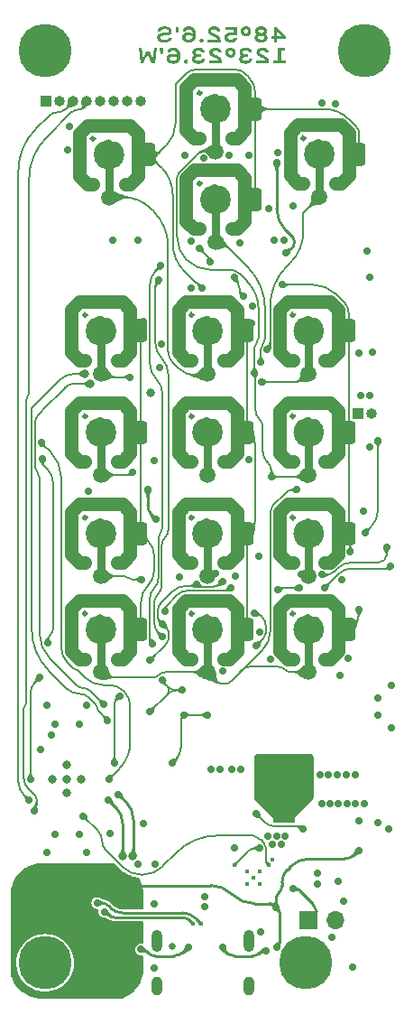
<source format=gbr>
%TF.GenerationSoftware,KiCad,Pcbnew,(6.0.7)*%
%TF.CreationDate,2022-10-07T06:43:14-07:00*%
%TF.ProjectId,phone-rounded,70686f6e-652d-4726-9f75-6e6465642e6b,rev?*%
%TF.SameCoordinates,Original*%
%TF.FileFunction,Copper,L4,Bot*%
%TF.FilePolarity,Positive*%
%FSLAX46Y46*%
G04 Gerber Fmt 4.6, Leading zero omitted, Abs format (unit mm)*
G04 Created by KiCad (PCBNEW (6.0.7)) date 2022-10-07 06:43:14*
%MOMM*%
%LPD*%
G01*
G04 APERTURE LIST*
G04 Aperture macros list*
%AMRoundRect*
0 Rectangle with rounded corners*
0 $1 Rounding radius*
0 $2 $3 $4 $5 $6 $7 $8 $9 X,Y pos of 4 corners*
0 Add a 4 corners polygon primitive as box body*
4,1,4,$2,$3,$4,$5,$6,$7,$8,$9,$2,$3,0*
0 Add four circle primitives for the rounded corners*
1,1,$1+$1,$2,$3*
1,1,$1+$1,$4,$5*
1,1,$1+$1,$6,$7*
1,1,$1+$1,$8,$9*
0 Add four rect primitives between the rounded corners*
20,1,$1+$1,$2,$3,$4,$5,0*
20,1,$1+$1,$4,$5,$6,$7,0*
20,1,$1+$1,$6,$7,$8,$9,0*
20,1,$1+$1,$8,$9,$2,$3,0*%
G04 Aperture macros list end*
%TA.AperFunction,EtchedComponent*%
%ADD10C,1.270000*%
%TD*%
%TA.AperFunction,EtchedComponent*%
%ADD11C,0.760000*%
%TD*%
%TA.AperFunction,EtchedComponent*%
%ADD12C,0.300000*%
%TD*%
%TA.AperFunction,EtchedComponent*%
%ADD13C,1.430000*%
%TD*%
%TA.AperFunction,SMDPad,CuDef*%
%ADD14RoundRect,0.317500X0.317500X0.750000X-0.317500X0.750000X-0.317500X-0.750000X0.317500X-0.750000X0*%
%TD*%
%TA.AperFunction,SMDPad,CuDef*%
%ADD15C,1.500000*%
%TD*%
%TA.AperFunction,ComponentPad*%
%ADD16R,1.000000X1.000000*%
%TD*%
%TA.AperFunction,ComponentPad*%
%ADD17O,1.000000X1.000000*%
%TD*%
%TA.AperFunction,ComponentPad*%
%ADD18C,0.300000*%
%TD*%
%TA.AperFunction,SMDPad,CuDef*%
%ADD19R,2.000000X4.000000*%
%TD*%
%TA.AperFunction,ComponentPad*%
%ADD20R,1.700000X1.700000*%
%TD*%
%TA.AperFunction,ComponentPad*%
%ADD21O,1.700000X1.700000*%
%TD*%
%TA.AperFunction,ComponentPad*%
%ADD22C,0.400000*%
%TD*%
%TA.AperFunction,ComponentPad*%
%ADD23O,1.000000X2.100000*%
%TD*%
%TA.AperFunction,ComponentPad*%
%ADD24O,1.000000X1.800000*%
%TD*%
%TA.AperFunction,WasherPad*%
%ADD25C,0.650000*%
%TD*%
%TA.AperFunction,ViaPad*%
%ADD26C,0.700000*%
%TD*%
%TA.AperFunction,ViaPad*%
%ADD27C,5.000000*%
%TD*%
%TA.AperFunction,ViaPad*%
%ADD28C,0.450000*%
%TD*%
%TA.AperFunction,ViaPad*%
%ADD29C,0.800000*%
%TD*%
%TA.AperFunction,Conductor*%
%ADD30C,0.150000*%
%TD*%
%TA.AperFunction,Conductor*%
%ADD31C,0.250000*%
%TD*%
%TA.AperFunction,Conductor*%
%ADD32C,0.261112*%
%TD*%
G04 APERTURE END LIST*
%TO.C,REF\u002A\u002A*%
G36*
X125233355Y-60951348D02*
G01*
X125297181Y-60956876D01*
X125356976Y-60966038D01*
X125412684Y-60978792D01*
X125438989Y-60986503D01*
X125464251Y-60995096D01*
X125488465Y-61004565D01*
X125511623Y-61014906D01*
X125533718Y-61026113D01*
X125554744Y-61038182D01*
X125574693Y-61051105D01*
X125593558Y-61064880D01*
X125611334Y-61079499D01*
X125628013Y-61094958D01*
X125643587Y-61111252D01*
X125658051Y-61128375D01*
X125671397Y-61146322D01*
X125683619Y-61165087D01*
X125694709Y-61184666D01*
X125704661Y-61205053D01*
X125713468Y-61226243D01*
X125721123Y-61248231D01*
X125727619Y-61271010D01*
X125732950Y-61294577D01*
X125737107Y-61318926D01*
X125740086Y-61344051D01*
X125741878Y-61369947D01*
X125742477Y-61396609D01*
X125439593Y-61396609D01*
X125439315Y-61386214D01*
X125438481Y-61376125D01*
X125437093Y-61366344D01*
X125435154Y-61356871D01*
X125432666Y-61347709D01*
X125429630Y-61338860D01*
X125426049Y-61330324D01*
X125421926Y-61322104D01*
X125417261Y-61314200D01*
X125412058Y-61306615D01*
X125406318Y-61299351D01*
X125400044Y-61292407D01*
X125393237Y-61285788D01*
X125385900Y-61279493D01*
X125378034Y-61273524D01*
X125369643Y-61267883D01*
X125360727Y-61262573D01*
X125351290Y-61257593D01*
X125341333Y-61252946D01*
X125330858Y-61248633D01*
X125319868Y-61244656D01*
X125308364Y-61241017D01*
X125296349Y-61237717D01*
X125283825Y-61234758D01*
X125270794Y-61232140D01*
X125257258Y-61229867D01*
X125243218Y-61227939D01*
X125228679Y-61226358D01*
X125213640Y-61225126D01*
X125198105Y-61224243D01*
X125182075Y-61223713D01*
X125165553Y-61223536D01*
X125133002Y-61224244D01*
X125102429Y-61226359D01*
X125073850Y-61229870D01*
X125047283Y-61234762D01*
X125022744Y-61241023D01*
X125000250Y-61248641D01*
X124979818Y-61257603D01*
X124961465Y-61267895D01*
X124953073Y-61273536D01*
X124945208Y-61279505D01*
X124937871Y-61285801D01*
X124931064Y-61292421D01*
X124924789Y-61299364D01*
X124919049Y-61306629D01*
X124913846Y-61314214D01*
X124909181Y-61322117D01*
X124905058Y-61330336D01*
X124901477Y-61338871D01*
X124898441Y-61347720D01*
X124895953Y-61356880D01*
X124894013Y-61366351D01*
X124892626Y-61376130D01*
X124891792Y-61386216D01*
X124891513Y-61396609D01*
X124891775Y-61407003D01*
X124892559Y-61417092D01*
X124893864Y-61426874D01*
X124895688Y-61436346D01*
X124898029Y-61445508D01*
X124900887Y-61454358D01*
X124904259Y-61462894D01*
X124908144Y-61471115D01*
X124912541Y-61479018D01*
X124917447Y-61486604D01*
X124922861Y-61493869D01*
X124928781Y-61500812D01*
X124935207Y-61507432D01*
X124942136Y-61513728D01*
X124949567Y-61519697D01*
X124957498Y-61525337D01*
X124965927Y-61530649D01*
X124974854Y-61535629D01*
X124984276Y-61540276D01*
X124994192Y-61544589D01*
X125004600Y-61548566D01*
X125015499Y-61552206D01*
X125026887Y-61555506D01*
X125038763Y-61558466D01*
X125051125Y-61561083D01*
X125063971Y-61563357D01*
X125077299Y-61565285D01*
X125091109Y-61566866D01*
X125105399Y-61568099D01*
X125120167Y-61568981D01*
X125135411Y-61569512D01*
X125151130Y-61569689D01*
X125367480Y-61569681D01*
X125367480Y-61829302D01*
X125151134Y-61829302D01*
X125114931Y-61830010D01*
X125080973Y-61832126D01*
X125049271Y-61835636D01*
X125019838Y-61840528D01*
X124992687Y-61846790D01*
X124967831Y-61854407D01*
X124945282Y-61863369D01*
X124925052Y-61873661D01*
X124907155Y-61885272D01*
X124899086Y-61891567D01*
X124891604Y-61898187D01*
X124884711Y-61905130D01*
X124878410Y-61912395D01*
X124872701Y-61919980D01*
X124867586Y-61927883D01*
X124863067Y-61936103D01*
X124859146Y-61944637D01*
X124855823Y-61953486D01*
X124853101Y-61962646D01*
X124850981Y-61972117D01*
X124849465Y-61981896D01*
X124848555Y-61991983D01*
X124848251Y-62002375D01*
X124848563Y-62012770D01*
X124849497Y-62022859D01*
X124851050Y-62032640D01*
X124853220Y-62042113D01*
X124856002Y-62051274D01*
X124859393Y-62060124D01*
X124863391Y-62068660D01*
X124867992Y-62076881D01*
X124873193Y-62084785D01*
X124878991Y-62092370D01*
X124885383Y-62099635D01*
X124892365Y-62106578D01*
X124899934Y-62113199D01*
X124908088Y-62119494D01*
X124916823Y-62125463D01*
X124926135Y-62131104D01*
X124936022Y-62136415D01*
X124946481Y-62141395D01*
X124957508Y-62146042D01*
X124969100Y-62150355D01*
X124981254Y-62154332D01*
X124993967Y-62157972D01*
X125007236Y-62161272D01*
X125021057Y-62164232D01*
X125035427Y-62166850D01*
X125050343Y-62169123D01*
X125065803Y-62171051D01*
X125081802Y-62172633D01*
X125098338Y-62173865D01*
X125115407Y-62174748D01*
X125133007Y-62175278D01*
X125151134Y-62175455D01*
X125187336Y-62174747D01*
X125221294Y-62172632D01*
X125252996Y-62169121D01*
X125282429Y-62164229D01*
X125309580Y-62157967D01*
X125334436Y-62150349D01*
X125356986Y-62141388D01*
X125377215Y-62131095D01*
X125395112Y-62119484D01*
X125403182Y-62113189D01*
X125410664Y-62106568D01*
X125417556Y-62099625D01*
X125423858Y-62092360D01*
X125429567Y-62084775D01*
X125434681Y-62076871D01*
X125439200Y-62068651D01*
X125443122Y-62060116D01*
X125446444Y-62051267D01*
X125449166Y-62042106D01*
X125451286Y-62032635D01*
X125452802Y-62022855D01*
X125453713Y-62012768D01*
X125454017Y-62002375D01*
X125756900Y-62002375D01*
X125756276Y-62029037D01*
X125754407Y-62054934D01*
X125751300Y-62080060D01*
X125746962Y-62104409D01*
X125741398Y-62127976D01*
X125734615Y-62150756D01*
X125726619Y-62172744D01*
X125717417Y-62193935D01*
X125707014Y-62214322D01*
X125695419Y-62233901D01*
X125682635Y-62252667D01*
X125668671Y-62270615D01*
X125653532Y-62287738D01*
X125637225Y-62304032D01*
X125619755Y-62319491D01*
X125601130Y-62334110D01*
X125581356Y-62347885D01*
X125560438Y-62360809D01*
X125538384Y-62372877D01*
X125515200Y-62384084D01*
X125490892Y-62394426D01*
X125465466Y-62403895D01*
X125438928Y-62412488D01*
X125411286Y-62420199D01*
X125382545Y-62427022D01*
X125352712Y-62432953D01*
X125321793Y-62437985D01*
X125289794Y-62442115D01*
X125256722Y-62445336D01*
X125222583Y-62447643D01*
X125187384Y-62449032D01*
X125151130Y-62449495D01*
X125080152Y-62447643D01*
X125013294Y-62442115D01*
X124950619Y-62432953D01*
X124892190Y-62420199D01*
X124838072Y-62403895D01*
X124812649Y-62394426D01*
X124788327Y-62384084D01*
X124765114Y-62372877D01*
X124743019Y-62360809D01*
X124722049Y-62347885D01*
X124702211Y-62334110D01*
X124683514Y-62319491D01*
X124665967Y-62304032D01*
X124649576Y-62287738D01*
X124634349Y-62270615D01*
X124620295Y-62252667D01*
X124607422Y-62233901D01*
X124595737Y-62214322D01*
X124585249Y-62193935D01*
X124575964Y-62172744D01*
X124567892Y-62150756D01*
X124561040Y-62127976D01*
X124555417Y-62104409D01*
X124551029Y-62080060D01*
X124547885Y-62054934D01*
X124545992Y-62029037D01*
X124545360Y-62002375D01*
X124546137Y-61976281D01*
X124548464Y-61951011D01*
X124552338Y-61926578D01*
X124557755Y-61902994D01*
X124564710Y-61880271D01*
X124573198Y-61858424D01*
X124583216Y-61837463D01*
X124594760Y-61817403D01*
X124607825Y-61798255D01*
X124622407Y-61780033D01*
X124638501Y-61762748D01*
X124656104Y-61746414D01*
X124675211Y-61731043D01*
X124695818Y-61716648D01*
X124717921Y-61703241D01*
X124741515Y-61690836D01*
X124723160Y-61678032D01*
X124705958Y-61664482D01*
X124697792Y-61657428D01*
X124689915Y-61650187D01*
X124682328Y-61642760D01*
X124675033Y-61635147D01*
X124668029Y-61627347D01*
X124661318Y-61619362D01*
X124654899Y-61611190D01*
X124648773Y-61602832D01*
X124642940Y-61594287D01*
X124637402Y-61585557D01*
X124632159Y-61576640D01*
X124627211Y-61567538D01*
X124622559Y-61558249D01*
X124618203Y-61548774D01*
X124614144Y-61539113D01*
X124610383Y-61529267D01*
X124606919Y-61519234D01*
X124603753Y-61509015D01*
X124600887Y-61498611D01*
X124598320Y-61488020D01*
X124596053Y-61477244D01*
X124594087Y-61466282D01*
X124591058Y-61443800D01*
X124589238Y-61420576D01*
X124588630Y-61396609D01*
X124589229Y-61369947D01*
X124591021Y-61344051D01*
X124593999Y-61318926D01*
X124598157Y-61294577D01*
X124603487Y-61271010D01*
X124609983Y-61248231D01*
X124617638Y-61226243D01*
X124626445Y-61205053D01*
X124636397Y-61184666D01*
X124647488Y-61165087D01*
X124659709Y-61146322D01*
X124673055Y-61128375D01*
X124687519Y-61111252D01*
X124703094Y-61094958D01*
X124719772Y-61079499D01*
X124737548Y-61064880D01*
X124756414Y-61051105D01*
X124776363Y-61038182D01*
X124797388Y-61026113D01*
X124819483Y-61014906D01*
X124842641Y-61004565D01*
X124866855Y-60995096D01*
X124892118Y-60986503D01*
X124918422Y-60978792D01*
X124945763Y-60971969D01*
X124974131Y-60966038D01*
X125003521Y-60961006D01*
X125033926Y-60956876D01*
X125065338Y-60953655D01*
X125097751Y-60951348D01*
X125131159Y-60949959D01*
X125165553Y-60949496D01*
X125233355Y-60951348D01*
G37*
G36*
X129664130Y-60951348D02*
G01*
X129727956Y-60956876D01*
X129787750Y-60966038D01*
X129843459Y-60978792D01*
X129869763Y-60986503D01*
X129895026Y-60995096D01*
X129919240Y-61004565D01*
X129942398Y-61014906D01*
X129964493Y-61026113D01*
X129985518Y-61038182D01*
X130005467Y-61051105D01*
X130024333Y-61064880D01*
X130042109Y-61079499D01*
X130058787Y-61094958D01*
X130074362Y-61111252D01*
X130088826Y-61128375D01*
X130102172Y-61146322D01*
X130114394Y-61165087D01*
X130125484Y-61184666D01*
X130135436Y-61205053D01*
X130144243Y-61226243D01*
X130151898Y-61248231D01*
X130158394Y-61271010D01*
X130163724Y-61294577D01*
X130167882Y-61318926D01*
X130170860Y-61344051D01*
X130172652Y-61369947D01*
X130173251Y-61396609D01*
X129870368Y-61396609D01*
X129870090Y-61386214D01*
X129869255Y-61376125D01*
X129867868Y-61366344D01*
X129865929Y-61356871D01*
X129863440Y-61347709D01*
X129860405Y-61338860D01*
X129856824Y-61330324D01*
X129852700Y-61322104D01*
X129848036Y-61314200D01*
X129842833Y-61306615D01*
X129837093Y-61299351D01*
X129830818Y-61292407D01*
X129824012Y-61285788D01*
X129816674Y-61279493D01*
X129808809Y-61273524D01*
X129800418Y-61267883D01*
X129791502Y-61262573D01*
X129782065Y-61257593D01*
X129772108Y-61252946D01*
X129761633Y-61248633D01*
X129750643Y-61244656D01*
X129739139Y-61241017D01*
X129727124Y-61237717D01*
X129714600Y-61234758D01*
X129701569Y-61232140D01*
X129688032Y-61229867D01*
X129673993Y-61227939D01*
X129659453Y-61226358D01*
X129644415Y-61225126D01*
X129628879Y-61224243D01*
X129612850Y-61223713D01*
X129596328Y-61223536D01*
X129563778Y-61224244D01*
X129533205Y-61226359D01*
X129504626Y-61229870D01*
X129478059Y-61234762D01*
X129453520Y-61241023D01*
X129431026Y-61248641D01*
X129410594Y-61257603D01*
X129392241Y-61267895D01*
X129383850Y-61273536D01*
X129375984Y-61279505D01*
X129368647Y-61285801D01*
X129361839Y-61292421D01*
X129355565Y-61299364D01*
X129349825Y-61306629D01*
X129344621Y-61314214D01*
X129339956Y-61322117D01*
X129335833Y-61330336D01*
X129332252Y-61338871D01*
X129329216Y-61347720D01*
X129326727Y-61356880D01*
X129324788Y-61366351D01*
X129323400Y-61376130D01*
X129322566Y-61386216D01*
X129322288Y-61396609D01*
X129322549Y-61407003D01*
X129323333Y-61417092D01*
X129324638Y-61426874D01*
X129326462Y-61436346D01*
X129328804Y-61445508D01*
X129331662Y-61454358D01*
X129335034Y-61462894D01*
X129338919Y-61471115D01*
X129343315Y-61479018D01*
X129348221Y-61486604D01*
X129353635Y-61493869D01*
X129359556Y-61500812D01*
X129365982Y-61507432D01*
X129372911Y-61513728D01*
X129380341Y-61519697D01*
X129388272Y-61525337D01*
X129396702Y-61530649D01*
X129405629Y-61535629D01*
X129415051Y-61540276D01*
X129424967Y-61544589D01*
X129435375Y-61548566D01*
X129446274Y-61552206D01*
X129457662Y-61555506D01*
X129469538Y-61558466D01*
X129481899Y-61561083D01*
X129494745Y-61563357D01*
X129508074Y-61565285D01*
X129521884Y-61566866D01*
X129536174Y-61568099D01*
X129550941Y-61568981D01*
X129566186Y-61569512D01*
X129581905Y-61569689D01*
X129798255Y-61569681D01*
X129798255Y-61829302D01*
X129581908Y-61829302D01*
X129545706Y-61830010D01*
X129511748Y-61832126D01*
X129480046Y-61835636D01*
X129450613Y-61840528D01*
X129423462Y-61846790D01*
X129398606Y-61854407D01*
X129376056Y-61863369D01*
X129355827Y-61873661D01*
X129337930Y-61885272D01*
X129329860Y-61891567D01*
X129322378Y-61898187D01*
X129315486Y-61905130D01*
X129309184Y-61912395D01*
X129303475Y-61919980D01*
X129298361Y-61927883D01*
X129293842Y-61936103D01*
X129289920Y-61944637D01*
X129286598Y-61953486D01*
X129283876Y-61962646D01*
X129281756Y-61972117D01*
X129280240Y-61981896D01*
X129279329Y-61991983D01*
X129279025Y-62002375D01*
X129279337Y-62012770D01*
X129280272Y-62022859D01*
X129281825Y-62032640D01*
X129283994Y-62042113D01*
X129286776Y-62051274D01*
X129290168Y-62060124D01*
X129294166Y-62068660D01*
X129298767Y-62076881D01*
X129303968Y-62084785D01*
X129309766Y-62092370D01*
X129316158Y-62099635D01*
X129323140Y-62106578D01*
X129330709Y-62113199D01*
X129338863Y-62119494D01*
X129347597Y-62125463D01*
X129356910Y-62131104D01*
X129366797Y-62136415D01*
X129377256Y-62141395D01*
X129388283Y-62146042D01*
X129399875Y-62150355D01*
X129412029Y-62154332D01*
X129424742Y-62157972D01*
X129438010Y-62161272D01*
X129451831Y-62164232D01*
X129466202Y-62166850D01*
X129481118Y-62169123D01*
X129496578Y-62171051D01*
X129512577Y-62172633D01*
X129529113Y-62173865D01*
X129546182Y-62174748D01*
X129563782Y-62175278D01*
X129581908Y-62175455D01*
X129618111Y-62174747D01*
X129652069Y-62172632D01*
X129683771Y-62169121D01*
X129713204Y-62164229D01*
X129740355Y-62157967D01*
X129765211Y-62150349D01*
X129787760Y-62141388D01*
X129807990Y-62131095D01*
X129825887Y-62119484D01*
X129833957Y-62113189D01*
X129841439Y-62106568D01*
X129848331Y-62099625D01*
X129854632Y-62092360D01*
X129860341Y-62084775D01*
X129865456Y-62076871D01*
X129869975Y-62068651D01*
X129873896Y-62060116D01*
X129877219Y-62051267D01*
X129879941Y-62042106D01*
X129882061Y-62032635D01*
X129883577Y-62022855D01*
X129884488Y-62012768D01*
X129884792Y-62002375D01*
X130187675Y-62002375D01*
X130187050Y-62029037D01*
X130185182Y-62054934D01*
X130182075Y-62080060D01*
X130177736Y-62104409D01*
X130172172Y-62127976D01*
X130165389Y-62150756D01*
X130157393Y-62172744D01*
X130148191Y-62193935D01*
X130137789Y-62214322D01*
X130126193Y-62233901D01*
X130113410Y-62252667D01*
X130099446Y-62270615D01*
X130084307Y-62287738D01*
X130067999Y-62304032D01*
X130050530Y-62319491D01*
X130031905Y-62334110D01*
X130012130Y-62347885D01*
X129991213Y-62360809D01*
X129969159Y-62372877D01*
X129945975Y-62384084D01*
X129921666Y-62394426D01*
X129896240Y-62403895D01*
X129869703Y-62412488D01*
X129842061Y-62420199D01*
X129813320Y-62427022D01*
X129783487Y-62432953D01*
X129752568Y-62437985D01*
X129720569Y-62442115D01*
X129687497Y-62445336D01*
X129653358Y-62447643D01*
X129618158Y-62449032D01*
X129581905Y-62449495D01*
X129510926Y-62447643D01*
X129444068Y-62442115D01*
X129381393Y-62432953D01*
X129322965Y-62420199D01*
X129268847Y-62403895D01*
X129243424Y-62394426D01*
X129219102Y-62384084D01*
X129195889Y-62372877D01*
X129173794Y-62360809D01*
X129152823Y-62347885D01*
X129132986Y-62334110D01*
X129114289Y-62319491D01*
X129096741Y-62304032D01*
X129080350Y-62287738D01*
X129065124Y-62270615D01*
X129051070Y-62252667D01*
X129038197Y-62233901D01*
X129026512Y-62214322D01*
X129016023Y-62193935D01*
X129006739Y-62172744D01*
X128998667Y-62150756D01*
X128991815Y-62127976D01*
X128986191Y-62104409D01*
X128981803Y-62080060D01*
X128978659Y-62054934D01*
X128976767Y-62029037D01*
X128976134Y-62002375D01*
X128976911Y-61976281D01*
X128979239Y-61951011D01*
X128983113Y-61926578D01*
X128988530Y-61902994D01*
X128995484Y-61880271D01*
X129003973Y-61858424D01*
X129013991Y-61837463D01*
X129025535Y-61817403D01*
X129038600Y-61798255D01*
X129053181Y-61780033D01*
X129069276Y-61762748D01*
X129086879Y-61746414D01*
X129105986Y-61731043D01*
X129126593Y-61716648D01*
X129148696Y-61703241D01*
X129172290Y-61690836D01*
X129153935Y-61678032D01*
X129136733Y-61664482D01*
X129128566Y-61657428D01*
X129120689Y-61650187D01*
X129113103Y-61642760D01*
X129105808Y-61635147D01*
X129098804Y-61627347D01*
X129092092Y-61619362D01*
X129085673Y-61611190D01*
X129079547Y-61602832D01*
X129073715Y-61594287D01*
X129068177Y-61585557D01*
X129062934Y-61576640D01*
X129057986Y-61567538D01*
X129053334Y-61558249D01*
X129048978Y-61548774D01*
X129044919Y-61539113D01*
X129041157Y-61529267D01*
X129037693Y-61519234D01*
X129034528Y-61509015D01*
X129031662Y-61498611D01*
X129029095Y-61488020D01*
X129026828Y-61477244D01*
X129024862Y-61466282D01*
X129021833Y-61443800D01*
X129020012Y-61420576D01*
X129019405Y-61396609D01*
X129020003Y-61369947D01*
X129021795Y-61344051D01*
X129024774Y-61318926D01*
X129028932Y-61294577D01*
X129034262Y-61271010D01*
X129040758Y-61248231D01*
X129048413Y-61226243D01*
X129057220Y-61205053D01*
X129067172Y-61184666D01*
X129078262Y-61165087D01*
X129090484Y-61146322D01*
X129103830Y-61128375D01*
X129118294Y-61111252D01*
X129133869Y-61094958D01*
X129150547Y-61079499D01*
X129168323Y-61064880D01*
X129187188Y-61051105D01*
X129207138Y-61038182D01*
X129228163Y-61026113D01*
X129250258Y-61014906D01*
X129273416Y-61004565D01*
X129297630Y-60995096D01*
X129322892Y-60986503D01*
X129349197Y-60978792D01*
X129376537Y-60971969D01*
X129404906Y-60966038D01*
X129434296Y-60961006D01*
X129464700Y-60956876D01*
X129496113Y-60953655D01*
X129528526Y-60951348D01*
X129561933Y-60949959D01*
X129596328Y-60949496D01*
X129664130Y-60951348D01*
G37*
G36*
X131639028Y-60055627D02*
G01*
X131635921Y-60080752D01*
X131631582Y-60105101D01*
X131626018Y-60128667D01*
X131619235Y-60151447D01*
X131611239Y-60173435D01*
X131602037Y-60194624D01*
X131591635Y-60215012D01*
X131580039Y-60234591D01*
X131567256Y-60253356D01*
X131553292Y-60271303D01*
X131538153Y-60288426D01*
X131521845Y-60304720D01*
X131504376Y-60320179D01*
X131485751Y-60334798D01*
X131465976Y-60348572D01*
X131445059Y-60361496D01*
X131423005Y-60373564D01*
X131399821Y-60384772D01*
X131375512Y-60395113D01*
X131350086Y-60404582D01*
X131323549Y-60413175D01*
X131295907Y-60420885D01*
X131267166Y-60427709D01*
X131237333Y-60433639D01*
X131206414Y-60438672D01*
X131174415Y-60442802D01*
X131141343Y-60446023D01*
X131107204Y-60448330D01*
X131072004Y-60449718D01*
X131035751Y-60450182D01*
X130964772Y-60448330D01*
X130897914Y-60442802D01*
X130835239Y-60433639D01*
X130776811Y-60420885D01*
X130722693Y-60404582D01*
X130697270Y-60395113D01*
X130672948Y-60384772D01*
X130649735Y-60373564D01*
X130627640Y-60361496D01*
X130606669Y-60348572D01*
X130586832Y-60334798D01*
X130568135Y-60320179D01*
X130550587Y-60304720D01*
X130534196Y-60288426D01*
X130518970Y-60271303D01*
X130504916Y-60253356D01*
X130492043Y-60234591D01*
X130480358Y-60215012D01*
X130469869Y-60194624D01*
X130460585Y-60173435D01*
X130452513Y-60151447D01*
X130445661Y-60128667D01*
X130440037Y-60105101D01*
X130435649Y-60080752D01*
X130432505Y-60055627D01*
X130430613Y-60029731D01*
X130429980Y-60003069D01*
X130732867Y-60003069D01*
X130733180Y-60013464D01*
X130734114Y-60023553D01*
X130735667Y-60033334D01*
X130737837Y-60042807D01*
X130740619Y-60051969D01*
X130744010Y-60060819D01*
X130748008Y-60069355D01*
X130752609Y-60077575D01*
X130757810Y-60085479D01*
X130763608Y-60093064D01*
X130770000Y-60100329D01*
X130776982Y-60107273D01*
X130784551Y-60113893D01*
X130792705Y-60120188D01*
X130801440Y-60126157D01*
X130810752Y-60131798D01*
X130820639Y-60137109D01*
X130831098Y-60142089D01*
X130842125Y-60146737D01*
X130853717Y-60151050D01*
X130865871Y-60155027D01*
X130878584Y-60158666D01*
X130891853Y-60161967D01*
X130905674Y-60164926D01*
X130920044Y-60167544D01*
X130934960Y-60169818D01*
X130950420Y-60171746D01*
X130966419Y-60173327D01*
X130982955Y-60174559D01*
X131000024Y-60175442D01*
X131017624Y-60175972D01*
X131035751Y-60176150D01*
X131071953Y-60175442D01*
X131105911Y-60173326D01*
X131137613Y-60169816D01*
X131167046Y-60164923D01*
X131194197Y-60158662D01*
X131219053Y-60151044D01*
X131241602Y-60142082D01*
X131261832Y-60131789D01*
X131279729Y-60120179D01*
X131287799Y-60113883D01*
X131295281Y-60107263D01*
X131302173Y-60100319D01*
X131308475Y-60093054D01*
X131314183Y-60085469D01*
X131319298Y-60077565D01*
X131323817Y-60069345D01*
X131327738Y-60060810D01*
X131331061Y-60051961D01*
X131333783Y-60042800D01*
X131335903Y-60033329D01*
X131337419Y-60023549D01*
X131338330Y-60013462D01*
X131338634Y-60003069D01*
X131338322Y-59992674D01*
X131337387Y-59982585D01*
X131335834Y-59972804D01*
X131333664Y-59963331D01*
X131330882Y-59954169D01*
X131327491Y-59945320D01*
X131323493Y-59936784D01*
X131318892Y-59928563D01*
X131313691Y-59920659D01*
X131307893Y-59913074D01*
X131301501Y-59905809D01*
X131294519Y-59898866D01*
X131286950Y-59892245D01*
X131278796Y-59885950D01*
X131270061Y-59879981D01*
X131260749Y-59874340D01*
X131250862Y-59869029D01*
X131240403Y-59864049D01*
X131229376Y-59859402D01*
X131217784Y-59855089D01*
X131205630Y-59851111D01*
X131192917Y-59847472D01*
X131179649Y-59844171D01*
X131165828Y-59841212D01*
X131151457Y-59838594D01*
X131136541Y-59836321D01*
X131121081Y-59834392D01*
X131105082Y-59832811D01*
X131088546Y-59831579D01*
X131071477Y-59830696D01*
X131053877Y-59830166D01*
X131035751Y-59829989D01*
X130999548Y-59830697D01*
X130965590Y-59832812D01*
X130933888Y-59836323D01*
X130904455Y-59841215D01*
X130877304Y-59847477D01*
X130852448Y-59855095D01*
X130829899Y-59864056D01*
X130809669Y-59874349D01*
X130791772Y-59885960D01*
X130783702Y-59892255D01*
X130776220Y-59898876D01*
X130769328Y-59905819D01*
X130763026Y-59913084D01*
X130757318Y-59920669D01*
X130752203Y-59928573D01*
X130747684Y-59936793D01*
X130743763Y-59945328D01*
X130740440Y-59954177D01*
X130737718Y-59963338D01*
X130735598Y-59972809D01*
X130734082Y-59982589D01*
X130733171Y-59992676D01*
X130732867Y-60003069D01*
X130429980Y-60003069D01*
X130430921Y-59977988D01*
X130433716Y-59953595D01*
X130438328Y-59929904D01*
X130444719Y-59906928D01*
X130452851Y-59884678D01*
X130462686Y-59863168D01*
X130474185Y-59842410D01*
X130487312Y-59822417D01*
X130502027Y-59803202D01*
X130518293Y-59784777D01*
X130536072Y-59767155D01*
X130555326Y-59750348D01*
X130576016Y-59734370D01*
X130598105Y-59719232D01*
X130621555Y-59704948D01*
X130646327Y-59691530D01*
X130626319Y-59678185D01*
X130607419Y-59664108D01*
X130589650Y-59649311D01*
X130573040Y-59633807D01*
X130557613Y-59617610D01*
X130543394Y-59600731D01*
X130536746Y-59592040D01*
X130530409Y-59583184D01*
X130524387Y-59574164D01*
X130518683Y-59564982D01*
X130513300Y-59555639D01*
X130508242Y-59546137D01*
X130503511Y-59536477D01*
X130499111Y-59526662D01*
X130495044Y-59516692D01*
X130491315Y-59506570D01*
X130487925Y-59496296D01*
X130484879Y-59485874D01*
X130482180Y-59475303D01*
X130479830Y-59464586D01*
X130477833Y-59453724D01*
X130476191Y-59442720D01*
X130474910Y-59431574D01*
X130473990Y-59420288D01*
X130473436Y-59408864D01*
X130473251Y-59397303D01*
X130776134Y-59397303D01*
X130776395Y-59407698D01*
X130777179Y-59417787D01*
X130778484Y-59427568D01*
X130780308Y-59437041D01*
X130782650Y-59446202D01*
X130785508Y-59455052D01*
X130788880Y-59463588D01*
X130792765Y-59471809D01*
X130797161Y-59479713D01*
X130802067Y-59487298D01*
X130807481Y-59494563D01*
X130813402Y-59501506D01*
X130819828Y-59508127D01*
X130826757Y-59514422D01*
X130834187Y-59520391D01*
X130842118Y-59526032D01*
X130850548Y-59531343D01*
X130859475Y-59536323D01*
X130868897Y-59540970D01*
X130878813Y-59545283D01*
X130889221Y-59549260D01*
X130900120Y-59552900D01*
X130911508Y-59556200D01*
X130923384Y-59559160D01*
X130935745Y-59561778D01*
X130948591Y-59564051D01*
X130961920Y-59565979D01*
X130975730Y-59567561D01*
X130990020Y-59568793D01*
X131004787Y-59569675D01*
X131020032Y-59570206D01*
X131035751Y-59570383D01*
X131066713Y-59569675D01*
X131095770Y-59567560D01*
X131122908Y-59564049D01*
X131148116Y-59559157D01*
X131171379Y-59552895D01*
X131192687Y-59545277D01*
X131212025Y-59536316D01*
X131220952Y-59531335D01*
X131229381Y-59526023D01*
X131237312Y-59520382D01*
X131244743Y-59514412D01*
X131251672Y-59508117D01*
X131258098Y-59501496D01*
X131264019Y-59494553D01*
X131269433Y-59487288D01*
X131274339Y-59479703D01*
X131278736Y-59471799D01*
X131282621Y-59463579D01*
X131285993Y-59455044D01*
X131288851Y-59446195D01*
X131291193Y-59437034D01*
X131293017Y-59427563D01*
X131294322Y-59417783D01*
X131295106Y-59407696D01*
X131295367Y-59397303D01*
X131295106Y-59386908D01*
X131294322Y-59376819D01*
X131293017Y-59367038D01*
X131291193Y-59357565D01*
X131288851Y-59348403D01*
X131285993Y-59339553D01*
X131282621Y-59331017D01*
X131278736Y-59322797D01*
X131274340Y-59314893D01*
X131269434Y-59307308D01*
X131264020Y-59300043D01*
X131258099Y-59293099D01*
X131251673Y-59286479D01*
X131244744Y-59280184D01*
X131237314Y-59274215D01*
X131229383Y-59268574D01*
X131220953Y-59263263D01*
X131212026Y-59258283D01*
X131202604Y-59253635D01*
X131192688Y-59249322D01*
X131182280Y-59245345D01*
X131171381Y-59241706D01*
X131159993Y-59238405D01*
X131148117Y-59235445D01*
X131135756Y-59232828D01*
X131122910Y-59230554D01*
X131109581Y-59228626D01*
X131095771Y-59227045D01*
X131081481Y-59225812D01*
X131066714Y-59224930D01*
X131051470Y-59224400D01*
X131035751Y-59224222D01*
X131004788Y-59224930D01*
X130975731Y-59227046D01*
X130948593Y-59230556D01*
X130923385Y-59235449D01*
X130900122Y-59241710D01*
X130878814Y-59249328D01*
X130859476Y-59258290D01*
X130850550Y-59263271D01*
X130842120Y-59268583D01*
X130834189Y-59274224D01*
X130826758Y-59280193D01*
X130819829Y-59286489D01*
X130813403Y-59293109D01*
X130807482Y-59300053D01*
X130802068Y-59307318D01*
X130797162Y-59314903D01*
X130792765Y-59322806D01*
X130788880Y-59331027D01*
X130785508Y-59339562D01*
X130782650Y-59348411D01*
X130780309Y-59357572D01*
X130778484Y-59367043D01*
X130777180Y-59376823D01*
X130776395Y-59386910D01*
X130776134Y-59397303D01*
X130473251Y-59397303D01*
X130473833Y-59370641D01*
X130475575Y-59344745D01*
X130478470Y-59319620D01*
X130482513Y-59295271D01*
X130487697Y-59271704D01*
X130494015Y-59248924D01*
X130501461Y-59226936D01*
X130510030Y-59205746D01*
X130519713Y-59185359D01*
X130530506Y-59165780D01*
X130542402Y-59147014D01*
X130555395Y-59129066D01*
X130569477Y-59111943D01*
X130584644Y-59095649D01*
X130600888Y-59080190D01*
X130618203Y-59065570D01*
X130636583Y-59051795D01*
X130656021Y-59038871D01*
X130676512Y-59026803D01*
X130698048Y-59015595D01*
X130720624Y-59005254D01*
X130744233Y-58995784D01*
X130768869Y-58987191D01*
X130794525Y-58979480D01*
X130821195Y-58972657D01*
X130848873Y-58966726D01*
X130877553Y-58961693D01*
X130907228Y-58957563D01*
X130937891Y-58954342D01*
X130969537Y-58952034D01*
X131002159Y-58950646D01*
X131035751Y-58950182D01*
X131101489Y-58952034D01*
X131163445Y-58957563D01*
X131221557Y-58966726D01*
X131275759Y-58979480D01*
X131301375Y-58987191D01*
X131325990Y-58995784D01*
X131349596Y-59005254D01*
X131372186Y-59015595D01*
X131393750Y-59026803D01*
X131414282Y-59038871D01*
X131433774Y-59051795D01*
X131452217Y-59065570D01*
X131469603Y-59080190D01*
X131485926Y-59095649D01*
X131501176Y-59111943D01*
X131515346Y-59129066D01*
X131528428Y-59147014D01*
X131540414Y-59165780D01*
X131551296Y-59185359D01*
X131561066Y-59205746D01*
X131569716Y-59226936D01*
X131577239Y-59248924D01*
X131583626Y-59271704D01*
X131588870Y-59295271D01*
X131592962Y-59319620D01*
X131595895Y-59344745D01*
X131597660Y-59370641D01*
X131598251Y-59397303D01*
X131597511Y-59420288D01*
X131595310Y-59442719D01*
X131591671Y-59464583D01*
X131586622Y-59485869D01*
X131580187Y-59506564D01*
X131572390Y-59526654D01*
X131563259Y-59546127D01*
X131552818Y-59564970D01*
X131541092Y-59583171D01*
X131528107Y-59600718D01*
X131513888Y-59617596D01*
X131498461Y-59633794D01*
X131481851Y-59649299D01*
X131464082Y-59664099D01*
X131445182Y-59678180D01*
X131425174Y-59691530D01*
X131449946Y-59704943D01*
X131473396Y-59719223D01*
X131495485Y-59734358D01*
X131516175Y-59750335D01*
X131535429Y-59767141D01*
X131553208Y-59784764D01*
X131569474Y-59803189D01*
X131584189Y-59822406D01*
X131590953Y-59832307D01*
X131597316Y-59842400D01*
X131603271Y-59852685D01*
X131608815Y-59863160D01*
X131613943Y-59873823D01*
X131618650Y-59884672D01*
X131622931Y-59895706D01*
X131626782Y-59906924D01*
X131630198Y-59918323D01*
X131633173Y-59929902D01*
X131635704Y-59941660D01*
X131637785Y-59953594D01*
X131639412Y-59965704D01*
X131640580Y-59977987D01*
X131641285Y-59990443D01*
X131641521Y-60003069D01*
X131640896Y-60029731D01*
X131639028Y-60055627D01*
G37*
G36*
X133331908Y-60132883D02*
G01*
X132524215Y-60132883D01*
X132524215Y-60421343D01*
X132235751Y-60421343D01*
X132235751Y-60132883D01*
X131973251Y-60132883D01*
X131973251Y-59873270D01*
X132524215Y-59873270D01*
X132965560Y-59873270D01*
X132524215Y-59385767D01*
X132524215Y-59873270D01*
X131973251Y-59873270D01*
X131973251Y-59873263D01*
X132235751Y-59873263D01*
X132235751Y-58979029D01*
X132495368Y-58979029D01*
X133305766Y-59873270D01*
X133331908Y-59902117D01*
X133331908Y-60132883D01*
G37*
G36*
X119947257Y-62045641D02*
G01*
X119950156Y-62045641D01*
X119956331Y-62015444D01*
X119964303Y-61980840D01*
X119975757Y-61936028D01*
X119982843Y-61910448D01*
X119990862Y-61883102D01*
X119999836Y-61854252D01*
X120009787Y-61824159D01*
X120020734Y-61793086D01*
X120032700Y-61761295D01*
X120045706Y-61729047D01*
X120059772Y-61696604D01*
X120247272Y-61266802D01*
X120535735Y-61266802D01*
X120726119Y-61696604D01*
X120739678Y-61729523D01*
X120752239Y-61762125D01*
X120774437Y-61825379D01*
X120792849Y-61884373D01*
X120807610Y-61937112D01*
X120818856Y-61981602D01*
X120826721Y-62015850D01*
X120832851Y-62045641D01*
X120835750Y-62045641D01*
X120959788Y-60978335D01*
X121242477Y-60978335D01*
X121069400Y-62420641D01*
X120766517Y-62420641D01*
X120509784Y-61840838D01*
X120479153Y-61770180D01*
X120454031Y-61707737D01*
X120433980Y-61653880D01*
X120418560Y-61608981D01*
X120407331Y-61573413D01*
X120399855Y-61547547D01*
X120394401Y-61526407D01*
X120388602Y-61526407D01*
X120383149Y-61547547D01*
X120375673Y-61573413D01*
X120364445Y-61608981D01*
X120357286Y-61630288D01*
X120349025Y-61653880D01*
X120339606Y-61679712D01*
X120328974Y-61707737D01*
X120317074Y-61737908D01*
X120303852Y-61770180D01*
X120289252Y-61804505D01*
X120273219Y-61840838D01*
X120016486Y-62420641D01*
X119713603Y-62420641D01*
X119540527Y-60978335D01*
X119823218Y-60978335D01*
X119947257Y-62045641D01*
G37*
G36*
X128642135Y-61461379D02*
G01*
X128639322Y-61485745D01*
X128635416Y-61509547D01*
X128630438Y-61532769D01*
X128624405Y-61555391D01*
X128617336Y-61577395D01*
X128609252Y-61598762D01*
X128600170Y-61619475D01*
X128590110Y-61639514D01*
X128579091Y-61658861D01*
X128567132Y-61677498D01*
X128554251Y-61695406D01*
X128540469Y-61712566D01*
X128525803Y-61728961D01*
X128510273Y-61744571D01*
X128493898Y-61759378D01*
X128476697Y-61773364D01*
X128458689Y-61786511D01*
X128439893Y-61798798D01*
X128420328Y-61810210D01*
X128400013Y-61820725D01*
X128378966Y-61830327D01*
X128357208Y-61838997D01*
X128334757Y-61846716D01*
X128311632Y-61853466D01*
X128287852Y-61859228D01*
X128263436Y-61863984D01*
X128238403Y-61867715D01*
X128212772Y-61870403D01*
X128186563Y-61872030D01*
X128159793Y-61872576D01*
X128133023Y-61872030D01*
X128106813Y-61870403D01*
X128081182Y-61867715D01*
X128056149Y-61863984D01*
X128031733Y-61859228D01*
X128007953Y-61853466D01*
X127984828Y-61846716D01*
X127962376Y-61838997D01*
X127940618Y-61830327D01*
X127919572Y-61820725D01*
X127899257Y-61810210D01*
X127879691Y-61798798D01*
X127860895Y-61786511D01*
X127842887Y-61773364D01*
X127825686Y-61759378D01*
X127809312Y-61744571D01*
X127793782Y-61728961D01*
X127779116Y-61712566D01*
X127765334Y-61695406D01*
X127752453Y-61677498D01*
X127740494Y-61658861D01*
X127729475Y-61639514D01*
X127719415Y-61619475D01*
X127710334Y-61598762D01*
X127702249Y-61577395D01*
X127695181Y-61555391D01*
X127689148Y-61532769D01*
X127684170Y-61509547D01*
X127680264Y-61485745D01*
X127677451Y-61461379D01*
X127675749Y-61436470D01*
X127675178Y-61411036D01*
X127963634Y-61411036D01*
X127963869Y-61422274D01*
X127964569Y-61433268D01*
X127965725Y-61444011D01*
X127967330Y-61454494D01*
X127969373Y-61464712D01*
X127971848Y-61474656D01*
X127974745Y-61484320D01*
X127978057Y-61493695D01*
X127981774Y-61502774D01*
X127985888Y-61511550D01*
X127990391Y-61520015D01*
X127995274Y-61528163D01*
X128000529Y-61535985D01*
X128006148Y-61543475D01*
X128012121Y-61550624D01*
X128018441Y-61557426D01*
X128025099Y-61563873D01*
X128032087Y-61569957D01*
X128039396Y-61575672D01*
X128047017Y-61581010D01*
X128054943Y-61585963D01*
X128063164Y-61590524D01*
X128071673Y-61594686D01*
X128080461Y-61598442D01*
X128089519Y-61601783D01*
X128098839Y-61604703D01*
X128108413Y-61607193D01*
X128118232Y-61609248D01*
X128128287Y-61610859D01*
X128138571Y-61612019D01*
X128149075Y-61612720D01*
X128159789Y-61612955D01*
X128170504Y-61612720D01*
X128181007Y-61612018D01*
X128191290Y-61610858D01*
X128201345Y-61609247D01*
X128211164Y-61607192D01*
X128220738Y-61604700D01*
X128230058Y-61601779D01*
X128239116Y-61598437D01*
X128247904Y-61594681D01*
X128256412Y-61590518D01*
X128264634Y-61585956D01*
X128272560Y-61581002D01*
X128280181Y-61575663D01*
X128287490Y-61569947D01*
X128294478Y-61563862D01*
X128301136Y-61557414D01*
X128307456Y-61550612D01*
X128313429Y-61543462D01*
X128319048Y-61535972D01*
X128324303Y-61528149D01*
X128329187Y-61520002D01*
X128333690Y-61511536D01*
X128337804Y-61502760D01*
X128341521Y-61493682D01*
X128344833Y-61484307D01*
X128347730Y-61474645D01*
X128350205Y-61464702D01*
X128352249Y-61454486D01*
X128353853Y-61444003D01*
X128355010Y-61433263D01*
X128355710Y-61422271D01*
X128355945Y-61411036D01*
X128355710Y-61399796D01*
X128355010Y-61388801D01*
X128353853Y-61378057D01*
X128352249Y-61367572D01*
X128350205Y-61357354D01*
X128347730Y-61347409D01*
X128344833Y-61337745D01*
X128341522Y-61328369D01*
X128337805Y-61319290D01*
X128333691Y-61310513D01*
X128329188Y-61302047D01*
X128324304Y-61293899D01*
X128319049Y-61286077D01*
X128313431Y-61278587D01*
X128307457Y-61271438D01*
X128301137Y-61264636D01*
X128294479Y-61258189D01*
X128287491Y-61252105D01*
X128280183Y-61246390D01*
X128272561Y-61241052D01*
X128264636Y-61236099D01*
X128256414Y-61231538D01*
X128247905Y-61227376D01*
X128239117Y-61223621D01*
X128230059Y-61220280D01*
X128220739Y-61217361D01*
X128211165Y-61214870D01*
X128201346Y-61212816D01*
X128191291Y-61211205D01*
X128181007Y-61210045D01*
X128170504Y-61209344D01*
X128159789Y-61209109D01*
X128148821Y-61209344D01*
X128138096Y-61210046D01*
X128127621Y-61211206D01*
X128117404Y-61212817D01*
X128107451Y-61214872D01*
X128097769Y-61217364D01*
X128088364Y-61220284D01*
X128079244Y-61223627D01*
X128070416Y-61227383D01*
X128061887Y-61231546D01*
X128053662Y-61236108D01*
X128045750Y-61241063D01*
X128038157Y-61246401D01*
X128030889Y-61252117D01*
X128023955Y-61258203D01*
X128017360Y-61264651D01*
X128011111Y-61271453D01*
X128005216Y-61278603D01*
X127999682Y-61286093D01*
X127994514Y-61293916D01*
X127989720Y-61302064D01*
X127985307Y-61310530D01*
X127981282Y-61319306D01*
X127977651Y-61328385D01*
X127974422Y-61337760D01*
X127971601Y-61347423D01*
X127969195Y-61357366D01*
X127967211Y-61367583D01*
X127965656Y-61378066D01*
X127964537Y-61388807D01*
X127963861Y-61399800D01*
X127963634Y-61411036D01*
X127675178Y-61411036D01*
X127675741Y-61385347D01*
X127677419Y-61360215D01*
X127680195Y-61335659D01*
X127684051Y-61311694D01*
X127688970Y-61288338D01*
X127694934Y-61265607D01*
X127701926Y-61243519D01*
X127709929Y-61222089D01*
X127718924Y-61201336D01*
X127728895Y-61181276D01*
X127739824Y-61161926D01*
X127751694Y-61143303D01*
X127764487Y-61125423D01*
X127778186Y-61108305D01*
X127792773Y-61091963D01*
X127808232Y-61076416D01*
X127824543Y-61061681D01*
X127841691Y-61047773D01*
X127859658Y-61034711D01*
X127878426Y-61022511D01*
X127897978Y-61011189D01*
X127918296Y-61000764D01*
X127939363Y-60991251D01*
X127961161Y-60982668D01*
X127983674Y-60975031D01*
X128006883Y-60968358D01*
X128030772Y-60962665D01*
X128055322Y-60957969D01*
X128080517Y-60954287D01*
X128106339Y-60951636D01*
X128132770Y-60950034D01*
X128159793Y-60949496D01*
X128186563Y-60950042D01*
X128212773Y-60951668D01*
X128238404Y-60954356D01*
X128263437Y-60958087D01*
X128287853Y-60962843D01*
X128311633Y-60968605D01*
X128334759Y-60975355D01*
X128357210Y-60983074D01*
X128378968Y-60991744D01*
X128400014Y-61001346D01*
X128420329Y-61011862D01*
X128439895Y-61023273D01*
X128458691Y-61035561D01*
X128476699Y-61048707D01*
X128493900Y-61062693D01*
X128510275Y-61077501D01*
X128525804Y-61093111D01*
X128540470Y-61109505D01*
X128554252Y-61126666D01*
X128567133Y-61144574D01*
X128579092Y-61163210D01*
X128590111Y-61182558D01*
X128600171Y-61202597D01*
X128609252Y-61223309D01*
X128617337Y-61244677D01*
X128624405Y-61266681D01*
X128630438Y-61289303D01*
X128635417Y-61312524D01*
X128639322Y-61336327D01*
X128642135Y-61360692D01*
X128643837Y-61385601D01*
X128644408Y-61411036D01*
X128643837Y-61436470D01*
X128642135Y-61461379D01*
G37*
G36*
X123439143Y-61947593D02*
G01*
X123430333Y-61984413D01*
X123420184Y-62019912D01*
X123408700Y-62054080D01*
X123395885Y-62086907D01*
X123381742Y-62118382D01*
X123366278Y-62148497D01*
X123349495Y-62177240D01*
X123331397Y-62204603D01*
X123311990Y-62230574D01*
X123291278Y-62255143D01*
X123269263Y-62278302D01*
X123245952Y-62300039D01*
X123221347Y-62320345D01*
X123195454Y-62339209D01*
X123168276Y-62356622D01*
X123139818Y-62372573D01*
X123110084Y-62387053D01*
X123079077Y-62400051D01*
X123046803Y-62411558D01*
X123013266Y-62421562D01*
X122978470Y-62430056D01*
X122942418Y-62437027D01*
X122905116Y-62442467D01*
X122866567Y-62446365D01*
X122826776Y-62448711D01*
X122785747Y-62449495D01*
X122716032Y-62447351D01*
X122649775Y-62440993D01*
X122587117Y-62430537D01*
X122528203Y-62416096D01*
X122473177Y-62397784D01*
X122447167Y-62387213D01*
X122422182Y-62375716D01*
X122398241Y-62363309D01*
X122375362Y-62350005D01*
X122353563Y-62335820D01*
X122332861Y-62320767D01*
X122313274Y-62304860D01*
X122294821Y-62288114D01*
X122277520Y-62270543D01*
X122261388Y-62252161D01*
X122246443Y-62232983D01*
X122232703Y-62213022D01*
X122220187Y-62192294D01*
X122208912Y-62170812D01*
X122198897Y-62148590D01*
X122190158Y-62125644D01*
X122182715Y-62101986D01*
X122176585Y-62077632D01*
X122171785Y-62052596D01*
X122168335Y-62026892D01*
X122166252Y-62000533D01*
X122165553Y-61973536D01*
X122165553Y-61973520D01*
X122468440Y-61973520D01*
X122468802Y-61984758D01*
X122469880Y-61995753D01*
X122471663Y-62006495D01*
X122474142Y-62016979D01*
X122477305Y-62027197D01*
X122481142Y-62037141D01*
X122485643Y-62046804D01*
X122490796Y-62056179D01*
X122496592Y-62065259D01*
X122503019Y-62074035D01*
X122510068Y-62082500D01*
X122517727Y-62090648D01*
X122525986Y-62098470D01*
X122534834Y-62105959D01*
X122544262Y-62113109D01*
X122554258Y-62119910D01*
X122564811Y-62126357D01*
X122575912Y-62132442D01*
X122587549Y-62138157D01*
X122599713Y-62143495D01*
X122612392Y-62148448D01*
X122625576Y-62153009D01*
X122639254Y-62157171D01*
X122653416Y-62160926D01*
X122668051Y-62164268D01*
X122683150Y-62167187D01*
X122698700Y-62169678D01*
X122714691Y-62171733D01*
X122731114Y-62173344D01*
X122747957Y-62174503D01*
X122765210Y-62175205D01*
X122782863Y-62175440D01*
X122820220Y-62174356D01*
X122855502Y-62171091D01*
X122888731Y-62165629D01*
X122904582Y-62162069D01*
X122919927Y-62157953D01*
X122934770Y-62153280D01*
X122949112Y-62148046D01*
X122962957Y-62142251D01*
X122976307Y-62135891D01*
X122989165Y-62128966D01*
X123001533Y-62121471D01*
X123013414Y-62113407D01*
X123024810Y-62104770D01*
X123035725Y-62095558D01*
X123046161Y-62085770D01*
X123056121Y-62075402D01*
X123065606Y-62064454D01*
X123074621Y-62052922D01*
X123083167Y-62040805D01*
X123091247Y-62028101D01*
X123098864Y-62014807D01*
X123106020Y-62000921D01*
X123112719Y-61986442D01*
X123124752Y-61955694D01*
X123134985Y-61922546D01*
X123143439Y-61886980D01*
X123127386Y-61876176D01*
X123110606Y-61865456D01*
X123093115Y-61854905D01*
X123074932Y-61844608D01*
X123056072Y-61834650D01*
X123036553Y-61825114D01*
X123016391Y-61816086D01*
X122995604Y-61807649D01*
X122974209Y-61799888D01*
X122952221Y-61792888D01*
X122929659Y-61786733D01*
X122906540Y-61781508D01*
X122882879Y-61777297D01*
X122858695Y-61774185D01*
X122834003Y-61772255D01*
X122808824Y-61771593D01*
X122768400Y-61772435D01*
X122730429Y-61774945D01*
X122694934Y-61779103D01*
X122661936Y-61784887D01*
X122631456Y-61792277D01*
X122603517Y-61801252D01*
X122578137Y-61811790D01*
X122555340Y-61823871D01*
X122535145Y-61837473D01*
X122526031Y-61844838D01*
X122517575Y-61852576D01*
X122509780Y-61860683D01*
X122502650Y-61869157D01*
X122496185Y-61877996D01*
X122490391Y-61887198D01*
X122485268Y-61896758D01*
X122480819Y-61906675D01*
X122477048Y-61916946D01*
X122473956Y-61927569D01*
X122471547Y-61938540D01*
X122469823Y-61949857D01*
X122468786Y-61961519D01*
X122468440Y-61973520D01*
X122165553Y-61973520D01*
X122166234Y-61947594D01*
X122168265Y-61922241D01*
X122171624Y-61897495D01*
X122176292Y-61873368D01*
X122182248Y-61849878D01*
X122189474Y-61827039D01*
X122197948Y-61804867D01*
X122207651Y-61783376D01*
X122218562Y-61762583D01*
X122230661Y-61742502D01*
X122243929Y-61723149D01*
X122258346Y-61704539D01*
X122273890Y-61686688D01*
X122290543Y-61669610D01*
X122308283Y-61653322D01*
X122327092Y-61637838D01*
X122346948Y-61623173D01*
X122367833Y-61609344D01*
X122389725Y-61596365D01*
X122412605Y-61584252D01*
X122436453Y-61573020D01*
X122461248Y-61562684D01*
X122486970Y-61553260D01*
X122513600Y-61544763D01*
X122541118Y-61537208D01*
X122569503Y-61530611D01*
X122598735Y-61524987D01*
X122628794Y-61520351D01*
X122659660Y-61516718D01*
X122691313Y-61514105D01*
X122723733Y-61512525D01*
X122756900Y-61511996D01*
X122786914Y-61512560D01*
X122816367Y-61514214D01*
X122845236Y-61516898D01*
X122873501Y-61520554D01*
X122901141Y-61525123D01*
X122928134Y-61530545D01*
X122954460Y-61536761D01*
X122980096Y-61543713D01*
X123005024Y-61551341D01*
X123029220Y-61559587D01*
X123052664Y-61568391D01*
X123075335Y-61577695D01*
X123097211Y-61587439D01*
X123118272Y-61597564D01*
X123138496Y-61608012D01*
X123157863Y-61618723D01*
X123152926Y-61570550D01*
X123145682Y-61525547D01*
X123136123Y-61483704D01*
X123124239Y-61445014D01*
X123117423Y-61426849D01*
X123110023Y-61409468D01*
X123102038Y-61392871D01*
X123093466Y-61377058D01*
X123084307Y-61362025D01*
X123074560Y-61347774D01*
X123064223Y-61334302D01*
X123053296Y-61321609D01*
X123041777Y-61309693D01*
X123029665Y-61298554D01*
X123016960Y-61288190D01*
X123003660Y-61278600D01*
X122989764Y-61269784D01*
X122975272Y-61261739D01*
X122960181Y-61254466D01*
X122944491Y-61247963D01*
X122928202Y-61242230D01*
X122911311Y-61237264D01*
X122893819Y-61233065D01*
X122875723Y-61229631D01*
X122857023Y-61226963D01*
X122837717Y-61225058D01*
X122797286Y-61223536D01*
X122767621Y-61224338D01*
X122739256Y-61226712D01*
X122712278Y-61230606D01*
X122686770Y-61235971D01*
X122662817Y-61242755D01*
X122640504Y-61250908D01*
X122619914Y-61260380D01*
X122601133Y-61271119D01*
X122584246Y-61283076D01*
X122576538Y-61289495D01*
X122569335Y-61296199D01*
X122562648Y-61303183D01*
X122556487Y-61310439D01*
X122550862Y-61317961D01*
X122545785Y-61325744D01*
X122541266Y-61333780D01*
X122537314Y-61342064D01*
X122533942Y-61350589D01*
X122531159Y-61359349D01*
X122528976Y-61368337D01*
X122527404Y-61377547D01*
X122526453Y-61386973D01*
X122526134Y-61396609D01*
X122223251Y-61396609D01*
X122223915Y-61371470D01*
X122225894Y-61346903D01*
X122229169Y-61322924D01*
X122233719Y-61299547D01*
X122239523Y-61276787D01*
X122246563Y-61254659D01*
X122254817Y-61233177D01*
X122264266Y-61212356D01*
X122274890Y-61192212D01*
X122286669Y-61172758D01*
X122299582Y-61154010D01*
X122313609Y-61135982D01*
X122328731Y-61118690D01*
X122344928Y-61102147D01*
X122362178Y-61086369D01*
X122380463Y-61071371D01*
X122399762Y-61057168D01*
X122420055Y-61043773D01*
X122441321Y-61031202D01*
X122463542Y-61019471D01*
X122486697Y-61008592D01*
X122510765Y-60998582D01*
X122535727Y-60989456D01*
X122561563Y-60981227D01*
X122588252Y-60973910D01*
X122615775Y-60967522D01*
X122644111Y-60962075D01*
X122673240Y-60957586D01*
X122703143Y-60954069D01*
X122733799Y-60951538D01*
X122765188Y-60950009D01*
X122797290Y-60949496D01*
X122836256Y-60950296D01*
X122874177Y-60952689D01*
X122911043Y-60956662D01*
X122946839Y-60962200D01*
X122981554Y-60969292D01*
X123015174Y-60977923D01*
X123047688Y-60988080D01*
X123079081Y-60999751D01*
X123109342Y-61012922D01*
X123138458Y-61027580D01*
X123166416Y-61043711D01*
X123193204Y-61061303D01*
X123218809Y-61080342D01*
X123243217Y-61100815D01*
X123266417Y-61122709D01*
X123288397Y-61146011D01*
X123309142Y-61170707D01*
X123328640Y-61196784D01*
X123346880Y-61224229D01*
X123363847Y-61253029D01*
X123379530Y-61283170D01*
X123393916Y-61314640D01*
X123406992Y-61347425D01*
X123418745Y-61381512D01*
X123429164Y-61416888D01*
X123438234Y-61453540D01*
X123445943Y-61491454D01*
X123452279Y-61530616D01*
X123457229Y-61571015D01*
X123460781Y-61612637D01*
X123462921Y-61655468D01*
X123463637Y-61699495D01*
X123463634Y-61699495D01*
X123461390Y-61771593D01*
X123460901Y-61787305D01*
X123452726Y-61870031D01*
X123450096Y-61886980D01*
X123446608Y-61909462D01*
X123439143Y-61947593D01*
G37*
G36*
X131250674Y-60951672D02*
G01*
X131314500Y-60958116D01*
X131344904Y-60962898D01*
X131374294Y-60968700D01*
X131402663Y-60975506D01*
X131430003Y-60983300D01*
X131456308Y-60992065D01*
X131481570Y-61001786D01*
X131505784Y-61012448D01*
X131528942Y-61024033D01*
X131551037Y-61036528D01*
X131572062Y-61049915D01*
X131592011Y-61064178D01*
X131610877Y-61079303D01*
X131628653Y-61095273D01*
X131645331Y-61112072D01*
X131660906Y-61129684D01*
X131675370Y-61148094D01*
X131688716Y-61167286D01*
X131700938Y-61187243D01*
X131712028Y-61207951D01*
X131721980Y-61229393D01*
X131730787Y-61251553D01*
X131738442Y-61274415D01*
X131744938Y-61297964D01*
X131750268Y-61322184D01*
X131754426Y-61347059D01*
X131757404Y-61372573D01*
X131759196Y-61398711D01*
X131759795Y-61425455D01*
X131456912Y-61425455D01*
X131456634Y-61414978D01*
X131455800Y-61404648D01*
X131454412Y-61394477D01*
X131452473Y-61384478D01*
X131449984Y-61374663D01*
X131446949Y-61365044D01*
X131443368Y-61355634D01*
X131439244Y-61346443D01*
X131434580Y-61337485D01*
X131429377Y-61328772D01*
X131423637Y-61320315D01*
X131417362Y-61312127D01*
X131410556Y-61304220D01*
X131403218Y-61296606D01*
X131395353Y-61289298D01*
X131386962Y-61282307D01*
X131378046Y-61275645D01*
X131368609Y-61269326D01*
X131358652Y-61263360D01*
X131348177Y-61257760D01*
X131337187Y-61252539D01*
X131325683Y-61247708D01*
X131313668Y-61243279D01*
X131301144Y-61239265D01*
X131288113Y-61235678D01*
X131274576Y-61232529D01*
X131260537Y-61229832D01*
X131245997Y-61227598D01*
X131230959Y-61225839D01*
X131215423Y-61224567D01*
X131199394Y-61223796D01*
X131182872Y-61223536D01*
X131150321Y-61224244D01*
X131119748Y-61226359D01*
X131091169Y-61229870D01*
X131064602Y-61234762D01*
X131040062Y-61241023D01*
X131017568Y-61248641D01*
X130997137Y-61257603D01*
X130978784Y-61267895D01*
X130970392Y-61273536D01*
X130962527Y-61279505D01*
X130955189Y-61285801D01*
X130948383Y-61292421D01*
X130942108Y-61299364D01*
X130936368Y-61306629D01*
X130931165Y-61314214D01*
X130926500Y-61322117D01*
X130922376Y-61330336D01*
X130918795Y-61338871D01*
X130915760Y-61347720D01*
X130913271Y-61356880D01*
X130911332Y-61366351D01*
X130909944Y-61376130D01*
X130909110Y-61386216D01*
X130908832Y-61396609D01*
X130909029Y-61404356D01*
X130909633Y-61411914D01*
X130910660Y-61419297D01*
X130912128Y-61426517D01*
X130914054Y-61433589D01*
X130916457Y-61440526D01*
X130919353Y-61447342D01*
X130922759Y-61454052D01*
X130926694Y-61460668D01*
X130931175Y-61467204D01*
X130936218Y-61473675D01*
X130941842Y-61480094D01*
X130948064Y-61486474D01*
X130954901Y-61492830D01*
X130962371Y-61499176D01*
X130970492Y-61505524D01*
X130979279Y-61511889D01*
X130988752Y-61518284D01*
X130998928Y-61524724D01*
X131009823Y-61531222D01*
X131021455Y-61537792D01*
X131033843Y-61544447D01*
X131060952Y-61558069D01*
X131091289Y-61572198D01*
X131124993Y-61586945D01*
X131162205Y-61602419D01*
X131203063Y-61618731D01*
X131271438Y-61647115D01*
X131335891Y-61677049D01*
X131396355Y-61708462D01*
X131452763Y-61741282D01*
X131505047Y-61775437D01*
X131553139Y-61810856D01*
X131596972Y-61847466D01*
X131636478Y-61885196D01*
X131671589Y-61923974D01*
X131702238Y-61963728D01*
X131728358Y-62004386D01*
X131749880Y-62045877D01*
X131766737Y-62088128D01*
X131773395Y-62109517D01*
X131778861Y-62131069D01*
X131783128Y-62152775D01*
X131786186Y-62174626D01*
X131788027Y-62196614D01*
X131788642Y-62218729D01*
X131788642Y-62420649D01*
X130577098Y-62420649D01*
X130577098Y-62161036D01*
X131456908Y-62161036D01*
X131456480Y-62150785D01*
X131455203Y-62140586D01*
X131453093Y-62130441D01*
X131450164Y-62120351D01*
X131446430Y-62110319D01*
X131441906Y-62100345D01*
X131436604Y-62090432D01*
X131430541Y-62080580D01*
X131423730Y-62070792D01*
X131416185Y-62061069D01*
X131407920Y-62051412D01*
X131398951Y-62041824D01*
X131389290Y-62032305D01*
X131378953Y-62022857D01*
X131367954Y-62013483D01*
X131356307Y-62004183D01*
X131344025Y-61994959D01*
X131331125Y-61985813D01*
X131303522Y-61967760D01*
X131273611Y-61950036D01*
X131241508Y-61932655D01*
X131207326Y-61915629D01*
X131171179Y-61898971D01*
X131133182Y-61882693D01*
X131093448Y-61866808D01*
X131028552Y-61840516D01*
X130968976Y-61814540D01*
X130914563Y-61788726D01*
X130865158Y-61762916D01*
X130820603Y-61736953D01*
X130780744Y-61710683D01*
X130745422Y-61683947D01*
X130714482Y-61656591D01*
X130687768Y-61628456D01*
X130665122Y-61599388D01*
X130646390Y-61569230D01*
X130631414Y-61537824D01*
X130620039Y-61505016D01*
X130612107Y-61470648D01*
X130607462Y-61434565D01*
X130605949Y-61396609D01*
X130606597Y-61371215D01*
X130608530Y-61346427D01*
X130611731Y-61322256D01*
X130616186Y-61298717D01*
X130621876Y-61275822D01*
X130628785Y-61253585D01*
X130636898Y-61232019D01*
X130646198Y-61211136D01*
X130656668Y-61190951D01*
X130668292Y-61171477D01*
X130681054Y-61152726D01*
X130694938Y-61134711D01*
X130709926Y-61117447D01*
X130726003Y-61100946D01*
X130743152Y-61085222D01*
X130761357Y-61070287D01*
X130780601Y-61056155D01*
X130800869Y-61042839D01*
X130822143Y-61030352D01*
X130844408Y-61018708D01*
X130867647Y-61007920D01*
X130891843Y-60998000D01*
X130916980Y-60988962D01*
X130943043Y-60980820D01*
X130970014Y-60973586D01*
X130997877Y-60967274D01*
X131026615Y-60961897D01*
X131056213Y-60957467D01*
X131086654Y-60954000D01*
X131117922Y-60951506D01*
X131150000Y-60950000D01*
X131182872Y-60949496D01*
X131250674Y-60951672D01*
G37*
G36*
X128768443Y-59786722D02*
G01*
X128191520Y-59786722D01*
X128155318Y-59787498D01*
X128121359Y-59789819D01*
X128089657Y-59793678D01*
X128060225Y-59799066D01*
X128033074Y-59805974D01*
X128008217Y-59814396D01*
X127985668Y-59824321D01*
X127975262Y-59829846D01*
X127965439Y-59835743D01*
X127956198Y-59842013D01*
X127947542Y-59848653D01*
X127939472Y-59855663D01*
X127931990Y-59863042D01*
X127925097Y-59870789D01*
X127918796Y-59878903D01*
X127913087Y-59887383D01*
X127907972Y-59896227D01*
X127903453Y-59905435D01*
X127899532Y-59915006D01*
X127896209Y-59924939D01*
X127893488Y-59935232D01*
X127891368Y-59945885D01*
X127889852Y-59956896D01*
X127888941Y-59968265D01*
X127888637Y-59979990D01*
X127888949Y-59991720D01*
X127889883Y-60003109D01*
X127891437Y-60014157D01*
X127893606Y-60024860D01*
X127896388Y-60035216D01*
X127899779Y-60045224D01*
X127903777Y-60054881D01*
X127908378Y-60064186D01*
X127913579Y-60073135D01*
X127919377Y-60081727D01*
X127925769Y-60089961D01*
X127932751Y-60097833D01*
X127940321Y-60105341D01*
X127948474Y-60112485D01*
X127957209Y-60119260D01*
X127966521Y-60125666D01*
X127976409Y-60131700D01*
X127986867Y-60137360D01*
X127997894Y-60142644D01*
X128009486Y-60147549D01*
X128021640Y-60152075D01*
X128034353Y-60156218D01*
X128047622Y-60159976D01*
X128061443Y-60163348D01*
X128075813Y-60166331D01*
X128090730Y-60168923D01*
X128106189Y-60171123D01*
X128122188Y-60172927D01*
X128138724Y-60174334D01*
X128155794Y-60175341D01*
X128173393Y-60175947D01*
X128191520Y-60176150D01*
X128227722Y-60175442D01*
X128261680Y-60173326D01*
X128293382Y-60169816D01*
X128322815Y-60164923D01*
X128349966Y-60158662D01*
X128374823Y-60151044D01*
X128397372Y-60142082D01*
X128417601Y-60131789D01*
X128435498Y-60120179D01*
X128443568Y-60113883D01*
X128451050Y-60107263D01*
X128457943Y-60100319D01*
X128464244Y-60093054D01*
X128469953Y-60085469D01*
X128475067Y-60077565D01*
X128479586Y-60069345D01*
X128483508Y-60060810D01*
X128486830Y-60051961D01*
X128489552Y-60042800D01*
X128491672Y-60033329D01*
X128493188Y-60023549D01*
X128494099Y-60013462D01*
X128494403Y-60003069D01*
X128797286Y-60003069D01*
X128796662Y-60029731D01*
X128794793Y-60055627D01*
X128791686Y-60080752D01*
X128787348Y-60105101D01*
X128781784Y-60128667D01*
X128775001Y-60151447D01*
X128767005Y-60173435D01*
X128757803Y-60194624D01*
X128747401Y-60215012D01*
X128735805Y-60234591D01*
X128723021Y-60253356D01*
X128709057Y-60271303D01*
X128693918Y-60288426D01*
X128677611Y-60304720D01*
X128660141Y-60320179D01*
X128641516Y-60334798D01*
X128621742Y-60348572D01*
X128600825Y-60361496D01*
X128578771Y-60373564D01*
X128555586Y-60384772D01*
X128531278Y-60395113D01*
X128505852Y-60404582D01*
X128479315Y-60413175D01*
X128451672Y-60420885D01*
X128422931Y-60427709D01*
X128393098Y-60433639D01*
X128362179Y-60438672D01*
X128330180Y-60442802D01*
X128297108Y-60446023D01*
X128262969Y-60448330D01*
X128227770Y-60449718D01*
X128191516Y-60450182D01*
X128120538Y-60448229D01*
X128053680Y-60442402D01*
X127991005Y-60432746D01*
X127932577Y-60419309D01*
X127904975Y-60411187D01*
X127878458Y-60402137D01*
X127853035Y-60392164D01*
X127828713Y-60381275D01*
X127805501Y-60369476D01*
X127783405Y-60356771D01*
X127762435Y-60343168D01*
X127742597Y-60328672D01*
X127723901Y-60313288D01*
X127706353Y-60297022D01*
X127689962Y-60279881D01*
X127674735Y-60261870D01*
X127660682Y-60242994D01*
X127647808Y-60223261D01*
X127636123Y-60202674D01*
X127625635Y-60181241D01*
X127616351Y-60158967D01*
X127608279Y-60135858D01*
X127601427Y-60111920D01*
X127595803Y-60087158D01*
X127591415Y-60061578D01*
X127588271Y-60035186D01*
X127586378Y-60007988D01*
X127585746Y-59979990D01*
X127586378Y-59953057D01*
X127588271Y-59926891D01*
X127591415Y-59901497D01*
X127595803Y-59876881D01*
X127601427Y-59853049D01*
X127608279Y-59830006D01*
X127616351Y-59807759D01*
X127625635Y-59786314D01*
X127636123Y-59765675D01*
X127647808Y-59745850D01*
X127660682Y-59726843D01*
X127674735Y-59708661D01*
X127689962Y-59691309D01*
X127706353Y-59674793D01*
X127723901Y-59659119D01*
X127742597Y-59644293D01*
X127762435Y-59630321D01*
X127783405Y-59617207D01*
X127805501Y-59604959D01*
X127828713Y-59593583D01*
X127853035Y-59583082D01*
X127878458Y-59573465D01*
X127904975Y-59564736D01*
X127932577Y-59556901D01*
X127961256Y-59549966D01*
X127991005Y-59543937D01*
X128021815Y-59538819D01*
X128053680Y-59534619D01*
X128086590Y-59531342D01*
X128120538Y-59528995D01*
X128155516Y-59527582D01*
X128191516Y-59527109D01*
X128479980Y-59527109D01*
X128479980Y-59238642D01*
X127686710Y-59238642D01*
X127686710Y-58979029D01*
X128768443Y-58979029D01*
X128768443Y-59786722D01*
G37*
G36*
X122053922Y-58952043D02*
G01*
X122127904Y-58957582D01*
X122197069Y-58966771D01*
X122261374Y-58979578D01*
X122320778Y-58995968D01*
X122375238Y-59015907D01*
X122424712Y-59039362D01*
X122447566Y-59052397D01*
X122469157Y-59066299D01*
X122489481Y-59081062D01*
X122508532Y-59096683D01*
X122526305Y-59113158D01*
X122542794Y-59130482D01*
X122557995Y-59148651D01*
X122571901Y-59167661D01*
X122584508Y-59187508D01*
X122595810Y-59208187D01*
X122605803Y-59229694D01*
X122614480Y-59252026D01*
X122621837Y-59275176D01*
X122627868Y-59299143D01*
X122632568Y-59323920D01*
X122635932Y-59349505D01*
X122637954Y-59375892D01*
X122638629Y-59403078D01*
X122638053Y-59429895D01*
X122636315Y-59455723D01*
X122633405Y-59480572D01*
X122629310Y-59504450D01*
X122624020Y-59527368D01*
X122617523Y-59549333D01*
X122609806Y-59570354D01*
X122600858Y-59590442D01*
X122590669Y-59609604D01*
X122579225Y-59627849D01*
X122566516Y-59645188D01*
X122552530Y-59661627D01*
X122537254Y-59677178D01*
X122520679Y-59691847D01*
X122502791Y-59705646D01*
X122483580Y-59718581D01*
X122463034Y-59730664D01*
X122441141Y-59741901D01*
X122417889Y-59752303D01*
X122393267Y-59761879D01*
X122367263Y-59770637D01*
X122339866Y-59778586D01*
X122311064Y-59785735D01*
X122280845Y-59792094D01*
X122249199Y-59797671D01*
X122216112Y-59802475D01*
X122181574Y-59806516D01*
X122145573Y-59809802D01*
X122069135Y-59814145D01*
X121986705Y-59815577D01*
X121934503Y-59816155D01*
X121886036Y-59817908D01*
X121841254Y-59820860D01*
X121800105Y-59825037D01*
X121762540Y-59830465D01*
X121728508Y-59837168D01*
X121697957Y-59845173D01*
X121670838Y-59854506D01*
X121647099Y-59865191D01*
X121626690Y-59877253D01*
X121609560Y-59890720D01*
X121602208Y-59897987D01*
X121595658Y-59905615D01*
X121589901Y-59913607D01*
X121584933Y-59921965D01*
X121580747Y-59930694D01*
X121577336Y-59939795D01*
X121572815Y-59959131D01*
X121571319Y-59979998D01*
X121571732Y-59992531D01*
X121572970Y-60004706D01*
X121575029Y-60016521D01*
X121577905Y-60027973D01*
X121581594Y-60039060D01*
X121586093Y-60049778D01*
X121591398Y-60060125D01*
X121597506Y-60070099D01*
X121604412Y-60079697D01*
X121612113Y-60088917D01*
X121620605Y-60097754D01*
X121629884Y-60106208D01*
X121639948Y-60114275D01*
X121650791Y-60121953D01*
X121662412Y-60129239D01*
X121674804Y-60136131D01*
X121687966Y-60142625D01*
X121701893Y-60148719D01*
X121716582Y-60154411D01*
X121732029Y-60159697D01*
X121748230Y-60164576D01*
X121765182Y-60169045D01*
X121782880Y-60173100D01*
X121801322Y-60176740D01*
X121820503Y-60179961D01*
X121840420Y-60182762D01*
X121861069Y-60185139D01*
X121882446Y-60187089D01*
X121904548Y-60188611D01*
X121927371Y-60189701D01*
X121950912Y-60190357D01*
X121975166Y-60190577D01*
X122019632Y-60189640D01*
X122062088Y-60186868D01*
X122102413Y-60182321D01*
X122140491Y-60176059D01*
X122176202Y-60168140D01*
X122209429Y-60158623D01*
X122240053Y-60147569D01*
X122267955Y-60135036D01*
X122293018Y-60121083D01*
X122315123Y-60105771D01*
X122334152Y-60089158D01*
X122342476Y-60080382D01*
X122349986Y-60071303D01*
X122356668Y-60061929D01*
X122362508Y-60052267D01*
X122367489Y-60042323D01*
X122371598Y-60032107D01*
X122374820Y-60021625D01*
X122377139Y-60010884D01*
X122378541Y-59999893D01*
X122379012Y-59988657D01*
X122667476Y-59988657D01*
X122666669Y-60014345D01*
X122664264Y-60039475D01*
X122660288Y-60064030D01*
X122654765Y-60087994D01*
X122647722Y-60111349D01*
X122639182Y-60134079D01*
X122629171Y-60156167D01*
X122617716Y-60177596D01*
X122604841Y-60198348D01*
X122590571Y-60218408D01*
X122574933Y-60237758D01*
X122557950Y-60256381D01*
X122539649Y-60274260D01*
X122520056Y-60291379D01*
X122499194Y-60307720D01*
X122477091Y-60323267D01*
X122453770Y-60338003D01*
X122429258Y-60351910D01*
X122403579Y-60364973D01*
X122376760Y-60377173D01*
X122348825Y-60388495D01*
X122319799Y-60398920D01*
X122289710Y-60408433D01*
X122258580Y-60417017D01*
X122226436Y-60424654D01*
X122193304Y-60431327D01*
X122159208Y-60437020D01*
X122124174Y-60441716D01*
X122088228Y-60445398D01*
X122051394Y-60448049D01*
X122013698Y-60449652D01*
X121975166Y-60450190D01*
X121893233Y-60448269D01*
X121816218Y-60442528D01*
X121744173Y-60433001D01*
X121677148Y-60419721D01*
X121615193Y-60402724D01*
X121558360Y-60382041D01*
X121506699Y-60357708D01*
X121482823Y-60344183D01*
X121460260Y-60329758D01*
X121439015Y-60314437D01*
X121419095Y-60298224D01*
X121400506Y-60281125D01*
X121383254Y-60263141D01*
X121367346Y-60244280D01*
X121352788Y-60224543D01*
X121339586Y-60203936D01*
X121327747Y-60182462D01*
X121317277Y-60160127D01*
X121308183Y-60136934D01*
X121300470Y-60112887D01*
X121294146Y-60087991D01*
X121289216Y-60062250D01*
X121285686Y-60035668D01*
X121283564Y-60008249D01*
X121282855Y-59979998D01*
X121283449Y-59952895D01*
X121285239Y-59926748D01*
X121288239Y-59901553D01*
X121292461Y-59877302D01*
X121297920Y-59853989D01*
X121304627Y-59831607D01*
X121312597Y-59810151D01*
X121321843Y-59789614D01*
X121332377Y-59769990D01*
X121344213Y-59751272D01*
X121357365Y-59733454D01*
X121371845Y-59716529D01*
X121387666Y-59700492D01*
X121404842Y-59685336D01*
X121423387Y-59671055D01*
X121443312Y-59657642D01*
X121464632Y-59645091D01*
X121487360Y-59633395D01*
X121511508Y-59622549D01*
X121537091Y-59612546D01*
X121564121Y-59603380D01*
X121592611Y-59595043D01*
X121622574Y-59587531D01*
X121654025Y-59580837D01*
X121686976Y-59574954D01*
X121721440Y-59569875D01*
X121757430Y-59565596D01*
X121794961Y-59562109D01*
X121834044Y-59559407D01*
X121874693Y-59557486D01*
X121960742Y-59555956D01*
X122010276Y-59555443D01*
X122056155Y-59553882D01*
X122098442Y-59551238D01*
X122137200Y-59547479D01*
X122172494Y-59542570D01*
X122204386Y-59536478D01*
X122232940Y-59529169D01*
X122258219Y-59520610D01*
X122280287Y-59510767D01*
X122299206Y-59499605D01*
X122315041Y-59487093D01*
X122321822Y-59480319D01*
X122327855Y-59473195D01*
X122333149Y-59465716D01*
X122337711Y-59457878D01*
X122341550Y-59449677D01*
X122344672Y-59441109D01*
X122348803Y-59422854D01*
X122350166Y-59403078D01*
X122349786Y-59391356D01*
X122348648Y-59379990D01*
X122346755Y-59368982D01*
X122344109Y-59358331D01*
X122340713Y-59348040D01*
X122336570Y-59338109D01*
X122331682Y-59328539D01*
X122326052Y-59319331D01*
X122319683Y-59310488D01*
X122312576Y-59302008D01*
X122304736Y-59293894D01*
X122296164Y-59286147D01*
X122286863Y-59278768D01*
X122276836Y-59271757D01*
X122266085Y-59265116D01*
X122254613Y-59258846D01*
X122242423Y-59252947D01*
X122229517Y-59247422D01*
X122215898Y-59242270D01*
X122201569Y-59237494D01*
X122186532Y-59233093D01*
X122170790Y-59229070D01*
X122154345Y-59225425D01*
X122137200Y-59222159D01*
X122119358Y-59219273D01*
X122100822Y-59216769D01*
X122081594Y-59214647D01*
X122061676Y-59212909D01*
X122041072Y-59211555D01*
X122019784Y-59210586D01*
X121997814Y-59210005D01*
X121975166Y-59209810D01*
X121933875Y-59210747D01*
X121894453Y-59213519D01*
X121857008Y-59218066D01*
X121821651Y-59224328D01*
X121788490Y-59232248D01*
X121757637Y-59241764D01*
X121729201Y-59252818D01*
X121703291Y-59265351D01*
X121680018Y-59279304D01*
X121659492Y-59294616D01*
X121641822Y-59311229D01*
X121634093Y-59320005D01*
X121627119Y-59329084D01*
X121620914Y-59338458D01*
X121615492Y-59348121D01*
X121610866Y-59358064D01*
X121607050Y-59368280D01*
X121604059Y-59378762D01*
X121601905Y-59389503D01*
X121600603Y-59400495D01*
X121600166Y-59411730D01*
X121311702Y-59411730D01*
X121312475Y-59386042D01*
X121314780Y-59360912D01*
X121318590Y-59336357D01*
X121323883Y-59312393D01*
X121330633Y-59289037D01*
X121338817Y-59266307D01*
X121348410Y-59244219D01*
X121359388Y-59222790D01*
X121371727Y-59202037D01*
X121385402Y-59181977D01*
X121400389Y-59162627D01*
X121416664Y-59144004D01*
X121434202Y-59126124D01*
X121452979Y-59109005D01*
X121472971Y-59092663D01*
X121494154Y-59077116D01*
X121516503Y-59062380D01*
X121539994Y-59048472D01*
X121564603Y-59035410D01*
X121590304Y-59023209D01*
X121617075Y-59011887D01*
X121644891Y-59001461D01*
X121673727Y-58991948D01*
X121703560Y-58983364D01*
X121734364Y-58975727D01*
X121766116Y-58969053D01*
X121798791Y-58963360D01*
X121832365Y-58958664D01*
X121866814Y-58954982D01*
X121902113Y-58952331D01*
X121938238Y-58950728D01*
X121975166Y-58950190D01*
X122053922Y-58952043D01*
G37*
G36*
X124892985Y-59948280D02*
G01*
X124884175Y-59985100D01*
X124874026Y-60020598D01*
X124862542Y-60054766D01*
X124849727Y-60087593D01*
X124835585Y-60119069D01*
X124820120Y-60149184D01*
X124803337Y-60177927D01*
X124785240Y-60205289D01*
X124765833Y-60231260D01*
X124745120Y-60255830D01*
X124723105Y-60278988D01*
X124699794Y-60300726D01*
X124675189Y-60321031D01*
X124649296Y-60339895D01*
X124622118Y-60357308D01*
X124593660Y-60373260D01*
X124563926Y-60387739D01*
X124532919Y-60400738D01*
X124500646Y-60412244D01*
X124467108Y-60422249D01*
X124432312Y-60430742D01*
X124396260Y-60437714D01*
X124358958Y-60443154D01*
X124320409Y-60447052D01*
X124280618Y-60449398D01*
X124239589Y-60450182D01*
X124169875Y-60448038D01*
X124103617Y-60441681D01*
X124040959Y-60431225D01*
X123982046Y-60416785D01*
X123927019Y-60398474D01*
X123901009Y-60387903D01*
X123876025Y-60376407D01*
X123852084Y-60364000D01*
X123829204Y-60350697D01*
X123807405Y-60336512D01*
X123786703Y-60321459D01*
X123767116Y-60305553D01*
X123748663Y-60288807D01*
X123731362Y-60271236D01*
X123715230Y-60252854D01*
X123700285Y-60233676D01*
X123686546Y-60213716D01*
X123674029Y-60192987D01*
X123662755Y-60171505D01*
X123652739Y-60149283D01*
X123644000Y-60126336D01*
X123636557Y-60102678D01*
X123630427Y-60078323D01*
X123625627Y-60053286D01*
X123622177Y-60027581D01*
X123620094Y-60001221D01*
X123619395Y-59974222D01*
X123619396Y-59974199D01*
X123922282Y-59974199D01*
X123922644Y-59985439D01*
X123923722Y-59996434D01*
X123925505Y-60007178D01*
X123927984Y-60017663D01*
X123931147Y-60027882D01*
X123934984Y-60037827D01*
X123939485Y-60047491D01*
X123944638Y-60056866D01*
X123950434Y-60065946D01*
X123956861Y-60074722D01*
X123963910Y-60083188D01*
X123971569Y-60091336D01*
X123979828Y-60099158D01*
X123988676Y-60106648D01*
X123998104Y-60113797D01*
X124008100Y-60120599D01*
X124018653Y-60127046D01*
X124029754Y-60133130D01*
X124041391Y-60138845D01*
X124053555Y-60144183D01*
X124066234Y-60149136D01*
X124079418Y-60153697D01*
X124093096Y-60157859D01*
X124107258Y-60161614D01*
X124121894Y-60164955D01*
X124136992Y-60167875D01*
X124152542Y-60170365D01*
X124168534Y-60172420D01*
X124184956Y-60174030D01*
X124201800Y-60175190D01*
X124219053Y-60175891D01*
X124236705Y-60176127D01*
X124274062Y-60175042D01*
X124309344Y-60171778D01*
X124342573Y-60166316D01*
X124358424Y-60162755D01*
X124373769Y-60158640D01*
X124388612Y-60153966D01*
X124402954Y-60148733D01*
X124416799Y-60142937D01*
X124430149Y-60136577D01*
X124443007Y-60129652D01*
X124455375Y-60122157D01*
X124467256Y-60114093D01*
X124478653Y-60105456D01*
X124489568Y-60096244D01*
X124500004Y-60086455D01*
X124509963Y-60076087D01*
X124519449Y-60065138D01*
X124528463Y-60053606D01*
X124537009Y-60041489D01*
X124545089Y-60028784D01*
X124552706Y-60015490D01*
X124559863Y-60001604D01*
X124566561Y-59987125D01*
X124578594Y-59956376D01*
X124588827Y-59923226D01*
X124597282Y-59887659D01*
X124581228Y-59876855D01*
X124564448Y-59866135D01*
X124546958Y-59855585D01*
X124528774Y-59845289D01*
X124509914Y-59835331D01*
X124490395Y-59825796D01*
X124470233Y-59816768D01*
X124449446Y-59808332D01*
X124428051Y-59800572D01*
X124406064Y-59793573D01*
X124383502Y-59787418D01*
X124360382Y-59782194D01*
X124336721Y-59777983D01*
X124312537Y-59774871D01*
X124287846Y-59772942D01*
X124262666Y-59772280D01*
X124222242Y-59773121D01*
X124184271Y-59775631D01*
X124148776Y-59779789D01*
X124115778Y-59785574D01*
X124085299Y-59792964D01*
X124057359Y-59801938D01*
X124031980Y-59812476D01*
X124009182Y-59824557D01*
X123988988Y-59838158D01*
X123979873Y-59845523D01*
X123971417Y-59853260D01*
X123963622Y-59861367D01*
X123956492Y-59869842D01*
X123950028Y-59878680D01*
X123944233Y-59887881D01*
X123939110Y-59897441D01*
X123934661Y-59907358D01*
X123930890Y-59917628D01*
X123927798Y-59928250D01*
X123925389Y-59939221D01*
X123923665Y-59950538D01*
X123922628Y-59962198D01*
X123922282Y-59974199D01*
X123619396Y-59974199D01*
X123620077Y-59948280D01*
X123622107Y-59922928D01*
X123625466Y-59898181D01*
X123630134Y-59874055D01*
X123636091Y-59850565D01*
X123643316Y-59827726D01*
X123651790Y-59805553D01*
X123661493Y-59784063D01*
X123672404Y-59763269D01*
X123684504Y-59743188D01*
X123697771Y-59723835D01*
X123712188Y-59705226D01*
X123727732Y-59687374D01*
X123744385Y-59670297D01*
X123762125Y-59654008D01*
X123780934Y-59638524D01*
X123800791Y-59623860D01*
X123821675Y-59610031D01*
X123843567Y-59597052D01*
X123866447Y-59584939D01*
X123890295Y-59573707D01*
X123915090Y-59563371D01*
X123940813Y-59553947D01*
X123967443Y-59545450D01*
X123994960Y-59537895D01*
X124023345Y-59531298D01*
X124052577Y-59525673D01*
X124082636Y-59521037D01*
X124113502Y-59517405D01*
X124145155Y-59514791D01*
X124177575Y-59513212D01*
X124210742Y-59512682D01*
X124240756Y-59513247D01*
X124270209Y-59514901D01*
X124299078Y-59517585D01*
X124327343Y-59521241D01*
X124354983Y-59525809D01*
X124381976Y-59531231D01*
X124408302Y-59537448D01*
X124433939Y-59544399D01*
X124458866Y-59552028D01*
X124483062Y-59560273D01*
X124506506Y-59569078D01*
X124529177Y-59578381D01*
X124551053Y-59588125D01*
X124572114Y-59598251D01*
X124592338Y-59608699D01*
X124611705Y-59619410D01*
X124606768Y-59571238D01*
X124599525Y-59526236D01*
X124589965Y-59484394D01*
X124578082Y-59445704D01*
X124571266Y-59427539D01*
X124563866Y-59410158D01*
X124555880Y-59393562D01*
X124547309Y-59377748D01*
X124538150Y-59362715D01*
X124528402Y-59348464D01*
X124518065Y-59334992D01*
X124507138Y-59322298D01*
X124495619Y-59310382D01*
X124483507Y-59299243D01*
X124470802Y-59288879D01*
X124457502Y-59279289D01*
X124443606Y-59270472D01*
X124429114Y-59262428D01*
X124414023Y-59255154D01*
X124398334Y-59248651D01*
X124382044Y-59242917D01*
X124365154Y-59237951D01*
X124347661Y-59233752D01*
X124329565Y-59230318D01*
X124310865Y-59227650D01*
X124291559Y-59225745D01*
X124251128Y-59224222D01*
X124221463Y-59225025D01*
X124193098Y-59227399D01*
X124166120Y-59231293D01*
X124140612Y-59236658D01*
X124116659Y-59243442D01*
X124094346Y-59251595D01*
X124073757Y-59261067D01*
X124054976Y-59271807D01*
X124038088Y-59283764D01*
X124030380Y-59290183D01*
X124023177Y-59296888D01*
X124016490Y-59303872D01*
X124010329Y-59311128D01*
X124004705Y-59318651D01*
X123999627Y-59326434D01*
X123995108Y-59334471D01*
X123991157Y-59342755D01*
X123987784Y-59351280D01*
X123985001Y-59360040D01*
X123982819Y-59369029D01*
X123981246Y-59378240D01*
X123980295Y-59387667D01*
X123979976Y-59397303D01*
X123677093Y-59397303D01*
X123677757Y-59372163D01*
X123679736Y-59347596D01*
X123683011Y-59323617D01*
X123687561Y-59300239D01*
X123693365Y-59277478D01*
X123700405Y-59255350D01*
X123708659Y-59233867D01*
X123718109Y-59213046D01*
X123728732Y-59192901D01*
X123740511Y-59173447D01*
X123753424Y-59154699D01*
X123767451Y-59136671D01*
X123782573Y-59119378D01*
X123798770Y-59102835D01*
X123816020Y-59087057D01*
X123834305Y-59072059D01*
X123853604Y-59057855D01*
X123873897Y-59044460D01*
X123895164Y-59031890D01*
X123917384Y-59020158D01*
X123940539Y-59009279D01*
X123964607Y-58999269D01*
X123989569Y-58990142D01*
X124015405Y-58981913D01*
X124042094Y-58974597D01*
X124069617Y-58968208D01*
X124097953Y-58962762D01*
X124127083Y-58958273D01*
X124156985Y-58954755D01*
X124187641Y-58952225D01*
X124219030Y-58950695D01*
X124251132Y-58950182D01*
X124290098Y-58950983D01*
X124328020Y-58953376D01*
X124364885Y-58957348D01*
X124400682Y-58962887D01*
X124435396Y-58969978D01*
X124469017Y-58978609D01*
X124501530Y-58988767D01*
X124532923Y-59000438D01*
X124563184Y-59013609D01*
X124592300Y-59028266D01*
X124620258Y-59044398D01*
X124647046Y-59061990D01*
X124672651Y-59081029D01*
X124697059Y-59101502D01*
X124720260Y-59123396D01*
X124742239Y-59146697D01*
X124762984Y-59171393D01*
X124782483Y-59197470D01*
X124800722Y-59224915D01*
X124817690Y-59253715D01*
X124833373Y-59283857D01*
X124847758Y-59315327D01*
X124860834Y-59348112D01*
X124872588Y-59382199D01*
X124883006Y-59417575D01*
X124892076Y-59454226D01*
X124899785Y-59492140D01*
X124906121Y-59531303D01*
X124911072Y-59571702D01*
X124914623Y-59613324D01*
X124916763Y-59656155D01*
X124917480Y-59700182D01*
X124917476Y-59700182D01*
X124915232Y-59772280D01*
X124914743Y-59787991D01*
X124906568Y-59870717D01*
X124903940Y-59887659D01*
X124900451Y-59910149D01*
X124892985Y-59948280D01*
G37*
G36*
X121833823Y-61194681D02*
G01*
X121833175Y-61234384D01*
X121831345Y-61272290D01*
X121828499Y-61308295D01*
X121824809Y-61342293D01*
X121820443Y-61374179D01*
X121815570Y-61403846D01*
X121804979Y-61456102D01*
X121794387Y-61498216D01*
X121785148Y-61529345D01*
X121776134Y-61555262D01*
X121603057Y-61555262D01*
X121600578Y-61548642D01*
X121594043Y-61529345D01*
X121589677Y-61515207D01*
X121584804Y-61498216D01*
X121579592Y-61478480D01*
X121574212Y-61456102D01*
X121568832Y-61431188D01*
X121563621Y-61403846D01*
X121558748Y-61374179D01*
X121554381Y-61342293D01*
X121550691Y-61308295D01*
X121547846Y-61272290D01*
X121546793Y-61253568D01*
X121546015Y-61234384D01*
X121545533Y-61214750D01*
X121545367Y-61194681D01*
X121545367Y-60978335D01*
X121833831Y-60978335D01*
X121833823Y-61194681D01*
G37*
G36*
X126819899Y-60951672D02*
G01*
X126883725Y-60958116D01*
X126914130Y-60962898D01*
X126943520Y-60968700D01*
X126971888Y-60975506D01*
X126999228Y-60983300D01*
X127025533Y-60992065D01*
X127050795Y-61001786D01*
X127075009Y-61012448D01*
X127098167Y-61024033D01*
X127120262Y-61036528D01*
X127141288Y-61049915D01*
X127161237Y-61064178D01*
X127180102Y-61079303D01*
X127197878Y-61095273D01*
X127214557Y-61112072D01*
X127230131Y-61129684D01*
X127244595Y-61148094D01*
X127257941Y-61167286D01*
X127270163Y-61187243D01*
X127281253Y-61207951D01*
X127291205Y-61229393D01*
X127300012Y-61251553D01*
X127307667Y-61274415D01*
X127314163Y-61297964D01*
X127319494Y-61322184D01*
X127323651Y-61347059D01*
X127326630Y-61372573D01*
X127328422Y-61398711D01*
X127329021Y-61425455D01*
X127026137Y-61425455D01*
X127025859Y-61414978D01*
X127025025Y-61404648D01*
X127023637Y-61394477D01*
X127021698Y-61384478D01*
X127019210Y-61374663D01*
X127016174Y-61365044D01*
X127012593Y-61355634D01*
X127008470Y-61346443D01*
X127003805Y-61337485D01*
X126998602Y-61328772D01*
X126992862Y-61320315D01*
X126986588Y-61312127D01*
X126979781Y-61304220D01*
X126972444Y-61296606D01*
X126964578Y-61289298D01*
X126956187Y-61282307D01*
X126947271Y-61275645D01*
X126937834Y-61269326D01*
X126927877Y-61263360D01*
X126917402Y-61257760D01*
X126906412Y-61252539D01*
X126894909Y-61247708D01*
X126882893Y-61243279D01*
X126870369Y-61239265D01*
X126857338Y-61235678D01*
X126843802Y-61232529D01*
X126829762Y-61229832D01*
X126815223Y-61227598D01*
X126800184Y-61225839D01*
X126784649Y-61224567D01*
X126768619Y-61223796D01*
X126752097Y-61223536D01*
X126719546Y-61224244D01*
X126688973Y-61226359D01*
X126660394Y-61229870D01*
X126633827Y-61234762D01*
X126609288Y-61241023D01*
X126586794Y-61248641D01*
X126566362Y-61257603D01*
X126548009Y-61267895D01*
X126539618Y-61273536D01*
X126531752Y-61279505D01*
X126524415Y-61285801D01*
X126517608Y-61292421D01*
X126511333Y-61299364D01*
X126505593Y-61306629D01*
X126500390Y-61314214D01*
X126495725Y-61322117D01*
X126491602Y-61330336D01*
X126488021Y-61338871D01*
X126484985Y-61347720D01*
X126482497Y-61356880D01*
X126480557Y-61366351D01*
X126479170Y-61376130D01*
X126478336Y-61386216D01*
X126478057Y-61396609D01*
X126478254Y-61404356D01*
X126478858Y-61411914D01*
X126479885Y-61419297D01*
X126481353Y-61426517D01*
X126483280Y-61433589D01*
X126485682Y-61440526D01*
X126488578Y-61447342D01*
X126491985Y-61454052D01*
X126495920Y-61460668D01*
X126500400Y-61467204D01*
X126505444Y-61473675D01*
X126511068Y-61480094D01*
X126517289Y-61486474D01*
X126524127Y-61492830D01*
X126531597Y-61499176D01*
X126539717Y-61505524D01*
X126548505Y-61511889D01*
X126557978Y-61518284D01*
X126568153Y-61524724D01*
X126579048Y-61531222D01*
X126590681Y-61537792D01*
X126603068Y-61544447D01*
X126630177Y-61558069D01*
X126660514Y-61572198D01*
X126694219Y-61586945D01*
X126731430Y-61602419D01*
X126772288Y-61618731D01*
X126840663Y-61647115D01*
X126905116Y-61677049D01*
X126965580Y-61708462D01*
X127021988Y-61741282D01*
X127074272Y-61775437D01*
X127122364Y-61810856D01*
X127166197Y-61847466D01*
X127205703Y-61885196D01*
X127240814Y-61923974D01*
X127271464Y-61963728D01*
X127297583Y-62004386D01*
X127319105Y-62045877D01*
X127335962Y-62088128D01*
X127342620Y-62109517D01*
X127348087Y-62131069D01*
X127352353Y-62152775D01*
X127355411Y-62174626D01*
X127357252Y-62196614D01*
X127357867Y-62218729D01*
X127357867Y-62420649D01*
X126146323Y-62420649D01*
X126146323Y-62161036D01*
X127026134Y-62161036D01*
X127025705Y-62150785D01*
X127024429Y-62140586D01*
X127022319Y-62130441D01*
X127019390Y-62120351D01*
X127015656Y-62110319D01*
X127011131Y-62100345D01*
X127005830Y-62090432D01*
X126999766Y-62080580D01*
X126992955Y-62070792D01*
X126985410Y-62061069D01*
X126977146Y-62051412D01*
X126968176Y-62041824D01*
X126958516Y-62032305D01*
X126948179Y-62022857D01*
X126937179Y-62013483D01*
X126925532Y-62004183D01*
X126913251Y-61994959D01*
X126900350Y-61985813D01*
X126872747Y-61967760D01*
X126842837Y-61950036D01*
X126810734Y-61932655D01*
X126776551Y-61915629D01*
X126740405Y-61898971D01*
X126702407Y-61882693D01*
X126662673Y-61866808D01*
X126597777Y-61840516D01*
X126538201Y-61814540D01*
X126483788Y-61788726D01*
X126434383Y-61762916D01*
X126389829Y-61736953D01*
X126349969Y-61710683D01*
X126314647Y-61683947D01*
X126283707Y-61656591D01*
X126256993Y-61628456D01*
X126234348Y-61599388D01*
X126215615Y-61569230D01*
X126200640Y-61537824D01*
X126189264Y-61505016D01*
X126181332Y-61470648D01*
X126176687Y-61434565D01*
X126175174Y-61396609D01*
X126175822Y-61371215D01*
X126177755Y-61346427D01*
X126180957Y-61322256D01*
X126185411Y-61298717D01*
X126191101Y-61275822D01*
X126198011Y-61253585D01*
X126206123Y-61232019D01*
X126215423Y-61211136D01*
X126225893Y-61190951D01*
X126237518Y-61171477D01*
X126250280Y-61152726D01*
X126264163Y-61134711D01*
X126279151Y-61117447D01*
X126295228Y-61100946D01*
X126312377Y-61085222D01*
X126330582Y-61070287D01*
X126349827Y-61056155D01*
X126370094Y-61042839D01*
X126391369Y-61030352D01*
X126413633Y-61018708D01*
X126436872Y-61007920D01*
X126461068Y-60998000D01*
X126486206Y-60988962D01*
X126512268Y-60980820D01*
X126539239Y-60973586D01*
X126567102Y-60967274D01*
X126595841Y-60961897D01*
X126625439Y-60957467D01*
X126655880Y-60954000D01*
X126687147Y-60951506D01*
X126719225Y-60950000D01*
X126752097Y-60949496D01*
X126819899Y-60951672D01*
G37*
G36*
X133303062Y-61237955D02*
G01*
X132899215Y-61237955D01*
X132899215Y-62161036D01*
X133331908Y-62161036D01*
X133331908Y-62420649D01*
X132178062Y-62420649D01*
X132178062Y-62161036D01*
X132610755Y-62161036D01*
X132610755Y-60978335D01*
X133303062Y-60978335D01*
X133303062Y-61237955D01*
G37*
G36*
X130095977Y-59462066D02*
G01*
X130093164Y-59486431D01*
X130089259Y-59510234D01*
X130084280Y-59533455D01*
X130078247Y-59556077D01*
X130071179Y-59578081D01*
X130063094Y-59599449D01*
X130054012Y-59620161D01*
X130043952Y-59640200D01*
X130032933Y-59659548D01*
X130020974Y-59678184D01*
X130008093Y-59696092D01*
X129994311Y-59713253D01*
X129979645Y-59729647D01*
X129964115Y-59745258D01*
X129947740Y-59760065D01*
X129930539Y-59774051D01*
X129912531Y-59787197D01*
X129893735Y-59799485D01*
X129874170Y-59810896D01*
X129853855Y-59821412D01*
X129832809Y-59831014D01*
X129811050Y-59839684D01*
X129788599Y-59847403D01*
X129765474Y-59854153D01*
X129741694Y-59859915D01*
X129717278Y-59864671D01*
X129692245Y-59868402D01*
X129666614Y-59871090D01*
X129640405Y-59872716D01*
X129613635Y-59873263D01*
X129586865Y-59872716D01*
X129560655Y-59871090D01*
X129535024Y-59868402D01*
X129509991Y-59864671D01*
X129485575Y-59859915D01*
X129461795Y-59854153D01*
X129438670Y-59847403D01*
X129416218Y-59839684D01*
X129394460Y-59831014D01*
X129373414Y-59821412D01*
X129353099Y-59810896D01*
X129333534Y-59799485D01*
X129314738Y-59787197D01*
X129296730Y-59774051D01*
X129279529Y-59760065D01*
X129263154Y-59745258D01*
X129247624Y-59729647D01*
X129232958Y-59713253D01*
X129219176Y-59696092D01*
X129206295Y-59678184D01*
X129194336Y-59659548D01*
X129183317Y-59640200D01*
X129173257Y-59620161D01*
X129164176Y-59599449D01*
X129156091Y-59578081D01*
X129149023Y-59556077D01*
X129142990Y-59533455D01*
X129138012Y-59510234D01*
X129134106Y-59486431D01*
X129131293Y-59462066D01*
X129129591Y-59437157D01*
X129129020Y-59411722D01*
X129417476Y-59411722D01*
X129417711Y-59422962D01*
X129418411Y-59433957D01*
X129419567Y-59444701D01*
X129421172Y-59455185D01*
X129423215Y-59465404D01*
X129425690Y-59475349D01*
X129428587Y-59485012D01*
X129431899Y-59494388D01*
X129435616Y-59503467D01*
X129439730Y-59512243D01*
X129444233Y-59520709D01*
X129449116Y-59528856D01*
X129454372Y-59536678D01*
X129459990Y-59544168D01*
X129465964Y-59551317D01*
X129472284Y-59558118D01*
X129478942Y-59564565D01*
X129485929Y-59570649D01*
X129493238Y-59576363D01*
X129500859Y-59581700D01*
X129508785Y-59586653D01*
X129517007Y-59591214D01*
X129525515Y-59595376D01*
X129534303Y-59599130D01*
X129543361Y-59602471D01*
X129552682Y-59605391D01*
X129562255Y-59607881D01*
X129572074Y-59609935D01*
X129582130Y-59611546D01*
X129592413Y-59612705D01*
X129602917Y-59613407D01*
X129613631Y-59613642D01*
X129624346Y-59613406D01*
X129634849Y-59612705D01*
X129645132Y-59611545D01*
X129655188Y-59609933D01*
X129665006Y-59607878D01*
X129674580Y-59605387D01*
X129683900Y-59602466D01*
X129692958Y-59599124D01*
X129701746Y-59595368D01*
X129710254Y-59591205D01*
X129718476Y-59586643D01*
X129726402Y-59581688D01*
X129734023Y-59576350D01*
X129741332Y-59570634D01*
X129748320Y-59564549D01*
X129754978Y-59558101D01*
X129761298Y-59551298D01*
X129767272Y-59544148D01*
X129772890Y-59536659D01*
X129778145Y-59528836D01*
X129783029Y-59520688D01*
X129787532Y-59512223D01*
X129791646Y-59503447D01*
X129795363Y-59494368D01*
X129798675Y-59484994D01*
X129801572Y-59475332D01*
X129804047Y-59465389D01*
X129806091Y-59455172D01*
X129807695Y-59444690D01*
X129808852Y-59433949D01*
X129809552Y-59422958D01*
X129809787Y-59411722D01*
X129809552Y-59400484D01*
X129808852Y-59389490D01*
X129807695Y-59378748D01*
X129806091Y-59368264D01*
X129804047Y-59358046D01*
X129801573Y-59348102D01*
X129798675Y-59338438D01*
X129795364Y-59329063D01*
X129791647Y-59319984D01*
X129787533Y-59311208D01*
X129783030Y-59302743D01*
X129778146Y-59294595D01*
X129772891Y-59286773D01*
X129767273Y-59279284D01*
X129761299Y-59272134D01*
X129754979Y-59265332D01*
X129748321Y-59258886D01*
X129741334Y-59252801D01*
X129734025Y-59247086D01*
X129726403Y-59241748D01*
X129718478Y-59236795D01*
X129710256Y-59232234D01*
X129701747Y-59228072D01*
X129692960Y-59224316D01*
X129683901Y-59220975D01*
X129674581Y-59218055D01*
X129665007Y-59215565D01*
X129655189Y-59213510D01*
X129645133Y-59211899D01*
X129634850Y-59210739D01*
X129624346Y-59210038D01*
X129613631Y-59209803D01*
X129602663Y-59210038D01*
X129591938Y-59210740D01*
X129581463Y-59211900D01*
X129571246Y-59213511D01*
X129561293Y-59215567D01*
X129551611Y-59218058D01*
X129542206Y-59220979D01*
X129533087Y-59224321D01*
X129524258Y-59228077D01*
X129515729Y-59232240D01*
X129507504Y-59236802D01*
X129499592Y-59241756D01*
X129491999Y-59247095D01*
X129484732Y-59252811D01*
X129477797Y-59258896D01*
X129471202Y-59265344D01*
X129464954Y-59272146D01*
X129459059Y-59279296D01*
X129453524Y-59286786D01*
X129448356Y-59294609D01*
X129443562Y-59302756D01*
X129439149Y-59311222D01*
X129435124Y-59319998D01*
X129431493Y-59329076D01*
X129428264Y-59338451D01*
X129425443Y-59348113D01*
X129423037Y-59358056D01*
X129421053Y-59368272D01*
X129419499Y-59378755D01*
X129418379Y-59389495D01*
X129417703Y-59400487D01*
X129417476Y-59411722D01*
X129129020Y-59411722D01*
X129129583Y-59386035D01*
X129131262Y-59360905D01*
X129134037Y-59336349D01*
X129137894Y-59312385D01*
X129142812Y-59289030D01*
X129148776Y-59266299D01*
X129155768Y-59244211D01*
X129163771Y-59222783D01*
X129172766Y-59202030D01*
X129182737Y-59181970D01*
X129193666Y-59162620D01*
X129205536Y-59143996D01*
X129218329Y-59126117D01*
X129232028Y-59108998D01*
X129246615Y-59092656D01*
X129262074Y-59077109D01*
X129278386Y-59062373D01*
X129295533Y-59048465D01*
X129313500Y-59035402D01*
X129332268Y-59023201D01*
X129351820Y-59011879D01*
X129372138Y-59001453D01*
X129393205Y-58991940D01*
X129415003Y-58983356D01*
X129437516Y-58975719D01*
X129460725Y-58969046D01*
X129484614Y-58963352D01*
X129509164Y-58958656D01*
X129534359Y-58954974D01*
X129560181Y-58952323D01*
X129586612Y-58950720D01*
X129613635Y-58950182D01*
X129640405Y-58950728D01*
X129666615Y-58952355D01*
X129692246Y-58955043D01*
X129717279Y-58958774D01*
X129741695Y-58963530D01*
X129765475Y-58969292D01*
X129788601Y-58976042D01*
X129811052Y-58983761D01*
X129832810Y-58992431D01*
X129853856Y-59002033D01*
X129874172Y-59012549D01*
X129893737Y-59023960D01*
X129912533Y-59036248D01*
X129930541Y-59049394D01*
X129947742Y-59063380D01*
X129964117Y-59078187D01*
X129979646Y-59093797D01*
X129994312Y-59110192D01*
X130008095Y-59127352D01*
X130020975Y-59145260D01*
X130032934Y-59163897D01*
X130043953Y-59183244D01*
X130054013Y-59203283D01*
X130063095Y-59223996D01*
X130071179Y-59245364D01*
X130078247Y-59267368D01*
X130084280Y-59289990D01*
X130089259Y-59313211D01*
X130093164Y-59337014D01*
X130095977Y-59361379D01*
X130097679Y-59386288D01*
X130098251Y-59411722D01*
X130097679Y-59437157D01*
X130095977Y-59462066D01*
G37*
G36*
X126687205Y-58952358D02*
G01*
X126751031Y-58958802D01*
X126781435Y-58963585D01*
X126810825Y-58969387D01*
X126839194Y-58976193D01*
X126866534Y-58983986D01*
X126892839Y-58992751D01*
X126918101Y-59002473D01*
X126942315Y-59013134D01*
X126965473Y-59024720D01*
X126987568Y-59037214D01*
X127008593Y-59050601D01*
X127028542Y-59064865D01*
X127047408Y-59079990D01*
X127065184Y-59095959D01*
X127081862Y-59112758D01*
X127097437Y-59130371D01*
X127111901Y-59148781D01*
X127125247Y-59167972D01*
X127137469Y-59187930D01*
X127148559Y-59208637D01*
X127158511Y-59230079D01*
X127167318Y-59252239D01*
X127174973Y-59275102D01*
X127181469Y-59298651D01*
X127186799Y-59322871D01*
X127190957Y-59347746D01*
X127193935Y-59373260D01*
X127195728Y-59399397D01*
X127196326Y-59426142D01*
X126893439Y-59426142D01*
X126893161Y-59415664D01*
X126892327Y-59405334D01*
X126890939Y-59395164D01*
X126889000Y-59385165D01*
X126886512Y-59375350D01*
X126883476Y-59365731D01*
X126879895Y-59356320D01*
X126875772Y-59347130D01*
X126871107Y-59338172D01*
X126865904Y-59329458D01*
X126860164Y-59321001D01*
X126853890Y-59312814D01*
X126847083Y-59304907D01*
X126839746Y-59297293D01*
X126831881Y-59289984D01*
X126823489Y-59282993D01*
X126814574Y-59276332D01*
X126805137Y-59270013D01*
X126795180Y-59264047D01*
X126784705Y-59258447D01*
X126773715Y-59253226D01*
X126762212Y-59248394D01*
X126750197Y-59243966D01*
X126737673Y-59239952D01*
X126724642Y-59236364D01*
X126711106Y-59233216D01*
X126697067Y-59230518D01*
X126682527Y-59228284D01*
X126667489Y-59226525D01*
X126651954Y-59225254D01*
X126635925Y-59224482D01*
X126619403Y-59224222D01*
X126586852Y-59224930D01*
X126556279Y-59227046D01*
X126527700Y-59230556D01*
X126501133Y-59235449D01*
X126476594Y-59241710D01*
X126454100Y-59249328D01*
X126433668Y-59258290D01*
X126415315Y-59268583D01*
X126406923Y-59274224D01*
X126399058Y-59280193D01*
X126391721Y-59286489D01*
X126384914Y-59293109D01*
X126378639Y-59300053D01*
X126372899Y-59307318D01*
X126367696Y-59314903D01*
X126363031Y-59322806D01*
X126358907Y-59331027D01*
X126355327Y-59339562D01*
X126352291Y-59348411D01*
X126349802Y-59357572D01*
X126347863Y-59367043D01*
X126346476Y-59376823D01*
X126345641Y-59386910D01*
X126345363Y-59397303D01*
X126345560Y-59405050D01*
X126346164Y-59412609D01*
X126347191Y-59419991D01*
X126348659Y-59427211D01*
X126350585Y-59434282D01*
X126352988Y-59441219D01*
X126355884Y-59448036D01*
X126359291Y-59454745D01*
X126363225Y-59461360D01*
X126367706Y-59467897D01*
X126372749Y-59474367D01*
X126378373Y-59480785D01*
X126384595Y-59487165D01*
X126391432Y-59493521D01*
X126398902Y-59499866D01*
X126407023Y-59506213D01*
X126415810Y-59512578D01*
X126425283Y-59518973D01*
X126435459Y-59525412D01*
X126446354Y-59531909D01*
X126457987Y-59538478D01*
X126470374Y-59545133D01*
X126497483Y-59558754D01*
X126527820Y-59572882D01*
X126561524Y-59587627D01*
X126598736Y-59603100D01*
X126639594Y-59619410D01*
X126707969Y-59647794D01*
X126772422Y-59677728D01*
X126832886Y-59709142D01*
X126889294Y-59741963D01*
X126941578Y-59776119D01*
X126989670Y-59811539D01*
X127033503Y-59848150D01*
X127073009Y-59885881D01*
X127108120Y-59924659D01*
X127138769Y-59964413D01*
X127164889Y-60005072D01*
X127186411Y-60046562D01*
X127203268Y-60088813D01*
X127209926Y-60110201D01*
X127215392Y-60131752D01*
X127219659Y-60153457D01*
X127222717Y-60175308D01*
X127224558Y-60197294D01*
X127225173Y-60219408D01*
X127225173Y-60421335D01*
X126013629Y-60421343D01*
X126013629Y-60161722D01*
X126893439Y-60161722D01*
X126893011Y-60151472D01*
X126891734Y-60141274D01*
X126889625Y-60131129D01*
X126886696Y-60121040D01*
X126882962Y-60111008D01*
X126878437Y-60101035D01*
X126873136Y-60091122D01*
X126867072Y-60081270D01*
X126860261Y-60071482D01*
X126852716Y-60061759D01*
X126844452Y-60052102D01*
X126835483Y-60042514D01*
X126825823Y-60032995D01*
X126815486Y-60023547D01*
X126804486Y-60014173D01*
X126792839Y-60004873D01*
X126780558Y-59995648D01*
X126767657Y-59986502D01*
X126740054Y-59968448D01*
X126710144Y-59950725D01*
X126678041Y-59933343D01*
X126643859Y-59916317D01*
X126607712Y-59899658D01*
X126569714Y-59883380D01*
X126529979Y-59867495D01*
X126465083Y-59841202D01*
X126405507Y-59815227D01*
X126351094Y-59789413D01*
X126301689Y-59763602D01*
X126257134Y-59737640D01*
X126217275Y-59711370D01*
X126181953Y-59684635D01*
X126151013Y-59657278D01*
X126124299Y-59629144D01*
X126101654Y-59600077D01*
X126082921Y-59569919D01*
X126067945Y-59538514D01*
X126056570Y-59505707D01*
X126048638Y-59471340D01*
X126043993Y-59435257D01*
X126042480Y-59397303D01*
X126043128Y-59371910D01*
X126045061Y-59347121D01*
X126048263Y-59322950D01*
X126052717Y-59299411D01*
X126058407Y-59276516D01*
X126065316Y-59254279D01*
X126073429Y-59232712D01*
X126082729Y-59211829D01*
X126093199Y-59191644D01*
X126104823Y-59172169D01*
X126117585Y-59153418D01*
X126131469Y-59135403D01*
X126146457Y-59118139D01*
X126162534Y-59101637D01*
X126179683Y-59085913D01*
X126197888Y-59070977D01*
X126217133Y-59056845D01*
X126237400Y-59043529D01*
X126258674Y-59031042D01*
X126280939Y-59019397D01*
X126304178Y-59008608D01*
X126328374Y-58998688D01*
X126353511Y-58989650D01*
X126379574Y-58981508D01*
X126406545Y-58974274D01*
X126434408Y-58967961D01*
X126463146Y-58962584D01*
X126492744Y-58958154D01*
X126523186Y-58954686D01*
X126554453Y-58952193D01*
X126586531Y-58950687D01*
X126619403Y-58950182D01*
X126687205Y-58952358D01*
G37*
G36*
X123287666Y-59195376D02*
G01*
X123287018Y-59235078D01*
X123285187Y-59272985D01*
X123282342Y-59308990D01*
X123278651Y-59342988D01*
X123274285Y-59374873D01*
X123269412Y-59404540D01*
X123258821Y-59456796D01*
X123248229Y-59498911D01*
X123238990Y-59530039D01*
X123229976Y-59555956D01*
X123056899Y-59555956D01*
X123054420Y-59549336D01*
X123047885Y-59530039D01*
X123043519Y-59515901D01*
X123038646Y-59498911D01*
X123033435Y-59479174D01*
X123028054Y-59456796D01*
X123022674Y-59431883D01*
X123017463Y-59404540D01*
X123012590Y-59374873D01*
X123008224Y-59342988D01*
X123004533Y-59308990D01*
X123001688Y-59272985D01*
X123000636Y-59254262D01*
X122999857Y-59235078D01*
X122999375Y-59215445D01*
X122999210Y-59195376D01*
X122999210Y-58979037D01*
X123287673Y-58979037D01*
X123287666Y-59195376D01*
G37*
G36*
X123993299Y-62074714D02*
G01*
X124003509Y-62075365D01*
X124013484Y-62076442D01*
X124023220Y-62077938D01*
X124032708Y-62079845D01*
X124041942Y-62082158D01*
X124050916Y-62084869D01*
X124059621Y-62087972D01*
X124068052Y-62091459D01*
X124076201Y-62095323D01*
X124084062Y-62099558D01*
X124091628Y-62104158D01*
X124098891Y-62109114D01*
X124105846Y-62114421D01*
X124112485Y-62120071D01*
X124118801Y-62126057D01*
X124124787Y-62132373D01*
X124130437Y-62139011D01*
X124135744Y-62145966D01*
X124140700Y-62153230D01*
X124145300Y-62160795D01*
X124149535Y-62168656D01*
X124153400Y-62176805D01*
X124156887Y-62185236D01*
X124159989Y-62193942D01*
X124162701Y-62202915D01*
X124165013Y-62212150D01*
X124166921Y-62221638D01*
X124168417Y-62231374D01*
X124169494Y-62241350D01*
X124170145Y-62251559D01*
X124170364Y-62261995D01*
X124170145Y-62272432D01*
X124169494Y-62282641D01*
X124168417Y-62292617D01*
X124166921Y-62302353D01*
X124165013Y-62311841D01*
X124162701Y-62321076D01*
X124159989Y-62330049D01*
X124156887Y-62338755D01*
X124153400Y-62347186D01*
X124149535Y-62355335D01*
X124145300Y-62363196D01*
X124140700Y-62370761D01*
X124135744Y-62378025D01*
X124130437Y-62384980D01*
X124124787Y-62391618D01*
X124118801Y-62397934D01*
X124112485Y-62403920D01*
X124105846Y-62409570D01*
X124098891Y-62414877D01*
X124091628Y-62419833D01*
X124084062Y-62424433D01*
X124076201Y-62428668D01*
X124068052Y-62432532D01*
X124059621Y-62436019D01*
X124050916Y-62439122D01*
X124041942Y-62441833D01*
X124032708Y-62444146D01*
X124023220Y-62446053D01*
X124013484Y-62447549D01*
X124003509Y-62448626D01*
X123993299Y-62449277D01*
X123982864Y-62449495D01*
X123972428Y-62449277D01*
X123962219Y-62448626D01*
X123952243Y-62447549D01*
X123942507Y-62446053D01*
X123933019Y-62444146D01*
X123923785Y-62441833D01*
X123914812Y-62439122D01*
X123906106Y-62436019D01*
X123897675Y-62432532D01*
X123889526Y-62428668D01*
X123881665Y-62424433D01*
X123874099Y-62419833D01*
X123866836Y-62414877D01*
X123859881Y-62409570D01*
X123853242Y-62403920D01*
X123846926Y-62397934D01*
X123840940Y-62391618D01*
X123835290Y-62384980D01*
X123829983Y-62378025D01*
X123825027Y-62370761D01*
X123820427Y-62363196D01*
X123816192Y-62355335D01*
X123812327Y-62347186D01*
X123808840Y-62338755D01*
X123805738Y-62330049D01*
X123803027Y-62321076D01*
X123800714Y-62311841D01*
X123798806Y-62302353D01*
X123797310Y-62292617D01*
X123796233Y-62282641D01*
X123795582Y-62272432D01*
X123795364Y-62261995D01*
X123795582Y-62251559D01*
X123796233Y-62241350D01*
X123797310Y-62231374D01*
X123798806Y-62221638D01*
X123800714Y-62212150D01*
X123803027Y-62202915D01*
X123805738Y-62193942D01*
X123808840Y-62185236D01*
X123812327Y-62176805D01*
X123816192Y-62168656D01*
X123820427Y-62160795D01*
X123825027Y-62153230D01*
X123829983Y-62145966D01*
X123835290Y-62139011D01*
X123840940Y-62132373D01*
X123846926Y-62126057D01*
X123853242Y-62120071D01*
X123859881Y-62114421D01*
X123866836Y-62109114D01*
X123874099Y-62104158D01*
X123881665Y-62099558D01*
X123889526Y-62095323D01*
X123897675Y-62091459D01*
X123906106Y-62087972D01*
X123914812Y-62084869D01*
X123923785Y-62082158D01*
X123933019Y-62079845D01*
X123942507Y-62077938D01*
X123952243Y-62076442D01*
X123962219Y-62075365D01*
X123972428Y-62074714D01*
X123982864Y-62074495D01*
X123993299Y-62074714D01*
G37*
G36*
X125447145Y-60075401D02*
G01*
X125457355Y-60076052D01*
X125467330Y-60077129D01*
X125477066Y-60078624D01*
X125486554Y-60080532D01*
X125495788Y-60082845D01*
X125504762Y-60085556D01*
X125513467Y-60088658D01*
X125521898Y-60092145D01*
X125530047Y-60096010D01*
X125537908Y-60100245D01*
X125545474Y-60104844D01*
X125552737Y-60109801D01*
X125559692Y-60115107D01*
X125566331Y-60120757D01*
X125572647Y-60126744D01*
X125578633Y-60133059D01*
X125584283Y-60139698D01*
X125589590Y-60146653D01*
X125594546Y-60153916D01*
X125599146Y-60161482D01*
X125603381Y-60169343D01*
X125607246Y-60177492D01*
X125610733Y-60185923D01*
X125613835Y-60194629D01*
X125616547Y-60203602D01*
X125618859Y-60212836D01*
X125620767Y-60222325D01*
X125622263Y-60232060D01*
X125623340Y-60242037D01*
X125623991Y-60252246D01*
X125624210Y-60262682D01*
X125623991Y-60273118D01*
X125623340Y-60283328D01*
X125622263Y-60293304D01*
X125620767Y-60303039D01*
X125618859Y-60312528D01*
X125616547Y-60321762D01*
X125613835Y-60330736D01*
X125610733Y-60339441D01*
X125607246Y-60347872D01*
X125603381Y-60356022D01*
X125599146Y-60363882D01*
X125594546Y-60371448D01*
X125589590Y-60378712D01*
X125584283Y-60385666D01*
X125578633Y-60392305D01*
X125572647Y-60398621D01*
X125566331Y-60404607D01*
X125559692Y-60410257D01*
X125552737Y-60415564D01*
X125545474Y-60420520D01*
X125537908Y-60425119D01*
X125530047Y-60429355D01*
X125521898Y-60433219D01*
X125513467Y-60436706D01*
X125504762Y-60439808D01*
X125495788Y-60442519D01*
X125486554Y-60444832D01*
X125477066Y-60446740D01*
X125467330Y-60448236D01*
X125457355Y-60449312D01*
X125447145Y-60449964D01*
X125436710Y-60450182D01*
X125426274Y-60449964D01*
X125416065Y-60449312D01*
X125406089Y-60448236D01*
X125396353Y-60446740D01*
X125386865Y-60444832D01*
X125377631Y-60442519D01*
X125368658Y-60439808D01*
X125359952Y-60436706D01*
X125351521Y-60433219D01*
X125343372Y-60429355D01*
X125335511Y-60425119D01*
X125327945Y-60420520D01*
X125320682Y-60415564D01*
X125313727Y-60410257D01*
X125307088Y-60404607D01*
X125300772Y-60398621D01*
X125294786Y-60392305D01*
X125289136Y-60385666D01*
X125283829Y-60378712D01*
X125278873Y-60371448D01*
X125274273Y-60363882D01*
X125270038Y-60356022D01*
X125266173Y-60347872D01*
X125262686Y-60339441D01*
X125259584Y-60330736D01*
X125256873Y-60321762D01*
X125254560Y-60312528D01*
X125252652Y-60303039D01*
X125251156Y-60293304D01*
X125250079Y-60283328D01*
X125249428Y-60273118D01*
X125249210Y-60262682D01*
X125249428Y-60252246D01*
X125250079Y-60242037D01*
X125251156Y-60232060D01*
X125252652Y-60222325D01*
X125254560Y-60212836D01*
X125256873Y-60203602D01*
X125259584Y-60194629D01*
X125262686Y-60185923D01*
X125266173Y-60177492D01*
X125270038Y-60169343D01*
X125274273Y-60161482D01*
X125278873Y-60153916D01*
X125283829Y-60146653D01*
X125289136Y-60139698D01*
X125294786Y-60133059D01*
X125300772Y-60126744D01*
X125307088Y-60120757D01*
X125313727Y-60115107D01*
X125320682Y-60109801D01*
X125327945Y-60104844D01*
X125335511Y-60100245D01*
X125343372Y-60096010D01*
X125351521Y-60092145D01*
X125359952Y-60088658D01*
X125368658Y-60085556D01*
X125377631Y-60082845D01*
X125386865Y-60080532D01*
X125396353Y-60078624D01*
X125406089Y-60077129D01*
X125416065Y-60076052D01*
X125426274Y-60075401D01*
X125436710Y-60075182D01*
X125447145Y-60075401D01*
G37*
D10*
%TO.C,SW10*%
X137500000Y-94250000D02*
X138250000Y-95000000D01*
X137500000Y-99750000D02*
X137000000Y-99750000D01*
X133500000Y-99750000D02*
X132750000Y-99000000D01*
D11*
X135500000Y-97250000D02*
X135500000Y-100250000D01*
D10*
X132750000Y-99000000D02*
X132750000Y-95000000D01*
X133500000Y-99750000D02*
X134000000Y-99750000D01*
X138250000Y-99000000D02*
X137500000Y-99750000D01*
X133500000Y-94250000D02*
X137500000Y-94250000D01*
X132750000Y-95000000D02*
X133500000Y-94250000D01*
X138250000Y-95000000D02*
X138250000Y-99000000D01*
D12*
X134150000Y-95500000D02*
G75*
G03*
X134150000Y-95500000I-150000J0D01*
G01*
D13*
X136215000Y-97000000D02*
G75*
G03*
X136215000Y-97000000I-715000J0D01*
G01*
D10*
%TO.C,SW1*%
X113250000Y-89500000D02*
X113250000Y-85500000D01*
X118000000Y-84750000D02*
X118750000Y-85500000D01*
X118750000Y-85500000D02*
X118750000Y-89500000D01*
X114000000Y-84750000D02*
X118000000Y-84750000D01*
X118750000Y-89500000D02*
X118000000Y-90250000D01*
X114000000Y-90250000D02*
X113250000Y-89500000D01*
X113250000Y-85500000D02*
X114000000Y-84750000D01*
X118000000Y-90250000D02*
X117500000Y-90250000D01*
X114000000Y-90250000D02*
X114500000Y-90250000D01*
D11*
X116000000Y-87750000D02*
X116000000Y-90750000D01*
D13*
X116715000Y-87500000D02*
G75*
G03*
X116715000Y-87500000I-715000J0D01*
G01*
D12*
X114650000Y-86000000D02*
G75*
G03*
X114650000Y-86000000I-150000J0D01*
G01*
D10*
%TO.C,SW16*%
X133750000Y-68927500D02*
X134500000Y-68177500D01*
X139250000Y-68927500D02*
X139250000Y-72927500D01*
X139250000Y-72927500D02*
X138500000Y-73677500D01*
X134500000Y-73677500D02*
X133750000Y-72927500D01*
X134500000Y-73677500D02*
X135000000Y-73677500D01*
X138500000Y-73677500D02*
X138000000Y-73677500D01*
D11*
X136500000Y-71177500D02*
X136500000Y-74177500D01*
D10*
X138500000Y-68177500D02*
X139250000Y-68927500D01*
X134500000Y-68177500D02*
X138500000Y-68177500D01*
X133750000Y-72927500D02*
X133750000Y-68927500D01*
D13*
X137215000Y-70927500D02*
G75*
G03*
X137215000Y-70927500I-715000J0D01*
G01*
D12*
X135150000Y-69427500D02*
G75*
G03*
X135150000Y-69427500I-150000J0D01*
G01*
D10*
%TO.C,SW2*%
X114000000Y-99750000D02*
X114500000Y-99750000D01*
X118750000Y-99000000D02*
X118000000Y-99750000D01*
X114000000Y-94250000D02*
X118000000Y-94250000D01*
X118000000Y-94250000D02*
X118750000Y-95000000D01*
D11*
X116000000Y-97250000D02*
X116000000Y-100250000D01*
D10*
X113250000Y-95000000D02*
X114000000Y-94250000D01*
X113250000Y-99000000D02*
X113250000Y-95000000D01*
X118000000Y-99750000D02*
X117500000Y-99750000D01*
X118750000Y-95000000D02*
X118750000Y-99000000D01*
X114000000Y-99750000D02*
X113250000Y-99000000D01*
D13*
X116715000Y-97000000D02*
G75*
G03*
X116715000Y-97000000I-715000J0D01*
G01*
D12*
X114650000Y-95500000D02*
G75*
G03*
X114650000Y-95500000I-150000J0D01*
G01*
D10*
%TO.C,SW13*%
X119500000Y-72977500D02*
X118750000Y-73727500D01*
D11*
X116750000Y-71227500D02*
X116750000Y-74227500D01*
D10*
X114750000Y-73727500D02*
X114000000Y-72977500D01*
X114750000Y-73727500D02*
X115250000Y-73727500D01*
X118750000Y-68227500D02*
X119500000Y-68977500D01*
X114000000Y-68977500D02*
X114750000Y-68227500D01*
X114750000Y-68227500D02*
X118750000Y-68227500D01*
X114000000Y-72977500D02*
X114000000Y-68977500D01*
X119500000Y-68977500D02*
X119500000Y-72977500D01*
X118750000Y-73727500D02*
X118250000Y-73727500D01*
D12*
X115400000Y-69477500D02*
G75*
G03*
X115400000Y-69477500I-150000J0D01*
G01*
D13*
X117465000Y-70977500D02*
G75*
G03*
X117465000Y-70977500I-715000J0D01*
G01*
D10*
%TO.C,SW3*%
X114000000Y-103750000D02*
X118000000Y-103750000D01*
X114000000Y-109250000D02*
X113250000Y-108500000D01*
X118750000Y-108500000D02*
X118000000Y-109250000D01*
X113250000Y-104500000D02*
X114000000Y-103750000D01*
X118000000Y-109250000D02*
X117500000Y-109250000D01*
X113250000Y-108500000D02*
X113250000Y-104500000D01*
X118750000Y-104500000D02*
X118750000Y-108500000D01*
X118000000Y-103750000D02*
X118750000Y-104500000D01*
X114000000Y-109250000D02*
X114500000Y-109250000D01*
D11*
X116000000Y-106750000D02*
X116000000Y-109750000D01*
D12*
X114650000Y-105000000D02*
G75*
G03*
X114650000Y-105000000I-150000J0D01*
G01*
D13*
X116715000Y-106500000D02*
G75*
G03*
X116715000Y-106500000I-715000J0D01*
G01*
D10*
%TO.C,SW11*%
X133500000Y-109250000D02*
X132750000Y-108500000D01*
X132750000Y-108500000D02*
X132750000Y-104500000D01*
X137500000Y-103750000D02*
X138250000Y-104500000D01*
X138250000Y-108500000D02*
X137500000Y-109250000D01*
X133500000Y-109250000D02*
X134000000Y-109250000D01*
X133500000Y-103750000D02*
X137500000Y-103750000D01*
X132750000Y-104500000D02*
X133500000Y-103750000D01*
X138250000Y-104500000D02*
X138250000Y-108500000D01*
D11*
X135500000Y-106750000D02*
X135500000Y-109750000D01*
D10*
X137500000Y-109250000D02*
X137000000Y-109250000D01*
D12*
X134150000Y-105000000D02*
G75*
G03*
X134150000Y-105000000I-150000J0D01*
G01*
D13*
X136215000Y-106500000D02*
G75*
G03*
X136215000Y-106500000I-715000J0D01*
G01*
D10*
%TO.C,SW7*%
X124000000Y-109250000D02*
X123250000Y-108500000D01*
X123250000Y-108500000D02*
X123250000Y-104500000D01*
X124000000Y-103750000D02*
X128000000Y-103750000D01*
X128000000Y-103750000D02*
X128750000Y-104500000D01*
X128000000Y-109250000D02*
X127500000Y-109250000D01*
X124000000Y-109250000D02*
X124500000Y-109250000D01*
X128750000Y-108500000D02*
X128000000Y-109250000D01*
D11*
X126000000Y-106750000D02*
X126000000Y-109750000D01*
D10*
X123250000Y-104500000D02*
X124000000Y-103750000D01*
X128750000Y-104500000D02*
X128750000Y-108500000D01*
D13*
X126715000Y-106500000D02*
G75*
G03*
X126715000Y-106500000I-715000J0D01*
G01*
D12*
X124650000Y-105000000D02*
G75*
G03*
X124650000Y-105000000I-150000J0D01*
G01*
D11*
%TO.C,SW5*%
X126000000Y-87750000D02*
X126000000Y-90750000D01*
D10*
X128000000Y-84750000D02*
X128750000Y-85500000D01*
X124000000Y-84750000D02*
X128000000Y-84750000D01*
X123250000Y-89500000D02*
X123250000Y-85500000D01*
X128750000Y-89500000D02*
X128000000Y-90250000D01*
X123250000Y-85500000D02*
X124000000Y-84750000D01*
X124000000Y-90250000D02*
X124500000Y-90250000D01*
X128000000Y-90250000D02*
X127500000Y-90250000D01*
X124000000Y-90250000D02*
X123250000Y-89500000D01*
X128750000Y-85500000D02*
X128750000Y-89500000D01*
D12*
X124650000Y-86000000D02*
G75*
G03*
X124650000Y-86000000I-150000J0D01*
G01*
D13*
X126715000Y-87500000D02*
G75*
G03*
X126715000Y-87500000I-715000J0D01*
G01*
D10*
%TO.C,SW15*%
X124750000Y-77927500D02*
X124000000Y-77177500D01*
D11*
X126750000Y-75427500D02*
X126750000Y-78427500D01*
D10*
X124000000Y-77177500D02*
X124000000Y-73177500D01*
X128750000Y-77927500D02*
X128250000Y-77927500D01*
X129500000Y-77177500D02*
X128750000Y-77927500D01*
X124750000Y-77927500D02*
X125250000Y-77927500D01*
X129500000Y-73177500D02*
X129500000Y-77177500D01*
X124750000Y-72427500D02*
X128750000Y-72427500D01*
X128750000Y-72427500D02*
X129500000Y-73177500D01*
X124000000Y-73177500D02*
X124750000Y-72427500D01*
D13*
X127465000Y-75177500D02*
G75*
G03*
X127465000Y-75177500I-715000J0D01*
G01*
D12*
X125400000Y-73677500D02*
G75*
G03*
X125400000Y-73677500I-150000J0D01*
G01*
D10*
%TO.C,SW14*%
X128750000Y-69427500D02*
X128250000Y-69427500D01*
X128750000Y-63927500D02*
X129500000Y-64677500D01*
X124750000Y-69427500D02*
X125250000Y-69427500D01*
D11*
X126750000Y-66927500D02*
X126750000Y-69927500D01*
D10*
X124750000Y-69427500D02*
X124000000Y-68677500D01*
X124750000Y-63927500D02*
X128750000Y-63927500D01*
X124000000Y-68677500D02*
X124000000Y-64677500D01*
X129500000Y-68677500D02*
X128750000Y-69427500D01*
X129500000Y-64677500D02*
X129500000Y-68677500D01*
X124000000Y-64677500D02*
X124750000Y-63927500D01*
D12*
X125400000Y-65177500D02*
G75*
G03*
X125400000Y-65177500I-150000J0D01*
G01*
D13*
X127465000Y-66677500D02*
G75*
G03*
X127465000Y-66677500I-715000J0D01*
G01*
D10*
%TO.C,SW12*%
X137500000Y-118250000D02*
X137000000Y-118250000D01*
X133500000Y-118250000D02*
X134000000Y-118250000D01*
X132750000Y-117500000D02*
X132750000Y-113500000D01*
X133500000Y-112750000D02*
X137500000Y-112750000D01*
D11*
X135500000Y-115750000D02*
X135500000Y-118750000D01*
D10*
X133500000Y-118250000D02*
X132750000Y-117500000D01*
X132750000Y-113500000D02*
X133500000Y-112750000D01*
X138250000Y-113500000D02*
X138250000Y-117500000D01*
X138250000Y-117500000D02*
X137500000Y-118250000D01*
X137500000Y-112750000D02*
X138250000Y-113500000D01*
D13*
X136215000Y-115500000D02*
G75*
G03*
X136215000Y-115500000I-715000J0D01*
G01*
D12*
X134150000Y-114000000D02*
G75*
G03*
X134150000Y-114000000I-150000J0D01*
G01*
D11*
%TO.C,SW9*%
X135500000Y-87750000D02*
X135500000Y-90750000D01*
D10*
X133500000Y-84750000D02*
X137500000Y-84750000D01*
X137500000Y-90250000D02*
X137000000Y-90250000D01*
X137500000Y-84750000D02*
X138250000Y-85500000D01*
X133500000Y-90250000D02*
X134000000Y-90250000D01*
X132750000Y-85500000D02*
X133500000Y-84750000D01*
X138250000Y-89500000D02*
X137500000Y-90250000D01*
X132750000Y-89500000D02*
X132750000Y-85500000D01*
X138250000Y-85500000D02*
X138250000Y-89500000D01*
X133500000Y-90250000D02*
X132750000Y-89500000D01*
D12*
X134150000Y-86000000D02*
G75*
G03*
X134150000Y-86000000I-150000J0D01*
G01*
D13*
X136215000Y-87500000D02*
G75*
G03*
X136215000Y-87500000I-715000J0D01*
G01*
D10*
%TO.C,SW8*%
X124000000Y-118250000D02*
X124500000Y-118250000D01*
X123250000Y-117500000D02*
X123250000Y-113500000D01*
X124000000Y-118250000D02*
X123250000Y-117500000D01*
X128000000Y-112750000D02*
X128750000Y-113500000D01*
X124000000Y-112750000D02*
X128000000Y-112750000D01*
X123250000Y-113500000D02*
X124000000Y-112750000D01*
X128750000Y-117500000D02*
X128000000Y-118250000D01*
D11*
X126000000Y-115750000D02*
X126000000Y-118750000D01*
D10*
X128000000Y-118250000D02*
X127500000Y-118250000D01*
X128750000Y-113500000D02*
X128750000Y-117500000D01*
D13*
X126715000Y-115500000D02*
G75*
G03*
X126715000Y-115500000I-715000J0D01*
G01*
D12*
X124650000Y-114000000D02*
G75*
G03*
X124650000Y-114000000I-150000J0D01*
G01*
D10*
%TO.C,SW6*%
X123250000Y-99000000D02*
X123250000Y-95000000D01*
X128000000Y-94250000D02*
X128750000Y-95000000D01*
X124000000Y-99750000D02*
X123250000Y-99000000D01*
X128750000Y-99000000D02*
X128000000Y-99750000D01*
D11*
X126000000Y-97250000D02*
X126000000Y-100250000D01*
D10*
X128750000Y-95000000D02*
X128750000Y-99000000D01*
X128000000Y-99750000D02*
X127500000Y-99750000D01*
X124000000Y-94250000D02*
X128000000Y-94250000D01*
X123250000Y-95000000D02*
X124000000Y-94250000D01*
X124000000Y-99750000D02*
X124500000Y-99750000D01*
D12*
X124650000Y-95500000D02*
G75*
G03*
X124650000Y-95500000I-150000J0D01*
G01*
D13*
X126715000Y-97000000D02*
G75*
G03*
X126715000Y-97000000I-715000J0D01*
G01*
D10*
%TO.C,SW4*%
X113250000Y-117500000D02*
X113250000Y-113500000D01*
X118750000Y-117500000D02*
X118000000Y-118250000D01*
X118750000Y-113500000D02*
X118750000Y-117500000D01*
X113250000Y-113500000D02*
X114000000Y-112750000D01*
X114000000Y-118250000D02*
X114500000Y-118250000D01*
X118000000Y-118250000D02*
X117500000Y-118250000D01*
D11*
X116000000Y-115750000D02*
X116000000Y-118750000D01*
D10*
X114000000Y-118250000D02*
X113250000Y-117500000D01*
X114000000Y-112750000D02*
X118000000Y-112750000D01*
X118000000Y-112750000D02*
X118750000Y-113500000D01*
D12*
X114650000Y-114000000D02*
G75*
G03*
X114650000Y-114000000I-150000J0D01*
G01*
D13*
X116715000Y-115500000D02*
G75*
G03*
X116715000Y-115500000I-715000J0D01*
G01*
%TD*%
D14*
%TO.P,SW10,1,1*%
%TO.N,/keypad/V3*%
X139250000Y-97000000D03*
D15*
%TO.P,SW10,2,2*%
%TO.N,/keypad/H2*%
X135500000Y-101000000D03*
%TD*%
D16*
%TO.P,LS1,1,-*%
%TO.N,Net-(LS1-Pad1)*%
X140100000Y-95244137D03*
D17*
%TO.P,LS1,2,+*%
%TO.N,Net-(LS1-Pad2)*%
X141370000Y-95244137D03*
%TD*%
D18*
%TO.P,U3,30*%
%TO.N,N/C*%
X132666233Y-130783767D03*
%TO.P,U3,29*%
X133166233Y-130783767D03*
%TO.P,U3,28*%
X133666233Y-130783767D03*
%TO.P,U3,27*%
X132666233Y-131283767D03*
%TO.P,U3,26*%
X133166233Y-131283767D03*
%TO.P,U3,25*%
X133666233Y-131283767D03*
%TO.P,U3,24*%
X132666233Y-131783767D03*
%TO.P,U3,23*%
X133166233Y-131783767D03*
%TO.P,U3,22*%
X133666233Y-131783767D03*
%TO.P,U3,21*%
X132666233Y-132283767D03*
%TO.P,U3,20*%
X133166233Y-132283767D03*
%TO.P,U3,19*%
X133666233Y-132283767D03*
%TO.P,U3,18*%
X132666233Y-132783767D03*
%TO.P,U3,17*%
X133166233Y-132783767D03*
%TO.P,U3,16*%
X133666233Y-132783767D03*
D19*
%TO.P,U3,15,PGND*%
%TO.N,GNDPWR*%
X133166233Y-131633767D03*
%TD*%
D20*
%TO.P,TH1,1*%
%TO.N,Net-(TH1-Pad1)*%
X135460000Y-142750000D03*
D21*
%TO.P,TH1,2*%
%TO.N,GNDPWR*%
X138000000Y-142750000D03*
%TD*%
D22*
%TO.P,U2,17,EXP*%
%TO.N,GNDPWR*%
X129747500Y-138180000D03*
%TO.P,U2,*%
X130327500Y-138760000D03*
X130907500Y-139340000D03*
X129747500Y-139340000D03*
X130907500Y-138180000D03*
%TD*%
D23*
%TO.P,J6,S1,SHIELD*%
%TO.N,Net-(J6-PadS1)*%
X129900000Y-144720000D03*
D24*
X121260000Y-148900000D03*
X129900000Y-148900000D03*
D23*
X121260000Y-144720000D03*
D25*
%TO.P,J6,*%
%TO.N,*%
X122690000Y-145220000D03*
%TD*%
D16*
%TO.P,J3,1,Pin_1*%
%TO.N,GND*%
X110837500Y-65975000D03*
D17*
%TO.P,J3,2,Pin_2*%
%TO.N,+3V3*%
X112107500Y-65975000D03*
%TO.P,J3,3,Pin_3*%
%TO.N,/SCLK_TFT*%
X113377500Y-65975000D03*
%TO.P,J3,4,Pin_4*%
%TO.N,/MOSI_TFT*%
X114647500Y-65975000D03*
%TO.P,J3,5,Pin_5*%
%TO.N,/RST_TFT*%
X115917500Y-65975000D03*
%TO.P,J3,6,Pin_6*%
%TO.N,/DC_TFT*%
X117187500Y-65975000D03*
%TO.P,J3,7,Pin_7*%
%TO.N,/CS_TFT*%
X118457500Y-65975000D03*
%TO.P,J3,8,Pin_8*%
%TO.N,/BL_TFT*%
X119727500Y-65975000D03*
%TD*%
D14*
%TO.P,SW1,1,1*%
%TO.N,/keypad/V1*%
X119750000Y-87500000D03*
D15*
%TO.P,SW1,2,2*%
%TO.N,/keypad/H1*%
X116000000Y-91500000D03*
%TD*%
D14*
%TO.P,SW16,1,1*%
%TO.N,/keypad/V4*%
X140250000Y-70927500D03*
D15*
%TO.P,SW16,2,2*%
%TO.N,/keypad/H4*%
X136500000Y-74927500D03*
%TD*%
D14*
%TO.P,SW2,1,1*%
%TO.N,/keypad/V1*%
X119750000Y-97000000D03*
D15*
%TO.P,SW2,2,2*%
%TO.N,/keypad/H2*%
X116000000Y-101000000D03*
%TD*%
D14*
%TO.P,SW13,1,1*%
%TO.N,/keypad/V4*%
X120500000Y-70977500D03*
D15*
%TO.P,SW13,2,2*%
%TO.N,/keypad/H1*%
X116750000Y-74977500D03*
%TD*%
D14*
%TO.P,SW3,1,1*%
%TO.N,/keypad/V1*%
X119750000Y-106500000D03*
D15*
%TO.P,SW3,2,2*%
%TO.N,/keypad/H3*%
X116000000Y-110500000D03*
%TD*%
D14*
%TO.P,SW11,1,1*%
%TO.N,/keypad/V3*%
X139250000Y-106500000D03*
D15*
%TO.P,SW11,2,2*%
%TO.N,/keypad/H3*%
X135500000Y-110500000D03*
%TD*%
D14*
%TO.P,SW7,1,1*%
%TO.N,/keypad/V2*%
X129750000Y-106500000D03*
D15*
%TO.P,SW7,2,2*%
%TO.N,/keypad/H3*%
X126000000Y-110500000D03*
%TD*%
D14*
%TO.P,SW5,1,1*%
%TO.N,/keypad/V2*%
X129750000Y-87500000D03*
D15*
%TO.P,SW5,2,2*%
%TO.N,/keypad/H1*%
X126000000Y-91500000D03*
%TD*%
D14*
%TO.P,SW15,1,1*%
%TO.N,/keypad/V4*%
X130500000Y-75177500D03*
D15*
%TO.P,SW15,2,2*%
%TO.N,/keypad/H3*%
X126750000Y-79177500D03*
%TD*%
D14*
%TO.P,SW14,1,1*%
%TO.N,/keypad/V4*%
X130500000Y-66677500D03*
D15*
%TO.P,SW14,2,2*%
%TO.N,/keypad/H2*%
X126750000Y-70677500D03*
%TD*%
D14*
%TO.P,SW12,1,1*%
%TO.N,/keypad/V3*%
X139250000Y-115500000D03*
D15*
%TO.P,SW12,2,2*%
%TO.N,/keypad/H4*%
X135500000Y-119500000D03*
%TD*%
D14*
%TO.P,SW9,1,1*%
%TO.N,/keypad/V3*%
X139250000Y-87500000D03*
D15*
%TO.P,SW9,2,2*%
%TO.N,/keypad/H1*%
X135500000Y-91500000D03*
%TD*%
D14*
%TO.P,SW8,1,1*%
%TO.N,/keypad/V2*%
X129750000Y-115500000D03*
D15*
%TO.P,SW8,2,2*%
%TO.N,/keypad/H4*%
X126000000Y-119500000D03*
%TD*%
D14*
%TO.P,SW6,1,1*%
%TO.N,/keypad/V2*%
X129750000Y-97000000D03*
D15*
%TO.P,SW6,2,2*%
%TO.N,/keypad/H2*%
X126000000Y-101000000D03*
%TD*%
D14*
%TO.P,SW4,1,1*%
%TO.N,/keypad/V1*%
X119750000Y-115500000D03*
D15*
%TO.P,SW4,2,2*%
%TO.N,/keypad/H4*%
X116000000Y-119500000D03*
%TD*%
D26*
%TO.N,GNDPWR*%
X143250000Y-124750000D03*
%TO.N,GND*%
X143250000Y-120750000D03*
%TO.N,/UART_CTS*%
X126250000Y-81000000D03*
X125250000Y-79750000D03*
%TO.N,/UART_TX*%
X111000000Y-116750000D03*
%TO.N,/DC_TFT*%
X110250000Y-120000000D03*
X109374500Y-129550000D03*
D27*
%TO.N,*%
X110750000Y-61250000D03*
X140750000Y-61250000D03*
X135250000Y-146750000D03*
X110750000Y-146750000D03*
D26*
%TO.N,+3V3*%
X120400000Y-102400000D03*
X110344263Y-126714466D03*
X112865500Y-70500000D03*
D28*
X132109040Y-137088264D03*
D26*
X138306233Y-131843767D03*
X125662611Y-71293000D03*
X121200000Y-105200000D03*
X111650000Y-124350000D03*
X142000000Y-133600000D03*
X137506233Y-131843767D03*
X140400000Y-93567135D03*
X136706233Y-131843767D03*
X138400000Y-119800000D03*
X121700000Y-88700000D03*
X139906233Y-131843767D03*
X138000000Y-66250000D03*
X139610000Y-147150000D03*
X139106233Y-131843767D03*
X130884500Y-115724500D03*
D29*
X120700000Y-93282500D03*
D26*
X143000000Y-134200000D03*
X114650000Y-136400000D03*
X133200000Y-79000000D03*
X141000000Y-80000000D03*
X132250000Y-79000000D03*
X128525000Y-135995000D03*
X110950000Y-122600000D03*
X140706233Y-131843767D03*
X140200000Y-89566637D03*
X140206233Y-133443767D03*
X113950000Y-134700000D03*
%TO.N,GND*%
X139200000Y-118200000D03*
X132440000Y-141560000D03*
X119500000Y-137500000D03*
D29*
X117500000Y-148500000D03*
D26*
X117100000Y-79000000D03*
X129000000Y-79250000D03*
X113950000Y-124350000D03*
X129900000Y-99582500D03*
X120000000Y-133700000D03*
X121500000Y-90932500D03*
X131910538Y-118263148D03*
D29*
X114000000Y-149000000D03*
D26*
X111366285Y-125381971D03*
D29*
X112800000Y-130800000D03*
D26*
X131750000Y-76000000D03*
X130800000Y-108600000D03*
X134000000Y-75800000D03*
X123400000Y-110600000D03*
D29*
X114750000Y-138500000D03*
X114100000Y-129550000D03*
D26*
X138600000Y-110800000D03*
D29*
X112789376Y-129539376D03*
D26*
X127400000Y-119400000D03*
X142000000Y-121950000D03*
X119500000Y-147250000D03*
D29*
X114900000Y-143700000D03*
D26*
X114784900Y-102560000D03*
X123900000Y-71000000D03*
X124500000Y-83500000D03*
X141200000Y-98400000D03*
X114650000Y-122600000D03*
X110950000Y-136400000D03*
X113042997Y-68368208D03*
X132500000Y-145250000D03*
D29*
X108350000Y-144100000D03*
D26*
X132615500Y-70750000D03*
X141250000Y-82500000D03*
D29*
X111450000Y-129550000D03*
D26*
X140200000Y-136200000D03*
X141500000Y-89500000D03*
X130200000Y-85182500D03*
X111650000Y-134700000D03*
X119000000Y-139500000D03*
X140600000Y-104425000D03*
D29*
X114500000Y-140500000D03*
X112789376Y-128210624D03*
D26*
X128600000Y-110507000D03*
X119400000Y-141200000D03*
X124500000Y-79062000D03*
D29*
X108500000Y-140500000D03*
D26*
X136750000Y-66103000D03*
X141249471Y-93574428D03*
X119468767Y-78968767D03*
X129925500Y-71000000D03*
X121000000Y-99682500D03*
X116850000Y-134599739D03*
X128000000Y-71000000D03*
%TO.N,GNDPWR*%
X136340000Y-139360000D03*
X128306233Y-128583767D03*
X121100000Y-137500000D03*
X136566233Y-129133767D03*
X138300000Y-139100000D03*
X138800000Y-141000000D03*
X137366233Y-129133767D03*
X133300000Y-134900000D03*
X138216233Y-129133767D03*
X133966233Y-127733767D03*
X132900000Y-135600000D03*
X132766233Y-128433767D03*
X139866233Y-129133767D03*
X142000000Y-123550000D03*
X132100000Y-135600000D03*
X125740000Y-141460000D03*
X139016233Y-129133767D03*
X137700000Y-144400000D03*
X133566233Y-128433767D03*
X127166233Y-128583767D03*
X129106233Y-128583767D03*
X125740000Y-140560000D03*
X133166233Y-127733767D03*
X136340000Y-138360000D03*
X132366233Y-127733767D03*
X121000000Y-141200000D03*
X133166233Y-129083767D03*
X131000000Y-143850000D03*
X121000000Y-147250000D03*
X126366233Y-128583767D03*
X132500000Y-134900000D03*
X131700000Y-134900000D03*
%TO.N,/SCLK_SD*%
X117250000Y-128000000D03*
X117750000Y-121750000D03*
%TO.N,Net-(C12-Pad1)*%
X134966233Y-134183767D03*
X130600000Y-132775500D03*
%TO.N,DBVDD*%
X121800000Y-120200000D03*
X120600000Y-123200000D03*
X134600000Y-111600000D03*
X132600000Y-111800000D03*
X128200000Y-111600000D03*
X123600000Y-121200000D03*
X122000000Y-113800000D03*
%TO.N,Net-(TH1-Pad1)*%
X134019541Y-139767998D03*
%TO.N,/UART_RX*%
X116750000Y-129500000D03*
X110374500Y-98000000D03*
%TO.N,/UART_TX*%
X110500000Y-99500000D03*
%TO.N,Net-(D1-Pad1)*%
X132500000Y-71750000D03*
X133400000Y-80200000D03*
%TO.N,/audio/SCL*%
X143200000Y-109600000D03*
X137000000Y-111600000D03*
%TO.N,/PCM_SYNC*%
X142000000Y-97800000D03*
X140800000Y-106400000D03*
%TO.N,/audio/SDA*%
X136741005Y-110354542D03*
X142800000Y-107800000D03*
%TO.N,/MCU_D-*%
X115650000Y-141150000D03*
D28*
X125383222Y-143116778D03*
D26*
%TO.N,/MCU_D+*%
X116300000Y-141950000D03*
D28*
X124680556Y-143119444D03*
D26*
%TO.N,/SCL*%
X116625500Y-124000000D03*
D29*
X114500000Y-91500000D03*
D26*
%TO.N,/SDA*%
X116250000Y-122500000D03*
D29*
X115000000Y-92500000D03*
D26*
%TO.N,GNDA*%
X127400000Y-111000000D03*
X130400000Y-114000000D03*
X125000000Y-111274500D03*
X130600000Y-117000000D03*
X123750000Y-123500000D03*
X122662500Y-128000000D03*
X126000000Y-123500000D03*
X121800000Y-115000000D03*
X120600000Y-118400000D03*
%TO.N,/keypad/V1*%
X129400000Y-84282500D03*
X128500000Y-82500000D03*
X120000000Y-86632500D03*
%TO.N,/keypad/H1*%
X126000000Y-91682500D03*
X118750000Y-91832500D03*
X131074500Y-92282500D03*
%TO.N,/keypad/H2*%
X119000000Y-100750000D03*
X132000000Y-101182500D03*
X130400000Y-91432500D03*
X126000000Y-101182500D03*
%TO.N,/keypad/H3*%
X119800000Y-110800000D03*
X126745815Y-110216134D03*
X134824349Y-110313042D03*
X131000000Y-90432500D03*
%TO.N,/keypad/H4*%
X131615500Y-89208000D03*
X134400000Y-102400000D03*
%TO.N,/keypad/V2*%
X130100000Y-86782500D03*
%TO.N,/keypad/V3*%
X133000000Y-83182500D03*
X139400000Y-108200000D03*
X140200000Y-113600000D03*
%TO.N,/keypad/V4*%
X125500000Y-83500000D03*
D28*
%TO.N,/CHG_PWR*%
X128500000Y-137610000D03*
D26*
X130900000Y-136000000D03*
D28*
%TO.N,/CE_PWR*%
X131743200Y-137563200D03*
D26*
X114350000Y-133000000D03*
%TO.N,/SCLK_TFT*%
X109250000Y-131500000D03*
%TO.N,/MOSI_TFT*%
X109750000Y-132500000D03*
D29*
%TO.N,/SWCLK*%
X119000000Y-136750000D03*
D26*
X117650000Y-130950000D03*
D29*
%TO.N,/SWDIO*%
X118048056Y-136748056D03*
D26*
X116700000Y-131450000D03*
%TO.N,Net-(J6-PadA5)*%
X124200000Y-145300000D03*
X119750000Y-145500000D03*
%TO.N,Net-(J6-PadB5)*%
X131500000Y-145600000D03*
X127400000Y-145300000D03*
%TO.N,/audio/IN+*%
X121800000Y-116200000D03*
X121400000Y-82750000D03*
%TO.N,/audio/IN-*%
X121600000Y-81400000D03*
X120800000Y-116800000D03*
%TD*%
D30*
%TO.N,/keypad/V4*%
X129853750Y-63663750D02*
X129566572Y-63376572D01*
%TO.N,/keypad/H2*%
X129707535Y-82843503D02*
X129017266Y-82153251D01*
%TO.N,/audio/IN+*%
X121310814Y-83091555D02*
G75*
G03*
X121400000Y-82876161I-215414J215355D01*
G01*
%TO.N,/UART_CTS*%
X126249993Y-80875000D02*
G75*
G03*
X126161611Y-80661611I-301793J0D01*
G01*
D31*
%TO.N,/SWDIO*%
X118050002Y-133754594D02*
G75*
G03*
X117375000Y-132125000I-2304602J-6D01*
G01*
X118049006Y-136747061D02*
G75*
G03*
X118050000Y-136744737I-2306J2361D01*
G01*
%TO.N,/SWCLK*%
X119024987Y-136724987D02*
G75*
G03*
X119050000Y-136664644I-60387J60387D01*
G01*
X119050020Y-133339949D02*
G75*
G03*
X118349999Y-131650001I-2390020J-51D01*
G01*
D30*
%TO.N,/MOSI_TFT*%
X109999986Y-131500000D02*
G75*
G03*
X109823223Y-131073223I-603586J0D01*
G01*
X108749991Y-122926776D02*
G75*
G02*
X108875000Y-122625000I426809J-24D01*
G01*
X109159413Y-130409401D02*
G75*
G02*
X108750000Y-129421012I988387J988401D01*
G01*
X109749991Y-132176776D02*
G75*
G02*
X109875000Y-131875000I426809J-24D01*
G01*
X109249959Y-73253962D02*
G75*
G02*
X110843792Y-69406206I5441541J-38D01*
G01*
X109124993Y-93624993D02*
G75*
G03*
X109250000Y-93323223I-301793J301793D01*
G01*
X108874993Y-122624993D02*
G75*
G03*
X109000000Y-122323223I-301793J301793D01*
G01*
X109874993Y-131874993D02*
G75*
G03*
X110000000Y-131573223I-301793J301793D01*
G01*
X108999991Y-93926776D02*
G75*
G02*
X109125000Y-93625000I426809J-24D01*
G01*
%TO.N,/SCLK_TFT*%
X108749998Y-131000002D02*
G75*
G02*
X108250000Y-129792893I1207102J1207102D01*
G01*
%TO.N,/DC_TFT*%
X109374489Y-121494571D02*
G75*
G02*
X109812250Y-120437750I1494611J-29D01*
G01*
%TO.N,/CE_PWR*%
X116488912Y-136238904D02*
G75*
G02*
X116100000Y-135300000I938888J938904D01*
G01*
X116100005Y-135300000D02*
G75*
G03*
X115711091Y-134361091I-1327805J0D01*
G01*
%TO.N,/keypad/V4*%
X124933731Y-82956810D02*
G75*
G02*
X124973162Y-82973164I-31J-55790D01*
G01*
X120636540Y-71114078D02*
G75*
G02*
X120693125Y-70977500I56560J56578D01*
G01*
X123140565Y-64249999D02*
X123070282Y-64320282D01*
%TO.N,/keypad/H2*%
X124956679Y-71004568D02*
G75*
G02*
X125746338Y-70677500I789621J-789632D01*
G01*
X130399994Y-89116896D02*
G75*
G02*
X130600519Y-88632801I684606J-4D01*
G01*
X124039680Y-80850319D02*
G75*
G02*
X123140000Y-78678336I2172020J2172019D01*
G01*
X118573223Y-101000009D02*
G75*
G03*
X118875000Y-100875000I-23J426809D01*
G01*
X130801075Y-85483452D02*
G75*
G03*
X129707534Y-82843504I-3733475J-48D01*
G01*
X130600521Y-88632803D02*
G75*
G03*
X130801038Y-88148705I-484121J484103D01*
G01*
X123139991Y-73126386D02*
G75*
G02*
X123355744Y-72605533I736609J-14D01*
G01*
X126211663Y-81750014D02*
G75*
G02*
X124039670Y-80850329I37J3071714D01*
G01*
X128043716Y-81749982D02*
G75*
G02*
X129017266Y-82153251I-16J-1376818D01*
G01*
%TO.N,/keypad/V1*%
X128530229Y-82615775D02*
G75*
G02*
X128500000Y-82542764I72971J72975D01*
G01*
%TO.N,/SDA*%
X109799990Y-96194974D02*
G75*
G02*
X110150000Y-95350000I1195010J-26D01*
G01*
X110250000Y-101318198D02*
G75*
G03*
X110024999Y-100775001I-768200J-2D01*
G01*
X114375000Y-121000008D02*
G75*
G02*
X113734835Y-120734833I0J905308D01*
G01*
X110025001Y-100774999D02*
G75*
G02*
X109800000Y-100231801I543199J543199D01*
G01*
X114888128Y-92434436D02*
G75*
G02*
X114967233Y-92467233I-28J-111864D01*
G01*
X114375000Y-120999992D02*
G75*
G02*
X115015164Y-121265166I0J-905308D01*
G01*
X111167398Y-118167440D02*
G75*
G02*
X110250000Y-115952573I2214902J2214840D01*
G01*
%TO.N,/SCL*%
X112086291Y-92130472D02*
G75*
G02*
X113608380Y-91500000I1522109J-1522128D01*
G01*
X109517130Y-94682507D02*
G75*
G03*
X109546372Y-94670387I-30J41407D01*
G01*
X113875000Y-121499995D02*
G75*
G02*
X112808058Y-121058058I0J1508895D01*
G01*
X115625024Y-122812250D02*
G75*
G03*
X115492594Y-122492594I-452124J-50D01*
G01*
X113875000Y-121500005D02*
G75*
G02*
X114941941Y-121941941I0J-1508895D01*
G01*
X111093800Y-119343784D02*
G75*
G02*
X109500000Y-115496036I3847800J3847784D01*
G01*
X115757372Y-123131938D02*
G75*
G02*
X115625000Y-122812250I319728J319638D01*
G01*
D32*
%TO.N,/MCU_D+*%
X116375000Y-141950010D02*
G75*
G02*
X116503033Y-142003033I0J-181090D01*
G01*
X117443802Y-142532167D02*
G75*
G02*
X116741079Y-142241077I-2J993767D01*
G01*
%TO.N,/MCU_D-*%
X116050000Y-141150005D02*
G75*
G02*
X116732841Y-141432843I0J-965695D01*
G01*
X118016857Y-142067877D02*
G75*
G02*
X116908923Y-141608921I43J1566877D01*
G01*
D30*
%TO.N,/UART_TX*%
X110999984Y-116500000D02*
G75*
G02*
X111176776Y-116073223I603516J0D01*
G01*
X110676787Y-100176765D02*
G75*
G02*
X110500000Y-99750000I426713J426765D01*
G01*
X111249986Y-115999986D02*
G75*
G03*
X111500000Y-115396446I-603586J603586D01*
G01*
X111499997Y-101707106D02*
G75*
G03*
X111000000Y-100500000I-1707097J6D01*
G01*
%TO.N,/UART_RX*%
X112875005Y-118624995D02*
G75*
G02*
X112250000Y-117116116I1508895J1508895D01*
G01*
X116759315Y-120699994D02*
G75*
G02*
X118166942Y-121283058I-15J-1990706D01*
G01*
X113625000Y-119249993D02*
G75*
G02*
X113411611Y-119161611I0J301793D01*
G01*
X117750004Y-128500004D02*
G75*
G03*
X118750000Y-126085786I-2414204J2414204D01*
G01*
X118750006Y-122690684D02*
G75*
G03*
X118166942Y-121283058I-1990706J-16D01*
G01*
X113625000Y-119250007D02*
G75*
G02*
X113838388Y-119338388I0J-301793D01*
G01*
X116225304Y-120699997D02*
G75*
G02*
X114475001Y-119974999I-4J2475297D01*
G01*
X112250006Y-101151772D02*
G75*
G03*
X111329506Y-98929508I-3142806J-28D01*
G01*
%TO.N,/SCLK_SD*%
X117250023Y-122603553D02*
G75*
G02*
X117500001Y-122000001I853477J53D01*
G01*
%TO.N,/DC_TFT*%
X109374500Y-129550000D02*
X109374500Y-121494571D01*
X109812250Y-120437750D02*
X110250000Y-120000000D01*
%TO.N,/SCL*%
X109500000Y-115496036D02*
X109500000Y-94750000D01*
X112808058Y-121058058D02*
X111093792Y-119343792D01*
X116625500Y-124000000D02*
X115757405Y-123131905D01*
X115492594Y-122492594D02*
X114941941Y-121941941D01*
%TO.N,/SDA*%
X109800000Y-96194974D02*
X109800000Y-100231801D01*
X110150000Y-95350000D02*
X110500000Y-95000000D01*
X113734834Y-120734834D02*
X111167419Y-118167419D01*
X110250000Y-101318198D02*
X110250000Y-115952573D01*
X116250000Y-122500000D02*
X115015165Y-121265165D01*
%TO.N,/UART_TX*%
X111176776Y-116073223D02*
X111250000Y-116000000D01*
X110676776Y-100176776D02*
X111000000Y-100500000D01*
X111500000Y-115396446D02*
X111500000Y-101707106D01*
X111000000Y-116500000D02*
X111000000Y-116750000D01*
X110500000Y-99750000D02*
X110500000Y-99500000D01*
%TO.N,/keypad/H2*%
X118573223Y-101000000D02*
X116000000Y-101000000D01*
X118875000Y-100875000D02*
X119000000Y-100750000D01*
%TO.N,/UART_CTS*%
X126250000Y-81000000D02*
X126250000Y-80875000D01*
X125250000Y-79750000D02*
X126161611Y-80661611D01*
%TO.N,/keypad/H2*%
X130400000Y-89116896D02*
X130400000Y-91432500D01*
X130801038Y-85483452D02*
X130801038Y-88148705D01*
X126211663Y-81750000D02*
X128043716Y-81750000D01*
X123140000Y-78678336D02*
X123140000Y-73126386D01*
X124956693Y-71004582D02*
X123355744Y-72605533D01*
X125746338Y-70677500D02*
X126750000Y-70677500D01*
%TO.N,/audio/IN+*%
X121400000Y-115800000D02*
X121800000Y-116200000D01*
X122325000Y-91558814D02*
X122325000Y-106133058D01*
X121205239Y-83197083D02*
X121310790Y-83091531D01*
X120999994Y-114834314D02*
G75*
G03*
X121400000Y-115800000I1365706J14D01*
G01*
X121699966Y-111324263D02*
G75*
G02*
X121350000Y-112169238I-1194966J-37D01*
G01*
X122012488Y-106887488D02*
G75*
G03*
X121700000Y-107641941I754412J-754412D01*
G01*
X121102430Y-83507983D02*
X121102430Y-88607269D01*
X122012533Y-106887533D02*
G75*
G03*
X122325000Y-106133058I-754533J754433D01*
G01*
X122324977Y-91558814D02*
G75*
G03*
X121713715Y-90083042I-2087077J14D01*
G01*
X121000017Y-113014212D02*
G75*
G02*
X121350000Y-112169238I1194983J12D01*
G01*
X121102414Y-83507983D02*
G75*
G02*
X121205239Y-83197083I535086J-4517D01*
G01*
X121000000Y-113014212D02*
X121000000Y-114834314D01*
X121102456Y-88607269D02*
G75*
G03*
X121713716Y-90083041I2087044J-31D01*
G01*
X121700000Y-107641941D02*
X121700000Y-111324263D01*
X121400000Y-82750000D02*
X121400000Y-82876161D01*
%TO.N,/keypad/V1*%
X129203750Y-84086250D02*
X129400000Y-84282500D01*
X129007500Y-83490000D02*
X129007500Y-83612460D01*
X128790248Y-82875776D02*
X128530238Y-82615766D01*
X129203738Y-84086262D02*
G75*
G02*
X129007500Y-83612460I473762J473762D01*
G01*
X128790256Y-82875769D02*
G75*
G02*
X129007500Y-83490000I-770456J-618031D01*
G01*
X128500000Y-82542764D02*
X128500000Y-82500000D01*
%TO.N,/keypad/V4*%
X121625000Y-72102500D02*
X120636559Y-71114059D01*
X122750000Y-79312220D02*
X122750000Y-74818490D01*
X124793933Y-82876433D02*
X123825000Y-81907500D01*
X122750004Y-74818490D02*
G75*
G03*
X121625000Y-72102500I-3841004J-10D01*
G01*
X123825006Y-81907494D02*
G75*
G02*
X122750000Y-79312220I2595294J2595294D01*
G01*
X124910638Y-82956820D02*
G75*
G02*
X124793933Y-82876433I178962J384720D01*
G01*
X124973163Y-82973163D02*
X125500000Y-83500000D01*
X124933731Y-82956830D02*
X124910633Y-82956830D01*
%TO.N,/SCL*%
X114500000Y-91500000D02*
X113608380Y-91500000D01*
X112086289Y-92130470D02*
X109546372Y-94670387D01*
X109517130Y-94682500D02*
X109500000Y-94682500D01*
%TO.N,/SDA*%
X114967233Y-92467233D02*
X115000000Y-92500000D01*
X112584411Y-92848116D02*
G75*
G02*
X113476230Y-92434467I1014889J-1019884D01*
G01*
X113476230Y-92434467D02*
X114888128Y-92434467D01*
X112584397Y-92848102D02*
X110500000Y-94932500D01*
%TO.N,/MOSI_TFT*%
X109000000Y-122323223D02*
X109000000Y-93926776D01*
%TO.N,/UART_RX*%
X110374500Y-98000000D02*
X110387250Y-98000000D01*
X110409015Y-98009015D02*
X111329507Y-98929507D01*
X112250000Y-117116116D02*
X112250000Y-101151772D01*
X113838388Y-119338388D02*
X114475000Y-119975000D01*
X116759315Y-120700000D02*
X116225304Y-120700000D01*
X118750000Y-126085786D02*
X118750000Y-122690684D01*
X117750000Y-128500000D02*
X116750000Y-129500000D01*
X110387250Y-98000041D02*
G75*
G02*
X110409015Y-98009015I50J-30759D01*
G01*
X112875000Y-118625000D02*
X113411611Y-119161611D01*
%TO.N,/MOSI_TFT*%
X109250000Y-73253962D02*
X109250000Y-93323223D01*
X113234834Y-67015165D02*
X110843792Y-69406206D01*
X113875000Y-66749991D02*
G75*
G03*
X113234834Y-67015165I0J-905309D01*
G01*
X114514033Y-66485966D02*
X114448749Y-66551249D01*
X114448743Y-66551243D02*
G75*
G02*
X113968925Y-66750000I-479843J479843D01*
G01*
X113968925Y-66750000D02*
X113875000Y-66750000D01*
X114647529Y-66163750D02*
G75*
G02*
X114514033Y-66485966I-455729J50D01*
G01*
X114647500Y-66163750D02*
X114647500Y-65975000D01*
X110000000Y-131500000D02*
X110000000Y-131573223D01*
X109823223Y-131073223D02*
X109159407Y-130409407D01*
X108750000Y-122926776D02*
X108750000Y-129421012D01*
X109750000Y-132176776D02*
X109750000Y-132500000D01*
D31*
%TO.N,+3V3*%
X120400000Y-102400000D02*
X120400000Y-103834314D01*
X121200000Y-105200000D02*
X120800000Y-104800000D01*
X120800004Y-104799996D02*
G75*
G02*
X120400000Y-103834314I965696J965696D01*
G01*
%TO.N,GND*%
X130402081Y-141200000D02*
X131825441Y-141200000D01*
X132650000Y-145100000D02*
X132500000Y-145250000D01*
X132620000Y-141740000D02*
X132440000Y-141560000D01*
X138834314Y-137000000D02*
X135560660Y-137000000D01*
X133496266Y-138003733D02*
X133750000Y-137750000D01*
X132440000Y-140859634D02*
X132440000Y-141560000D01*
X133000000Y-139507675D02*
X133000000Y-139201827D01*
X126297918Y-139500000D02*
X119000000Y-139500000D01*
X139800000Y-136600000D02*
X140200000Y-136200000D01*
X132800000Y-142174558D02*
X132800000Y-144737867D01*
X132260000Y-141380000D02*
X132440000Y-141560000D01*
X138834314Y-137000006D02*
G75*
G03*
X139800000Y-136600000I-14J1365706D01*
G01*
X130402081Y-141200007D02*
G75*
G02*
X128350000Y-140350000I19J2902107D01*
G01*
X132720017Y-140183672D02*
G75*
G03*
X133000000Y-139507675I-676017J675972D01*
G01*
X133750032Y-137750032D02*
G75*
G02*
X135560660Y-137000000I1810668J-1810568D01*
G01*
X133496245Y-138003712D02*
G75*
G03*
X133000000Y-139201827I1198155J-1198088D01*
G01*
X132799986Y-144737867D02*
G75*
G02*
X132649999Y-145099999I-512086J-33D01*
G01*
X132620017Y-141739983D02*
G75*
G02*
X132800000Y-142174558I-434517J-434517D01*
G01*
X132440031Y-140859634D02*
G75*
G02*
X132720000Y-140183655I955969J34D01*
G01*
X131825441Y-141199983D02*
G75*
G02*
X132260000Y-141380000I-41J-614617D01*
G01*
X126297918Y-139499993D02*
G75*
G02*
X128350000Y-140350000I-18J-2902107D01*
G01*
D30*
%TO.N,/SCLK_SD*%
X117750000Y-121750000D02*
X117500000Y-122000000D01*
X117250000Y-122603553D02*
X117250000Y-128000000D01*
%TO.N,Net-(C12-Pad1)*%
X134806233Y-134093767D02*
X134956233Y-134243767D01*
X130600000Y-132775500D02*
X131395956Y-133571456D01*
X134444100Y-133943767D02*
X132294794Y-133943767D01*
X134806233Y-134093767D02*
G75*
G03*
X134444100Y-133943767I-362133J-362133D01*
G01*
X131395955Y-133571457D02*
G75*
G03*
X132294794Y-133943767I898845J898857D01*
G01*
%TO.N,DBVDD*%
X121800000Y-120300000D02*
X121800000Y-120200000D01*
X123128831Y-112271169D02*
X122141421Y-113258578D01*
X132941421Y-111600000D02*
X134600000Y-111600000D01*
X124146831Y-111849500D02*
X127774076Y-111849500D01*
X122246446Y-120846446D02*
X121870710Y-120470710D01*
X128200000Y-111600000D02*
X128075250Y-111724750D01*
X132600000Y-111800000D02*
X132700000Y-111700000D01*
X120600000Y-123200000D02*
X122246446Y-121553553D01*
X122000000Y-113800000D02*
X122000000Y-113600000D01*
X123100000Y-121200000D02*
X123600000Y-121200000D01*
X132699994Y-111699994D02*
G75*
G02*
X132941421Y-111600000I241406J-241406D01*
G01*
X121870714Y-120470706D02*
G75*
G02*
X121800000Y-120300000I170686J170706D01*
G01*
X127774076Y-111849490D02*
G75*
G03*
X128075250Y-111724750I24J425890D01*
G01*
X124146831Y-111849531D02*
G75*
G03*
X123128831Y-112271169I-31J-1439669D01*
G01*
X122246448Y-121553555D02*
G75*
G02*
X123100000Y-121200000I853552J-853545D01*
G01*
X122141430Y-113258587D02*
G75*
G03*
X122000000Y-113600000I341370J-341413D01*
G01*
X122246447Y-120846445D02*
G75*
G03*
X123100000Y-121200000I853553J853545D01*
G01*
X122246446Y-121553553D02*
G75*
G03*
X122246446Y-120846446I-353546J353553D01*
G01*
D31*
%TO.N,Net-(TH1-Pad1)*%
X136233539Y-141863468D02*
X136233539Y-141919964D01*
X136193589Y-142016410D02*
X135460000Y-142750000D01*
X134019541Y-139767998D02*
X134243769Y-139767998D01*
X135806541Y-141106541D02*
X134626551Y-139926551D01*
X134626559Y-139926543D02*
G75*
G03*
X134243769Y-139767998I-382759J-382757D01*
G01*
X136233500Y-141919964D02*
G75*
G02*
X136193589Y-142016410I-136400J-36D01*
G01*
X136233536Y-141863469D02*
G75*
G03*
X135806540Y-141106542I-1588736J-397331D01*
G01*
%TO.N,Net-(D1-Pad1)*%
X134035099Y-78778829D02*
X133348950Y-78092680D01*
X134035099Y-79564900D02*
X133400000Y-80200000D01*
X132500000Y-76043133D02*
X132500000Y-71750000D01*
X134197885Y-79171865D02*
G75*
G02*
X134035099Y-79564900I-555785J-35D01*
G01*
X134197935Y-79171865D02*
G75*
G03*
X134035099Y-78778829I-555835J-35D01*
G01*
X133348966Y-78092664D02*
G75*
G02*
X132500000Y-76043133I2049534J2049564D01*
G01*
D30*
%TO.N,/audio/SCL*%
X137004657Y-111582169D02*
X138324637Y-110262189D01*
X142858578Y-109800000D02*
X139440460Y-109800000D01*
X137000000Y-111593413D02*
X137000000Y-111600000D01*
X143100000Y-109700000D02*
X143200000Y-109600000D01*
X138324660Y-110262211D02*
G75*
G02*
X139440460Y-109800000I1115840J-1115789D01*
G01*
X137000009Y-111593413D02*
G75*
G02*
X137004657Y-111582169I15891J13D01*
G01*
X143100006Y-109700006D02*
G75*
G02*
X142858578Y-109800000I-241406J241406D01*
G01*
%TO.N,/PCM_SYNC*%
X140800000Y-106400000D02*
X141400000Y-105800000D01*
X142000000Y-104351471D02*
X142000000Y-97800000D01*
X141400008Y-105800008D02*
G75*
G03*
X142000000Y-104351471I-1448508J1448508D01*
G01*
%TO.N,/audio/SDA*%
X137919512Y-110046711D02*
X138188952Y-109777270D01*
X137176343Y-110354542D02*
X136741005Y-110354542D01*
X142800000Y-108517157D02*
X142800000Y-107800000D01*
X139582608Y-109200000D02*
X142117157Y-109200000D01*
X142799953Y-108517157D02*
G75*
G02*
X142600000Y-109000000I-682853J-43D01*
G01*
X137176343Y-110354559D02*
G75*
G03*
X137919511Y-110046710I-43J1051059D01*
G01*
X142117157Y-109199953D02*
G75*
G03*
X142600000Y-109000000I43J682853D01*
G01*
X139582608Y-109199997D02*
G75*
G03*
X138188952Y-109777270I-8J-1970903D01*
G01*
D32*
%TO.N,/MCU_D-*%
X116732842Y-141432842D02*
X116908922Y-141608922D01*
X123661157Y-142067844D02*
X118016857Y-142067844D01*
X124878841Y-142572225D02*
X125369019Y-143062403D01*
X125383222Y-143096692D02*
X125383222Y-143116778D01*
X115650000Y-141150000D02*
X116050000Y-141150000D01*
X123661157Y-142067872D02*
G75*
G02*
X124878841Y-142572225I43J-1722028D01*
G01*
X125369021Y-143062401D02*
G75*
G02*
X125383222Y-143096692I-34321J-34299D01*
G01*
%TO.N,/MCU_D+*%
X116503033Y-142003033D02*
X116741078Y-142241078D01*
X116375000Y-141950000D02*
X116300000Y-141950000D01*
X124386912Y-142825800D02*
X124680556Y-143119444D01*
X123677992Y-142532156D02*
X117443802Y-142532156D01*
X123677992Y-142532156D02*
G75*
G02*
X124386912Y-142825800I8J-1002544D01*
G01*
D30*
%TO.N,GNDA*%
X122607974Y-111992024D02*
X121724264Y-112875735D01*
X123750000Y-123500000D02*
X126000000Y-123500000D01*
X125000000Y-111274500D02*
X124937250Y-111337250D01*
X130400000Y-114000000D02*
X130600000Y-114000000D01*
X123500000Y-126570298D02*
X123500000Y-123750000D01*
X130600000Y-117000000D02*
X131245267Y-116354733D01*
X127162500Y-111237500D02*
X127400000Y-111000000D01*
X121800000Y-115000000D02*
X121550000Y-114750000D01*
X131129750Y-114329750D02*
X130941421Y-114141421D01*
X122029375Y-116970624D02*
X120600000Y-118400000D01*
X125100250Y-111374750D02*
X125000000Y-111274500D01*
X121300000Y-113900000D02*
X121300000Y-114146446D01*
X121800000Y-115000000D02*
X122095000Y-115295000D01*
X124037250Y-111400000D02*
X124785758Y-111400000D01*
X123081250Y-127581250D02*
X122662500Y-128000000D01*
X131459500Y-115125836D02*
X131459500Y-115837529D01*
X126589124Y-111475000D02*
X125342274Y-111475000D01*
X122390000Y-116100000D02*
X122390000Y-116007193D01*
X124037250Y-111400034D02*
G75*
G03*
X122607974Y-111992024I-50J-2021266D01*
G01*
X131459531Y-115837529D02*
G75*
G02*
X131245267Y-116354733I-731431J29D01*
G01*
X130600000Y-113999988D02*
G75*
G02*
X130941421Y-114141421I0J-482812D01*
G01*
X122390002Y-116007193D02*
G75*
G03*
X122094999Y-115295001I-1007202J-7D01*
G01*
X125342274Y-111475010D02*
G75*
G02*
X125100250Y-111374750I26J342310D01*
G01*
X121299992Y-113900000D02*
G75*
G02*
X121724265Y-112875736I1448508J0D01*
G01*
X121300023Y-114146446D02*
G75*
G03*
X121550001Y-114749999I853477J-54D01*
G01*
X127162493Y-111237493D02*
G75*
G02*
X126589124Y-111475000I-573393J573393D01*
G01*
X131129761Y-114329739D02*
G75*
G02*
X131459500Y-115125836I-796061J-796061D01*
G01*
X122389984Y-116100000D02*
G75*
G02*
X122029375Y-116970624I-1231284J0D01*
G01*
X124785758Y-111399953D02*
G75*
G03*
X124937250Y-111337250I42J214253D01*
G01*
X123499999Y-126570298D02*
G75*
G02*
X123081250Y-127581250I-1429699J-2D01*
G01*
%TO.N,/keypad/V1*%
X119750000Y-112933883D02*
X119750000Y-115500000D01*
X121000000Y-109916116D02*
X121000000Y-108633883D01*
X119750000Y-97000000D02*
X119750000Y-87500000D01*
X119750000Y-97000000D02*
X119750000Y-105616116D01*
X121000006Y-108633883D02*
G75*
G03*
X120374999Y-107125001I-2133906J-17D01*
G01*
X120374995Y-111424995D02*
G75*
G03*
X121000000Y-109916116I-1508895J1508895D01*
G01*
X120375005Y-111425005D02*
G75*
G03*
X119750000Y-112933883I1508895J-1508895D01*
G01*
X119749994Y-105616116D02*
G75*
G03*
X120375001Y-107124999I2133906J16D01*
G01*
%TO.N,/keypad/H1*%
X126000000Y-91682500D02*
X124966250Y-91682500D01*
X123201528Y-90951528D02*
X122773352Y-90523352D01*
X117285113Y-91832500D02*
X118750000Y-91832500D01*
X134164188Y-92282500D02*
X131074500Y-92282500D01*
X116482386Y-91500000D02*
X116000000Y-91500000D01*
X122300000Y-89380580D02*
X122300000Y-79556813D01*
X120958750Y-76318750D02*
X120631314Y-75991314D01*
X135108750Y-91891250D02*
X135500000Y-91500000D01*
X118183750Y-74977500D02*
X116750000Y-74977500D01*
X124966250Y-91682533D02*
G75*
G02*
X123201528Y-90951528I50J2495733D01*
G01*
X122773347Y-90523357D02*
G75*
G02*
X122300000Y-89380580I1142753J1142757D01*
G01*
X122299994Y-79556813D02*
G75*
G03*
X120958750Y-76318750I-4579294J13D01*
G01*
X117285113Y-91832494D02*
G75*
G02*
X116883750Y-91666250I-13J567594D01*
G01*
X135108753Y-91891253D02*
G75*
G02*
X134164188Y-92282500I-944553J944553D01*
G01*
X120631343Y-75991285D02*
G75*
G03*
X118183750Y-74977500I-2447543J-2447615D01*
G01*
X116482386Y-91500006D02*
G75*
G02*
X116883750Y-91666250I14J-567594D01*
G01*
%TO.N,/keypad/H2*%
X132000000Y-101182500D02*
X135317500Y-101182500D01*
X130500000Y-91603210D02*
X130500000Y-94887525D01*
X131646446Y-99828946D02*
X131600000Y-99782500D01*
X131200000Y-98816814D02*
X131200000Y-96577474D01*
X130450000Y-91482500D02*
X130400000Y-91432500D01*
X132000000Y-100682500D02*
X132000000Y-101182500D01*
X130450003Y-91482497D02*
G75*
G02*
X130500000Y-91603210I-120703J-120703D01*
G01*
X130850007Y-95732493D02*
G75*
G02*
X130500000Y-94887525I844993J844993D01*
G01*
X130849993Y-95732507D02*
G75*
G02*
X131200000Y-96577474I-844993J-844993D01*
G01*
X131646445Y-99828947D02*
G75*
G02*
X132000000Y-100682500I-853545J-853553D01*
G01*
X131600004Y-99782496D02*
G75*
G02*
X131200000Y-98816814I965696J965696D01*
G01*
%TO.N,/keypad/H3*%
X131400000Y-85403963D02*
X131400000Y-88262868D01*
X118929632Y-110800000D02*
X119800000Y-110800000D01*
X127088750Y-79177500D02*
X126750000Y-79177500D01*
X118205367Y-110500000D02*
X116000000Y-110500000D01*
X131000000Y-89228553D02*
X131000000Y-90432500D01*
X127667032Y-79417032D02*
X129806207Y-81556207D01*
X118567491Y-110650009D02*
G75*
G03*
X118929632Y-110800000I362109J362109D01*
G01*
X127088750Y-79177532D02*
G75*
G02*
X127667031Y-79417033I50J-817768D01*
G01*
X129806199Y-81556215D02*
G75*
G02*
X131400000Y-85403963I-3847799J-3847785D01*
G01*
X131399960Y-88262868D02*
G75*
G02*
X131199999Y-88745710I-682860J-32D01*
G01*
X130999955Y-89228553D02*
G75*
G02*
X131200000Y-88745711I682845J-47D01*
G01*
X118567509Y-110649991D02*
G75*
G03*
X118205367Y-110500000I-362109J-362109D01*
G01*
%TO.N,/keypad/H4*%
X131553133Y-89173890D02*
X131704512Y-89022512D01*
X134400000Y-102400000D02*
X134016888Y-102400000D01*
X133804105Y-81078394D02*
X133444999Y-81437499D01*
X131139891Y-117460107D02*
X129111490Y-119488509D01*
X133887329Y-119500000D02*
X135500000Y-119500000D01*
X120833273Y-120000000D02*
X116853553Y-120000000D01*
X135000000Y-76427500D02*
X136500000Y-74927500D01*
X135000000Y-78191250D02*
X135000000Y-76500000D01*
X122040380Y-119500000D02*
X126000000Y-119500000D01*
X131890000Y-88574706D02*
X131890000Y-85191602D01*
X131567262Y-89208000D02*
X131615500Y-89208000D01*
X126000000Y-119500000D02*
X126781801Y-120281801D01*
X116250000Y-119750000D02*
X116000000Y-119500000D01*
X129317500Y-119250000D02*
X129078990Y-119488509D01*
X131890000Y-115649182D02*
X131890000Y-104465760D01*
X132117680Y-103916094D02*
X133362874Y-102670901D01*
X128318197Y-120281801D02*
X129056009Y-119543990D01*
X132680222Y-119000000D02*
X129921053Y-119000000D01*
X131567262Y-89207994D02*
G75*
G02*
X131553134Y-89173891I38J19994D01*
G01*
X129317484Y-119249984D02*
G75*
G02*
X129921053Y-119000000I603516J-603516D01*
G01*
X135000045Y-78191250D02*
G75*
G02*
X133804104Y-81078393I-4083045J50D01*
G01*
X129078972Y-119488491D02*
G75*
G03*
X129067500Y-119516250I27728J-27709D01*
G01*
X131704511Y-89022511D02*
G75*
G03*
X131890000Y-88574706I-447811J447811D01*
G01*
X133887329Y-119499965D02*
G75*
G02*
X133283776Y-119250000I-29J853565D01*
G01*
X126781800Y-120281802D02*
G75*
G03*
X127550000Y-120600000I768200J768202D01*
G01*
X121436850Y-119750023D02*
G75*
G02*
X120833273Y-120000000I-603550J603623D01*
G01*
X131890000Y-85191602D02*
G75*
G02*
X133444999Y-81437499I5309100J2D01*
G01*
X131889960Y-104465760D02*
G75*
G02*
X132117681Y-103916095I777340J-40D01*
G01*
X129055978Y-119543959D02*
G75*
G03*
X129067500Y-119516250I-27678J27759D01*
G01*
X134016888Y-102399987D02*
G75*
G03*
X133362874Y-102670901I12J-924913D01*
G01*
X133283754Y-119250022D02*
G75*
G03*
X132680222Y-119000000I-603554J-603478D01*
G01*
X129079053Y-119488572D02*
G75*
G03*
X129083750Y-119500000I4747J-4728D01*
G01*
X127550000Y-120599997D02*
G75*
G03*
X128318197Y-120281801I0J1086397D01*
G01*
X129111459Y-119488478D02*
G75*
G02*
X129083750Y-119500000I-27759J27678D01*
G01*
X116853553Y-120000019D02*
G75*
G02*
X116250000Y-119750000I47J853619D01*
G01*
X121436848Y-119750021D02*
G75*
G02*
X122040380Y-119500000I603552J-603479D01*
G01*
X129083750Y-119500000D02*
G75*
G03*
X129067500Y-119516250I-50J-16200D01*
G01*
X131889997Y-115649182D02*
G75*
G02*
X131139890Y-117460106I-2560997J-18D01*
G01*
%TO.N,/keypad/V2*%
X130112500Y-106137500D02*
X129931250Y-106318750D01*
X129750000Y-96487347D02*
X129750000Y-87500000D01*
X129750000Y-106756326D02*
X129750000Y-115500000D01*
X130475000Y-98237652D02*
X130475000Y-105262347D01*
X130475019Y-98237652D02*
G75*
G03*
X130112499Y-97362501I-1237719J-48D01*
G01*
X130112486Y-106137486D02*
G75*
G03*
X130475000Y-105262347I-875186J875186D01*
G01*
X129749951Y-96487347D02*
G75*
G03*
X130112500Y-97362500I1237649J47D01*
G01*
X129931242Y-106318742D02*
G75*
G03*
X129750000Y-106756326I437558J-437558D01*
G01*
%TO.N,/keypad/V3*%
X133000000Y-83182500D02*
X135981825Y-83182500D01*
X139250000Y-85762403D02*
X139250000Y-87500000D01*
X139864124Y-114885875D02*
X139250000Y-115500000D01*
X139400000Y-108200000D02*
X139400000Y-106650000D01*
X140200000Y-114075000D02*
X140200000Y-113600000D01*
X139250000Y-87500000D02*
X139250000Y-97000000D01*
X139250000Y-97000000D02*
X139250000Y-106500000D01*
X137973846Y-84007622D02*
X138911560Y-84945336D01*
X139864135Y-114885886D02*
G75*
G03*
X140200000Y-114075000I-810935J810886D01*
G01*
X139250000Y-85762403D02*
G75*
G03*
X138911560Y-84945336I-1155500J3D01*
G01*
X135981825Y-83182470D02*
G75*
G02*
X137973846Y-84007622I-25J-2817130D01*
G01*
%TO.N,/keypad/V4*%
X124823148Y-63017500D02*
X128699696Y-63017500D01*
X121545619Y-70704380D02*
X122136250Y-70113750D01*
X123000000Y-68028473D02*
X123000000Y-64440263D01*
X136898836Y-66677500D02*
X130500000Y-66677500D01*
X120886250Y-70977500D02*
X120693125Y-70977500D01*
X123070282Y-64320282D02*
X123035141Y-64355424D01*
X130500000Y-66677500D02*
X130500000Y-65223935D01*
X140250000Y-69064408D02*
X140250000Y-70927500D01*
X130500000Y-66677500D02*
X130500000Y-75177500D01*
X139268467Y-67659033D02*
X139950299Y-68340865D01*
X123140565Y-64249999D02*
X124054809Y-63335756D01*
X124823148Y-63017535D02*
G75*
G03*
X124054809Y-63335756I-48J-1086565D01*
G01*
X139268456Y-67659044D02*
G75*
G03*
X136898836Y-66677500I-2369656J-2369656D01*
G01*
X129566564Y-63376580D02*
G75*
G03*
X128699696Y-63017500I-866864J-866820D01*
G01*
X129853760Y-63663740D02*
G75*
G02*
X130500000Y-65223935I-1560160J-1560160D01*
G01*
X120886250Y-70977531D02*
G75*
G03*
X121545618Y-70704379I-50J932531D01*
G01*
X123035156Y-64355439D02*
G75*
G03*
X123000000Y-64440263I84844J-84861D01*
G01*
X122999988Y-68028473D02*
G75*
G02*
X122136249Y-70113749I-2948988J-27D01*
G01*
X140250007Y-69064408D02*
G75*
G03*
X139950299Y-68340865I-1023207J8D01*
G01*
%TO.N,/CHG_PWR*%
X130505000Y-136000000D02*
X130900000Y-136000000D01*
X128500000Y-137610000D02*
X129830692Y-136279307D01*
X129830695Y-136279310D02*
G75*
G02*
X130505000Y-136000000I674305J-674290D01*
G01*
%TO.N,/CE_PWR*%
X121795494Y-137704504D02*
X123090637Y-136409362D01*
X126938393Y-134815570D02*
X130293261Y-134815570D01*
X131490000Y-137130960D02*
X131490000Y-135996966D01*
X131616600Y-137436600D02*
X131743200Y-137563200D01*
X116488908Y-136238908D02*
X117954504Y-137704504D01*
X131032500Y-135232500D02*
X131272943Y-135472943D01*
X114350000Y-133000000D02*
X115711091Y-134361091D01*
X123090645Y-136409370D02*
G75*
G02*
X126938393Y-134815570I3847755J-3847730D01*
G01*
X131272930Y-135472956D02*
G75*
G02*
X131490000Y-135996966I-524030J-524044D01*
G01*
X130293261Y-134815570D02*
G75*
G02*
X131032500Y-135232500I-387361J-1550630D01*
G01*
X131490017Y-137130960D02*
G75*
G03*
X131616600Y-137436600I432183J-40D01*
G01*
X119875000Y-138499995D02*
G75*
G03*
X121795493Y-137704503I0J2715995D01*
G01*
X119875000Y-138499997D02*
G75*
G02*
X117954504Y-137704504I0J2715997D01*
G01*
%TO.N,/SCLK_TFT*%
X112670180Y-66682319D02*
X113377500Y-65975000D01*
X109250000Y-131500000D02*
X108750000Y-131000000D01*
X108250000Y-129792893D02*
X108250000Y-72457926D01*
X109843792Y-68610169D02*
X111136282Y-67317680D01*
X112670159Y-66682298D02*
G75*
G02*
X111903231Y-67000000I-766959J766898D01*
G01*
X111136273Y-67317671D02*
G75*
G02*
X111903231Y-67000000I766927J-766929D01*
G01*
X108250033Y-72457926D02*
G75*
G02*
X109843793Y-68610170I5441567J26D01*
G01*
D31*
%TO.N,/SWCLK*%
X118350000Y-131650000D02*
X117650000Y-130950000D01*
X119025000Y-136725000D02*
X119000000Y-136750000D01*
X119050000Y-136664644D02*
X119050000Y-133339949D01*
%TO.N,/SWDIO*%
X116700000Y-131450000D02*
X117375000Y-132125000D01*
X118048056Y-136748056D02*
X118049028Y-136747084D01*
X118050000Y-133754594D02*
X118050000Y-136744737D01*
%TO.N,Net-(J6-PadA5)*%
X120437500Y-145837500D02*
X120223743Y-145623743D01*
X124200000Y-145300000D02*
X123802500Y-145697500D01*
X119925000Y-145500000D02*
X119750000Y-145500000D01*
X122842850Y-146095000D02*
X121059159Y-146095000D01*
X123802485Y-145697485D02*
G75*
G02*
X122842850Y-146095000I-959685J959685D01*
G01*
X121059159Y-146095016D02*
G75*
G02*
X120437500Y-145837500I41J879216D01*
G01*
X120223746Y-145623740D02*
G75*
G03*
X119925000Y-145500000I-298746J-298760D01*
G01*
%TO.N,Net-(J6-PadB5)*%
X131300000Y-145600000D02*
X131500000Y-145600000D01*
X128571073Y-146095000D02*
X130254982Y-146095000D01*
X127438537Y-145447538D02*
X127742999Y-145752000D01*
X130958578Y-145741421D02*
X130852499Y-145847499D01*
X127400000Y-145300000D02*
X127400000Y-145354500D01*
X127743007Y-145751992D02*
G75*
G03*
X128571073Y-146095000I828093J828092D01*
G01*
X131300000Y-145599987D02*
G75*
G03*
X130958578Y-145741421I0J-482813D01*
G01*
X130254982Y-146094991D02*
G75*
G03*
X130852499Y-145847499I18J844991D01*
G01*
X127400007Y-145354500D02*
G75*
G03*
X127438537Y-145447538I131593J0D01*
G01*
D30*
%TO.N,/audio/IN-*%
X120600000Y-112565685D02*
X120600000Y-114508217D01*
X120640760Y-116640760D02*
X120800000Y-116800000D01*
X120610000Y-83090035D02*
X120610000Y-90610484D01*
X121600000Y-81400000D02*
X121105000Y-81895000D01*
X120600000Y-116542355D02*
X120600000Y-116491782D01*
X121775000Y-93423043D02*
X121787500Y-93435543D01*
X120610000Y-114532360D02*
X120610000Y-116467639D01*
X121400000Y-110634314D02*
X121400000Y-106882842D01*
X121800000Y-105917157D02*
X121800000Y-93465720D01*
X120640731Y-116640789D02*
G75*
G02*
X120600000Y-116542355I98469J98389D01*
G01*
X121000004Y-111600004D02*
G75*
G03*
X120600000Y-112565685I965696J-965696D01*
G01*
X120599996Y-114508217D02*
G75*
G03*
X120605000Y-114520289I17104J17D01*
G01*
X121799953Y-105917157D02*
G75*
G02*
X121600000Y-106400000I-682853J-43D01*
G01*
X120604986Y-114520303D02*
G75*
G02*
X120610000Y-114532360I-12086J-12097D01*
G01*
X120610017Y-90610484D02*
G75*
G03*
X121192500Y-92016764I1988783J-16D01*
G01*
X121787515Y-93435528D02*
G75*
G02*
X121800000Y-93465720I-30215J-30172D01*
G01*
X121400018Y-106882842D02*
G75*
G02*
X121600000Y-106400000I682782J42D01*
G01*
X120999996Y-111599996D02*
G75*
G03*
X121400000Y-110634314I-965696J965696D01*
G01*
X120604986Y-116479697D02*
G75*
G03*
X120610000Y-116467639I-12086J12097D01*
G01*
X120605003Y-116479714D02*
G75*
G03*
X120600000Y-116491782I12097J-12086D01*
G01*
X120610015Y-83090035D02*
G75*
G02*
X121105000Y-81895000I1689985J35D01*
G01*
X121774963Y-93423043D02*
G75*
G03*
X121192500Y-92016764I-1988763J43D01*
G01*
%TD*%
%TA.AperFunction,Conductor*%
%TO.N,/SCL*%
G36*
X116198885Y-123466593D02*
G01*
X116250039Y-123513245D01*
X116304420Y-123552755D01*
X116304757Y-123552938D01*
X116304759Y-123552939D01*
X116354933Y-123580141D01*
X116355289Y-123580334D01*
X116404160Y-123598720D01*
X116452551Y-123610653D01*
X116452761Y-123610688D01*
X116452771Y-123610690D01*
X116487333Y-123616436D01*
X116501978Y-123618871D01*
X116553844Y-123626099D01*
X116554055Y-123626131D01*
X116609677Y-123635070D01*
X116610317Y-123635191D01*
X116671197Y-123648537D01*
X116672052Y-123648759D01*
X116732211Y-123666924D01*
X116739140Y-123672597D01*
X116740527Y-123677896D01*
X116749005Y-124111578D01*
X116745740Y-124119917D01*
X116737078Y-124123505D01*
X116303396Y-124115027D01*
X116295192Y-124111439D01*
X116292424Y-124106711D01*
X116274262Y-124046563D01*
X116274034Y-124045686D01*
X116260692Y-123984822D01*
X116260569Y-123984173D01*
X116251633Y-123928569D01*
X116251597Y-123928328D01*
X116244371Y-123876478D01*
X116236190Y-123827271D01*
X116236188Y-123827261D01*
X116236153Y-123827051D01*
X116224220Y-123778660D01*
X116205834Y-123729789D01*
X116178255Y-123678920D01*
X116138745Y-123624539D01*
X116133581Y-123618876D01*
X116115198Y-123598720D01*
X116092093Y-123573385D01*
X116089050Y-123564964D01*
X116092465Y-123557229D01*
X116182729Y-123466965D01*
X116191002Y-123463538D01*
X116198885Y-123466593D01*
G37*
%TD.AperFunction*%
%TD*%
%TA.AperFunction,Conductor*%
%TO.N,Net-(J6-PadA5)*%
G36*
X124319917Y-145179760D02*
G01*
X124323505Y-145188422D01*
X124315661Y-145589719D01*
X124315018Y-145622597D01*
X124311430Y-145630801D01*
X124307326Y-145633361D01*
X124224474Y-145663556D01*
X124224461Y-145663561D01*
X124224365Y-145663596D01*
X124224274Y-145663633D01*
X124224261Y-145663638D01*
X124181361Y-145681076D01*
X124147443Y-145694862D01*
X124080496Y-145725541D01*
X124019926Y-145756759D01*
X124019826Y-145756816D01*
X123962224Y-145789593D01*
X123962205Y-145789604D01*
X123962135Y-145789644D01*
X123962072Y-145789683D01*
X123962059Y-145789690D01*
X123941022Y-145802496D01*
X123903524Y-145825322D01*
X123840495Y-145864920D01*
X123769450Y-145909566D01*
X123686820Y-145960369D01*
X123686760Y-145960405D01*
X123625702Y-145996666D01*
X123599064Y-146012485D01*
X123590201Y-146013763D01*
X123582980Y-146008315D01*
X123468752Y-145812243D01*
X123467549Y-145803369D01*
X123472607Y-145796465D01*
X123549059Y-145748102D01*
X123549274Y-145747966D01*
X123578412Y-145725612D01*
X123617853Y-145695354D01*
X123617859Y-145695349D01*
X123618109Y-145695157D01*
X123672292Y-145642823D01*
X123679820Y-145633361D01*
X123714299Y-145590019D01*
X123714538Y-145589719D01*
X123747563Y-145534598D01*
X123774081Y-145476214D01*
X123796807Y-145413322D01*
X123818457Y-145344676D01*
X123841719Y-145269112D01*
X123841783Y-145268911D01*
X123866790Y-145193014D01*
X123872633Y-145186228D01*
X123877673Y-145184977D01*
X124311578Y-145176495D01*
X124319917Y-145179760D01*
G37*
%TD.AperFunction*%
%TD*%
%TA.AperFunction,Conductor*%
%TO.N,Net-(J6-PadA5)*%
G36*
X120003457Y-145258382D02*
G01*
X120050110Y-145304248D01*
X120050177Y-145304313D01*
X120096449Y-145348167D01*
X120138165Y-145386322D01*
X120138226Y-145386376D01*
X120177172Y-145421007D01*
X120177192Y-145421024D01*
X120215379Y-145454505D01*
X120215389Y-145454528D01*
X120215396Y-145454520D01*
X120254640Y-145489058D01*
X120254724Y-145489133D01*
X120296703Y-145526805D01*
X120296830Y-145526920D01*
X120343658Y-145570193D01*
X120343797Y-145570324D01*
X120397206Y-145621322D01*
X120397339Y-145621451D01*
X120450943Y-145674286D01*
X120454430Y-145682534D01*
X120451003Y-145690892D01*
X120290291Y-145851604D01*
X120282018Y-145855031D01*
X120274323Y-145852145D01*
X120236527Y-145819149D01*
X120236157Y-145818826D01*
X120221649Y-145809918D01*
X120192682Y-145792131D01*
X120192679Y-145792130D01*
X120192170Y-145791817D01*
X120149801Y-145776464D01*
X120133851Y-145774336D01*
X120108810Y-145770994D01*
X120108807Y-145770994D01*
X120108253Y-145770920D01*
X120066730Y-145773342D01*
X120066319Y-145773425D01*
X120024700Y-145781830D01*
X120024694Y-145781832D01*
X120024434Y-145781884D01*
X120024173Y-145781960D01*
X120024174Y-145781960D01*
X119980705Y-145794661D01*
X119980692Y-145794665D01*
X119980569Y-145794701D01*
X119934339Y-145809949D01*
X119885144Y-145825719D01*
X119884704Y-145825848D01*
X119839721Y-145838136D01*
X119830838Y-145837011D01*
X119826912Y-145833352D01*
X119821901Y-145825854D01*
X119586420Y-145473555D01*
X119584671Y-145464772D01*
X119589645Y-145457326D01*
X119590898Y-145456596D01*
X119990006Y-145256268D01*
X119998938Y-145255620D01*
X120003457Y-145258382D01*
G37*
%TD.AperFunction*%
%TD*%
%TA.AperFunction,Conductor*%
%TO.N,Net-(J6-PadB5)*%
G36*
X127318940Y-145155111D02*
G01*
X127595108Y-145223126D01*
X127739866Y-145258778D01*
X127747080Y-145264084D01*
X127748696Y-145268838D01*
X127756861Y-145341864D01*
X127766154Y-145415638D01*
X127766175Y-145415763D01*
X127766176Y-145415768D01*
X127777573Y-145482718D01*
X127777576Y-145482730D01*
X127777613Y-145482950D01*
X127793186Y-145544697D01*
X127793302Y-145545003D01*
X127814643Y-145601318D01*
X127814817Y-145601778D01*
X127815023Y-145602148D01*
X127815025Y-145602153D01*
X127842244Y-145651114D01*
X127844454Y-145655090D01*
X127884043Y-145705531D01*
X127884357Y-145705827D01*
X127884362Y-145705832D01*
X127910719Y-145730644D01*
X127935529Y-145753999D01*
X127935824Y-145754213D01*
X127935830Y-145754218D01*
X127980818Y-145786854D01*
X128000858Y-145801392D01*
X128001111Y-145801539D01*
X128072270Y-145842958D01*
X128077696Y-145850082D01*
X128076726Y-145858540D01*
X128047661Y-145913490D01*
X127970645Y-146059093D01*
X127963748Y-146064803D01*
X127954672Y-146063878D01*
X127860971Y-146012434D01*
X127860625Y-146012236D01*
X127774079Y-145960801D01*
X127773728Y-145960584D01*
X127700639Y-145913588D01*
X127700334Y-145913385D01*
X127636762Y-145869635D01*
X127636564Y-145869496D01*
X127578537Y-145827763D01*
X127578499Y-145827736D01*
X127522123Y-145786854D01*
X127463683Y-145745786D01*
X127463676Y-145745781D01*
X127463623Y-145745744D01*
X127399096Y-145703241D01*
X127398996Y-145703180D01*
X127398981Y-145703171D01*
X127324736Y-145658235D01*
X127324732Y-145658233D01*
X127324640Y-145658177D01*
X127243497Y-145613333D01*
X127237913Y-145606332D01*
X127237591Y-145601318D01*
X127304589Y-145164699D01*
X127309231Y-145157042D01*
X127317929Y-145154909D01*
X127318940Y-145155111D01*
G37*
%TD.AperFunction*%
%TD*%
%TA.AperFunction,Conductor*%
%TO.N,Net-(J6-PadB5)*%
G36*
X131259951Y-145356396D02*
G01*
X131660527Y-145565592D01*
X131666274Y-145572459D01*
X131665482Y-145581379D01*
X131664469Y-145582985D01*
X131404958Y-145928587D01*
X131397251Y-145933144D01*
X131391836Y-145932637D01*
X131348149Y-145917774D01*
X131347560Y-145917556D01*
X131299516Y-145898243D01*
X131299335Y-145898168D01*
X131253943Y-145879032D01*
X131253921Y-145879023D01*
X131253908Y-145879018D01*
X131210795Y-145862219D01*
X131210784Y-145862215D01*
X131210591Y-145862140D01*
X131210389Y-145862079D01*
X131210379Y-145862076D01*
X131169050Y-145849683D01*
X131169052Y-145849683D01*
X131168657Y-145849565D01*
X131127404Y-145843331D01*
X131099221Y-145844784D01*
X131086792Y-145845425D01*
X131086790Y-145845425D01*
X131086098Y-145845461D01*
X131085436Y-145845658D01*
X131085435Y-145845658D01*
X131044643Y-145857788D01*
X131044640Y-145857789D01*
X131044002Y-145857979D01*
X131043421Y-145858311D01*
X131000860Y-145882635D01*
X131000855Y-145882639D01*
X131000380Y-145882910D01*
X130999964Y-145883267D01*
X130999961Y-145883269D01*
X130983582Y-145897323D01*
X130962724Y-145915218D01*
X130954214Y-145918004D01*
X130946833Y-145914611D01*
X130786155Y-145753931D01*
X130782728Y-145745658D01*
X130786314Y-145737229D01*
X130838816Y-145686689D01*
X130839175Y-145686357D01*
X130892942Y-145638767D01*
X130893294Y-145638469D01*
X130941427Y-145599433D01*
X130941777Y-145599160D01*
X130977407Y-145572459D01*
X130985884Y-145566107D01*
X130986103Y-145565947D01*
X131027784Y-145536327D01*
X131027829Y-145536294D01*
X131068652Y-145507578D01*
X131068714Y-145507533D01*
X131109910Y-145477422D01*
X131109995Y-145477360D01*
X131153394Y-145443123D01*
X131177615Y-145422106D01*
X131200271Y-145402448D01*
X131200281Y-145402438D01*
X131200388Y-145402346D01*
X131201396Y-145401383D01*
X131246450Y-145358310D01*
X131254798Y-145355070D01*
X131259951Y-145356396D01*
G37*
%TD.AperFunction*%
%TD*%
%TA.AperFunction,Conductor*%
%TO.N,/audio/IN-*%
G36*
X121719917Y-81279760D02*
G01*
X121723505Y-81288422D01*
X121715027Y-81722104D01*
X121711439Y-81730308D01*
X121706712Y-81733076D01*
X121646553Y-81751240D01*
X121645697Y-81751462D01*
X121584817Y-81764808D01*
X121584177Y-81764929D01*
X121528555Y-81773868D01*
X121528344Y-81773900D01*
X121476478Y-81781128D01*
X121461833Y-81783563D01*
X121427271Y-81789309D01*
X121427261Y-81789311D01*
X121427051Y-81789346D01*
X121378660Y-81801279D01*
X121329789Y-81819665D01*
X121329433Y-81819858D01*
X121301744Y-81834870D01*
X121278920Y-81847244D01*
X121224539Y-81886754D01*
X121173385Y-81933407D01*
X121164964Y-81936450D01*
X121157229Y-81933035D01*
X121066965Y-81842771D01*
X121063538Y-81834498D01*
X121066593Y-81826614D01*
X121072755Y-81819858D01*
X121100615Y-81789309D01*
X121113031Y-81775695D01*
X121113034Y-81775692D01*
X121113245Y-81775460D01*
X121152755Y-81721079D01*
X121180334Y-81670210D01*
X121198720Y-81621339D01*
X121210653Y-81572948D01*
X121218871Y-81523521D01*
X121226099Y-81471655D01*
X121226133Y-81471430D01*
X121235069Y-81415826D01*
X121235192Y-81415177D01*
X121248534Y-81354313D01*
X121248762Y-81353436D01*
X121266924Y-81293289D01*
X121272597Y-81286360D01*
X121277896Y-81284973D01*
X121711578Y-81276495D01*
X121719917Y-81279760D01*
G37*
%TD.AperFunction*%
%TD*%
%TA.AperFunction,Conductor*%
%TO.N,/audio/IN-*%
G36*
X120682244Y-116168443D02*
G01*
X120685651Y-116176025D01*
X120688535Y-116224821D01*
X120698843Y-116274251D01*
X120715478Y-116314963D01*
X120715806Y-116315453D01*
X120715808Y-116315457D01*
X120723680Y-116327221D01*
X120737993Y-116348611D01*
X120738380Y-116349002D01*
X120738384Y-116349007D01*
X120753241Y-116364020D01*
X120765940Y-116376853D01*
X120798873Y-116401344D01*
X120836346Y-116423740D01*
X120877911Y-116445697D01*
X120877942Y-116445713D01*
X120877965Y-116445725D01*
X120879462Y-116446492D01*
X120923054Y-116468835D01*
X120923208Y-116468916D01*
X120964215Y-116490979D01*
X120969875Y-116497915D01*
X120970224Y-116503124D01*
X120935138Y-116722937D01*
X120902048Y-116930240D01*
X120897360Y-116937870D01*
X120888650Y-116939950D01*
X120886937Y-116939542D01*
X120458407Y-116802685D01*
X120451568Y-116796904D01*
X120450272Y-116791179D01*
X120452367Y-116723343D01*
X120452417Y-116722557D01*
X120458802Y-116657752D01*
X120458904Y-116656980D01*
X120468309Y-116600409D01*
X120468428Y-116599795D01*
X120479888Y-116548116D01*
X120479962Y-116547804D01*
X120492500Y-116497796D01*
X120492509Y-116497761D01*
X120505057Y-116446492D01*
X120505080Y-116446398D01*
X120505220Y-116445725D01*
X120516607Y-116390754D01*
X120516608Y-116390750D01*
X120516639Y-116390599D01*
X120518319Y-116379414D01*
X120518849Y-116377280D01*
X120530157Y-116345082D01*
X120532403Y-116338685D01*
X120535500Y-116305921D01*
X120535500Y-116176716D01*
X120538927Y-116168443D01*
X120547200Y-116165016D01*
X120673971Y-116165016D01*
X120682244Y-116168443D01*
G37*
%TD.AperFunction*%
%TD*%
%TA.AperFunction,Conductor*%
%TO.N,/audio/IN+*%
G36*
X121469302Y-82598670D02*
G01*
X121632986Y-83000199D01*
X121632936Y-83009154D01*
X121629532Y-83013695D01*
X121569682Y-83062347D01*
X121568743Y-83063036D01*
X121502783Y-83106531D01*
X121502169Y-83106909D01*
X121437773Y-83143893D01*
X121437641Y-83143968D01*
X121376589Y-83177985D01*
X121376580Y-83177990D01*
X121376489Y-83178041D01*
X121376397Y-83178098D01*
X121376380Y-83178108D01*
X121348977Y-83195089D01*
X121320544Y-83212707D01*
X121320283Y-83212914D01*
X121320276Y-83212919D01*
X121285548Y-83240478D01*
X121271507Y-83251621D01*
X121231031Y-83298466D01*
X121200772Y-83356924D01*
X121182385Y-83430676D01*
X121182356Y-83431238D01*
X121178091Y-83512577D01*
X121174236Y-83520659D01*
X121166684Y-83523661D01*
X121039443Y-83526677D01*
X121031092Y-83523447D01*
X121027467Y-83515079D01*
X121026755Y-83430676D01*
X121026695Y-83423544D01*
X121026699Y-83423179D01*
X121028842Y-83336061D01*
X121028857Y-83335679D01*
X121033148Y-83260836D01*
X121033170Y-83260523D01*
X121038753Y-83194289D01*
X121038768Y-83194128D01*
X121040354Y-83177985D01*
X121044783Y-83132884D01*
X121047221Y-83106728D01*
X121050357Y-83073066D01*
X121050364Y-83072996D01*
X121054634Y-83010928D01*
X121056728Y-82943042D01*
X121055776Y-82865702D01*
X121051343Y-82783246D01*
X121054321Y-82774801D01*
X121058189Y-82771965D01*
X121453631Y-82592434D01*
X121462581Y-82592134D01*
X121469302Y-82598670D01*
G37*
%TD.AperFunction*%
%TD*%
%TA.AperFunction,Conductor*%
%TO.N,/MOSI_TFT*%
G36*
X110070915Y-131559372D02*
G01*
X110074633Y-131567988D01*
X110074117Y-131666611D01*
X110074074Y-131667549D01*
X110065970Y-131762101D01*
X110065874Y-131762902D01*
X110053055Y-131845215D01*
X110052966Y-131845715D01*
X110038215Y-131919294D01*
X110024393Y-131987346D01*
X110024374Y-131987472D01*
X110024371Y-131987488D01*
X110024310Y-131987890D01*
X110014408Y-132052973D01*
X110011119Y-132119526D01*
X110011154Y-132119921D01*
X110011154Y-132119923D01*
X110015132Y-132164893D01*
X110017384Y-132190358D01*
X110036063Y-132268820D01*
X110036199Y-132269178D01*
X110067287Y-132351075D01*
X110067020Y-132360026D01*
X110064501Y-132363620D01*
X109752764Y-132666421D01*
X109744442Y-132669727D01*
X109735907Y-132665846D01*
X109446254Y-132343329D01*
X109443276Y-132334884D01*
X109445024Y-132329332D01*
X109499178Y-132242291D01*
X109500105Y-132241007D01*
X109563348Y-132164891D01*
X109564188Y-132163982D01*
X109629846Y-132100133D01*
X109630334Y-132099685D01*
X109695853Y-132042821D01*
X109695864Y-132042811D01*
X109758128Y-131988055D01*
X109758316Y-131987890D01*
X109814721Y-131929840D01*
X109862318Y-131863398D01*
X109898361Y-131783294D01*
X109920100Y-131684254D01*
X109924375Y-131571878D01*
X109928114Y-131563742D01*
X109935662Y-131560631D01*
X109984147Y-131558951D01*
X110062528Y-131556234D01*
X110070915Y-131559372D01*
G37*
%TD.AperFunction*%
%TD*%
%TA.AperFunction,Conductor*%
%TO.N,/keypad/H2*%
G36*
X118933458Y-100613403D02*
G01*
X119134027Y-100652593D01*
X119141488Y-100657542D01*
X119143265Y-100666319D01*
X119142891Y-100667747D01*
X119123877Y-100725266D01*
X119004133Y-101087499D01*
X119002680Y-101091893D01*
X118996829Y-101098673D01*
X118991465Y-101099921D01*
X118923901Y-101099300D01*
X118923705Y-101099295D01*
X118858809Y-101097401D01*
X118858677Y-101097396D01*
X118801759Y-101094603D01*
X118801567Y-101094592D01*
X118749566Y-101091200D01*
X118749469Y-101091193D01*
X118699291Y-101087499D01*
X118647884Y-101083803D01*
X118647874Y-101083802D01*
X118647827Y-101083799D01*
X118597510Y-101080730D01*
X118592132Y-101080402D01*
X118592125Y-101080402D01*
X118592082Y-101080399D01*
X118592051Y-101080398D01*
X118592021Y-101080396D01*
X118544492Y-101078287D01*
X118528981Y-101077599D01*
X118528930Y-101077598D01*
X118528912Y-101077597D01*
X118455527Y-101075701D01*
X118455528Y-101075701D01*
X118455450Y-101075699D01*
X118407489Y-101075314D01*
X118380022Y-101075093D01*
X118371777Y-101071599D01*
X118368416Y-101063393D01*
X118368416Y-100935828D01*
X118371843Y-100927555D01*
X118379212Y-100924163D01*
X118388811Y-100923419D01*
X118433452Y-100919959D01*
X118433457Y-100919958D01*
X118434026Y-100919914D01*
X118434578Y-100919759D01*
X118434580Y-100919759D01*
X118485386Y-100905521D01*
X118485389Y-100905520D01*
X118486066Y-100905330D01*
X118498877Y-100898097D01*
X118526295Y-100882618D01*
X118526298Y-100882616D01*
X118526930Y-100882259D01*
X118559010Y-100851711D01*
X118559349Y-100851222D01*
X118559352Y-100851219D01*
X118584479Y-100815015D01*
X118584700Y-100814697D01*
X118606392Y-100772226D01*
X118626480Y-100725310D01*
X118647280Y-100675142D01*
X118647442Y-100674770D01*
X118671241Y-100622562D01*
X118671622Y-100621802D01*
X118696939Y-100575504D01*
X118703915Y-100569889D01*
X118709448Y-100569634D01*
X118933458Y-100613403D01*
G37*
%TD.AperFunction*%
%TD*%
%TA.AperFunction,Conductor*%
%TO.N,/UART_TX*%
G36*
X111121366Y-116039732D02*
G01*
X111176441Y-116092309D01*
X111213516Y-116127703D01*
X111217134Y-116135895D01*
X111214625Y-116143408D01*
X111179959Y-116187385D01*
X111158210Y-116236151D01*
X111157916Y-116238751D01*
X111153216Y-116280272D01*
X111152973Y-116282416D01*
X111161253Y-116327246D01*
X111180059Y-116371707D01*
X111206398Y-116416866D01*
X111206462Y-116416963D01*
X111206468Y-116416973D01*
X111237276Y-116463788D01*
X111237304Y-116463832D01*
X111269526Y-116513272D01*
X111269856Y-116513809D01*
X111300393Y-116566693D01*
X111300919Y-116567718D01*
X111323630Y-116617870D01*
X111323921Y-116626820D01*
X111320658Y-116631518D01*
X110995337Y-116914942D01*
X110986848Y-116917792D01*
X110978829Y-116913806D01*
X110977493Y-116911925D01*
X110751056Y-116515699D01*
X110749926Y-116506816D01*
X110752552Y-116502029D01*
X110795393Y-116454844D01*
X110795399Y-116454837D01*
X110795488Y-116454739D01*
X110834512Y-116406749D01*
X110866514Y-116362745D01*
X110894100Y-116321121D01*
X110919873Y-116280272D01*
X110946339Y-116238751D01*
X110946526Y-116238466D01*
X110976262Y-116194686D01*
X110976567Y-116194259D01*
X111012187Y-116146565D01*
X111012551Y-116146102D01*
X111056760Y-116092737D01*
X111057133Y-116092309D01*
X111104651Y-116040303D01*
X111112761Y-116036507D01*
X111121366Y-116039732D01*
G37*
%TD.AperFunction*%
%TD*%
%TA.AperFunction,Conductor*%
%TO.N,/UART_TX*%
G36*
X110493455Y-99333722D02*
G01*
X110495336Y-99335058D01*
X110820659Y-99618481D01*
X110824645Y-99626500D01*
X110823631Y-99632129D01*
X110800919Y-99682285D01*
X110800393Y-99683309D01*
X110769865Y-99736180D01*
X110769536Y-99736716D01*
X110737281Y-99786210D01*
X110706405Y-99833132D01*
X110706339Y-99833245D01*
X110706331Y-99833258D01*
X110700502Y-99843254D01*
X110680069Y-99878291D01*
X110661266Y-99922752D01*
X110652987Y-99967582D01*
X110653084Y-99968440D01*
X110653084Y-99968443D01*
X110657951Y-100011407D01*
X110658227Y-100013846D01*
X110679978Y-100062612D01*
X110714644Y-100106588D01*
X110717075Y-100115205D01*
X110713535Y-100122293D01*
X110621387Y-100210266D01*
X110613037Y-100213500D01*
X110604672Y-100209696D01*
X110557145Y-100157679D01*
X110556779Y-100157260D01*
X110512569Y-100103896D01*
X110512205Y-100103433D01*
X110476572Y-100055726D01*
X110476268Y-100055299D01*
X110446557Y-100011558D01*
X110446369Y-100011273D01*
X110419915Y-99969774D01*
X110419886Y-99969729D01*
X110394138Y-99928923D01*
X110394053Y-99928793D01*
X110366593Y-99887362D01*
X110366591Y-99887360D01*
X110366524Y-99887258D01*
X110334520Y-99843254D01*
X110295495Y-99795265D01*
X110287234Y-99786167D01*
X110252557Y-99747976D01*
X110249533Y-99739547D01*
X110251061Y-99734306D01*
X110477492Y-99338075D01*
X110484572Y-99332592D01*
X110493455Y-99333722D01*
G37*
%TD.AperFunction*%
%TD*%
%TA.AperFunction,Conductor*%
%TO.N,/DC_TFT*%
G36*
X109446599Y-128863427D02*
G01*
X109450014Y-128871161D01*
X109453197Y-128940321D01*
X109463712Y-129006712D01*
X109480180Y-129062182D01*
X109501737Y-129109741D01*
X109527517Y-129152396D01*
X109527647Y-129152578D01*
X109527653Y-129152587D01*
X109554299Y-129189862D01*
X109556655Y-129193158D01*
X109556711Y-129193232D01*
X109588211Y-129234933D01*
X109588356Y-129235129D01*
X109621354Y-129280763D01*
X109621726Y-129281309D01*
X109655334Y-129333788D01*
X109655792Y-129334570D01*
X109685477Y-129389937D01*
X109686367Y-129398847D01*
X109683599Y-129403575D01*
X109382933Y-129716231D01*
X109374729Y-129719819D01*
X109366067Y-129716231D01*
X109065400Y-129403574D01*
X109062135Y-129395236D01*
X109063522Y-129389937D01*
X109093204Y-129334575D01*
X109093662Y-129333793D01*
X109127273Y-129281309D01*
X109127645Y-129280763D01*
X109160643Y-129235129D01*
X109160788Y-129234933D01*
X109192288Y-129193232D01*
X109192344Y-129193158D01*
X109194700Y-129189862D01*
X109221346Y-129152587D01*
X109221352Y-129152578D01*
X109221482Y-129152396D01*
X109247262Y-129109741D01*
X109268819Y-129062182D01*
X109285287Y-129006712D01*
X109295802Y-128940321D01*
X109298986Y-128871162D01*
X109302790Y-128863055D01*
X109310674Y-128860000D01*
X109438326Y-128860000D01*
X109446599Y-128863427D01*
G37*
%TD.AperFunction*%
%TD*%
%TA.AperFunction,Conductor*%
%TO.N,/DC_TFT*%
G36*
X110369917Y-119879760D02*
G01*
X110373505Y-119888422D01*
X110365024Y-120322261D01*
X110361436Y-120330465D01*
X110356905Y-120333171D01*
X110309089Y-120348535D01*
X110268878Y-120361455D01*
X110268504Y-120361568D01*
X110182222Y-120385921D01*
X110128010Y-120400657D01*
X110108381Y-120405993D01*
X110103955Y-120407196D01*
X110032389Y-120428706D01*
X110032220Y-120428770D01*
X110032208Y-120428774D01*
X109966332Y-120453699D01*
X109966329Y-120453700D01*
X109966026Y-120453815D01*
X109903365Y-120485888D01*
X109842907Y-120528288D01*
X109783152Y-120584382D01*
X109782923Y-120584658D01*
X109782917Y-120584665D01*
X109727705Y-120651367D01*
X109722601Y-120657533D01*
X109666020Y-120741777D01*
X109658563Y-120746734D01*
X109650180Y-120745220D01*
X109541932Y-120678671D01*
X109536679Y-120671419D01*
X109538089Y-120662583D01*
X109541044Y-120657770D01*
X109595268Y-120569436D01*
X109648442Y-120481848D01*
X109664999Y-120453815D01*
X109693198Y-120406070D01*
X109693216Y-120406038D01*
X109693243Y-120405993D01*
X109731422Y-120338080D01*
X109733986Y-120333171D01*
X109764670Y-120274431D01*
X109764681Y-120274408D01*
X109764728Y-120274319D01*
X109794909Y-120210920D01*
X109823716Y-120144093D01*
X109852898Y-120070047D01*
X109884204Y-119984993D01*
X109916690Y-119892789D01*
X109922670Y-119886126D01*
X109927493Y-119884981D01*
X110233685Y-119878995D01*
X110361578Y-119876495D01*
X110369917Y-119879760D01*
G37*
%TD.AperFunction*%
%TD*%
%TA.AperFunction,Conductor*%
%TO.N,/SDA*%
G36*
X115823385Y-121966593D02*
G01*
X115874539Y-122013245D01*
X115928920Y-122052755D01*
X115929257Y-122052938D01*
X115929259Y-122052939D01*
X115979433Y-122080141D01*
X115979789Y-122080334D01*
X116028660Y-122098720D01*
X116077051Y-122110653D01*
X116077261Y-122110688D01*
X116077271Y-122110690D01*
X116111833Y-122116436D01*
X116126478Y-122118871D01*
X116178344Y-122126099D01*
X116178555Y-122126131D01*
X116234177Y-122135070D01*
X116234817Y-122135191D01*
X116295697Y-122148537D01*
X116296552Y-122148759D01*
X116356711Y-122166924D01*
X116363640Y-122172597D01*
X116365027Y-122177896D01*
X116373505Y-122611578D01*
X116370240Y-122619917D01*
X116361578Y-122623505D01*
X115927896Y-122615027D01*
X115919692Y-122611439D01*
X115916924Y-122606711D01*
X115898762Y-122546563D01*
X115898534Y-122545686D01*
X115885192Y-122484822D01*
X115885069Y-122484173D01*
X115876133Y-122428569D01*
X115876097Y-122428328D01*
X115868871Y-122376478D01*
X115860690Y-122327271D01*
X115860688Y-122327261D01*
X115860653Y-122327051D01*
X115848720Y-122278660D01*
X115830334Y-122229789D01*
X115802755Y-122178920D01*
X115763245Y-122124539D01*
X115758081Y-122118876D01*
X115739698Y-122098720D01*
X115716593Y-122073385D01*
X115713550Y-122064964D01*
X115716965Y-122057229D01*
X115807229Y-121966965D01*
X115815502Y-121963538D01*
X115823385Y-121966593D01*
G37*
%TD.AperFunction*%
%TD*%
%TA.AperFunction,Conductor*%
%TO.N,/keypad/H2*%
G36*
X116514738Y-100435179D02*
G01*
X116560578Y-100467036D01*
X116585696Y-100484492D01*
X116586452Y-100485065D01*
X116685128Y-100566247D01*
X116685495Y-100566561D01*
X116774013Y-100645728D01*
X116859381Y-100720076D01*
X116859564Y-100720212D01*
X116859563Y-100720212D01*
X116928013Y-100771374D01*
X116948675Y-100786818D01*
X117012879Y-100822926D01*
X117048733Y-100843090D01*
X117048736Y-100843092D01*
X117049139Y-100843318D01*
X117049569Y-100843476D01*
X117049576Y-100843479D01*
X117164543Y-100885664D01*
X117168019Y-100886939D01*
X117168471Y-100887027D01*
X117168475Y-100887028D01*
X117264573Y-100905714D01*
X117312557Y-100915045D01*
X117478956Y-100924380D01*
X117487024Y-100928265D01*
X117490000Y-100936062D01*
X117490000Y-101063938D01*
X117486573Y-101072211D01*
X117478956Y-101075620D01*
X117312557Y-101084954D01*
X117264573Y-101094285D01*
X117168475Y-101112971D01*
X117168471Y-101112972D01*
X117168019Y-101113060D01*
X117167583Y-101113220D01*
X117049576Y-101156520D01*
X117049569Y-101156523D01*
X117049139Y-101156681D01*
X117048736Y-101156907D01*
X117048733Y-101156909D01*
X117012879Y-101177073D01*
X116948675Y-101213181D01*
X116859381Y-101279923D01*
X116859212Y-101280070D01*
X116859211Y-101280071D01*
X116774013Y-101354271D01*
X116685495Y-101433438D01*
X116685128Y-101433752D01*
X116586452Y-101514934D01*
X116585696Y-101515507D01*
X116469515Y-101596248D01*
X116468490Y-101596884D01*
X116334465Y-101670835D01*
X116325566Y-101671831D01*
X116320703Y-101669024D01*
X115787929Y-101156681D01*
X115633769Y-101008433D01*
X115630181Y-101000229D01*
X115633769Y-100991567D01*
X115862744Y-100771373D01*
X115871081Y-100768109D01*
X115874813Y-100768799D01*
X115888666Y-100773786D01*
X115961145Y-100779108D01*
X116032829Y-100784373D01*
X116032832Y-100784373D01*
X116033624Y-100784431D01*
X116176104Y-100755702D01*
X116176815Y-100755340D01*
X116176817Y-100755339D01*
X116304898Y-100690079D01*
X116304899Y-100690078D01*
X116305610Y-100689716D01*
X116412601Y-100591333D01*
X116489193Y-100467803D01*
X116490626Y-100462872D01*
X116496828Y-100441524D01*
X116502427Y-100434535D01*
X116511327Y-100433553D01*
X116514738Y-100435179D01*
G37*
%TD.AperFunction*%
%TD*%
%TA.AperFunction,Conductor*%
%TO.N,/UART_CTS*%
G36*
X125968350Y-80361804D02*
G01*
X126027037Y-80417082D01*
X126027172Y-80417193D01*
X126027174Y-80417195D01*
X126078980Y-80459877D01*
X126086988Y-80466475D01*
X126141461Y-80505391D01*
X126141585Y-80505469D01*
X126141593Y-80505474D01*
X126174877Y-80526312D01*
X126191982Y-80537021D01*
X126192041Y-80537055D01*
X126192048Y-80537059D01*
X126240003Y-80564514D01*
X126240007Y-80564516D01*
X126240075Y-80564555D01*
X126287105Y-80591097D01*
X126287410Y-80591275D01*
X126334786Y-80619931D01*
X126335351Y-80620296D01*
X126384678Y-80654261D01*
X126385368Y-80654775D01*
X126419335Y-80682055D01*
X126422832Y-80684863D01*
X126438316Y-80697299D01*
X126438976Y-80697870D01*
X126491191Y-80746634D01*
X126494898Y-80754785D01*
X126493742Y-80760271D01*
X126302151Y-81157198D01*
X126295468Y-81163159D01*
X126286528Y-81162649D01*
X126285655Y-81162180D01*
X125912942Y-80941117D01*
X125907575Y-80933950D01*
X125907459Y-80928658D01*
X125918012Y-80878236D01*
X125918099Y-80877855D01*
X125931138Y-80824517D01*
X125931141Y-80824504D01*
X125943245Y-80775238D01*
X125943248Y-80775224D01*
X125943268Y-80775143D01*
X125952679Y-80728941D01*
X125957622Y-80684863D01*
X125956715Y-80654261D01*
X125956363Y-80642409D01*
X125956363Y-80642408D01*
X125956347Y-80641873D01*
X125951659Y-80620107D01*
X125947220Y-80599492D01*
X125947219Y-80599488D01*
X125947100Y-80598937D01*
X125928131Y-80555017D01*
X125897688Y-80509078D01*
X125861369Y-80468332D01*
X125858423Y-80459877D01*
X125861831Y-80452275D01*
X125952057Y-80362049D01*
X125960330Y-80358622D01*
X125968350Y-80361804D01*
G37*
%TD.AperFunction*%
%TD*%
%TA.AperFunction,Conductor*%
%TO.N,/UART_CTS*%
G36*
X125572104Y-79634973D02*
G01*
X125580308Y-79638561D01*
X125583076Y-79643289D01*
X125601237Y-79703436D01*
X125601465Y-79704313D01*
X125614807Y-79765177D01*
X125614930Y-79765826D01*
X125623866Y-79821430D01*
X125623900Y-79821655D01*
X125631128Y-79873521D01*
X125639346Y-79922948D01*
X125651279Y-79971339D01*
X125669665Y-80020210D01*
X125697244Y-80071079D01*
X125736754Y-80125460D01*
X125736965Y-80125692D01*
X125736968Y-80125695D01*
X125741923Y-80131128D01*
X125760410Y-80151398D01*
X125783407Y-80176614D01*
X125786450Y-80185036D01*
X125783035Y-80192771D01*
X125692771Y-80283035D01*
X125684498Y-80286462D01*
X125676615Y-80283407D01*
X125625460Y-80236754D01*
X125571079Y-80197244D01*
X125548256Y-80184870D01*
X125520566Y-80169858D01*
X125520210Y-80169665D01*
X125471339Y-80151279D01*
X125422948Y-80139346D01*
X125422738Y-80139311D01*
X125422728Y-80139309D01*
X125388166Y-80133563D01*
X125373521Y-80131128D01*
X125321655Y-80123900D01*
X125321444Y-80123868D01*
X125265822Y-80114929D01*
X125265182Y-80114808D01*
X125204302Y-80101462D01*
X125203446Y-80101240D01*
X125143289Y-80083076D01*
X125136360Y-80077404D01*
X125134973Y-80072104D01*
X125126495Y-79638422D01*
X125129760Y-79630083D01*
X125138422Y-79626495D01*
X125572104Y-79634973D01*
G37*
%TD.AperFunction*%
%TD*%
%TA.AperFunction,Conductor*%
%TO.N,/keypad/H2*%
G36*
X130472099Y-90745927D02*
G01*
X130475514Y-90753661D01*
X130478697Y-90822821D01*
X130489212Y-90889212D01*
X130505680Y-90944682D01*
X130527237Y-90992241D01*
X130553017Y-91034896D01*
X130553147Y-91035078D01*
X130553153Y-91035087D01*
X130579799Y-91072362D01*
X130582155Y-91075658D01*
X130582211Y-91075732D01*
X130613711Y-91117433D01*
X130613856Y-91117629D01*
X130646854Y-91163263D01*
X130647226Y-91163809D01*
X130680834Y-91216288D01*
X130681292Y-91217070D01*
X130710977Y-91272437D01*
X130711867Y-91281347D01*
X130709099Y-91286075D01*
X130596893Y-91402755D01*
X130596893Y-91402756D01*
X130400000Y-91607500D01*
X130090900Y-91286074D01*
X130087635Y-91277736D01*
X130089022Y-91272437D01*
X130118704Y-91217075D01*
X130119162Y-91216293D01*
X130152773Y-91163809D01*
X130153145Y-91163263D01*
X130186143Y-91117629D01*
X130186288Y-91117433D01*
X130217788Y-91075732D01*
X130217844Y-91075658D01*
X130220200Y-91072362D01*
X130246846Y-91035087D01*
X130246852Y-91035078D01*
X130246982Y-91034896D01*
X130272762Y-90992241D01*
X130294319Y-90944682D01*
X130310787Y-90889212D01*
X130321302Y-90822821D01*
X130324486Y-90753662D01*
X130328290Y-90745555D01*
X130336174Y-90742500D01*
X130463826Y-90742500D01*
X130472099Y-90745927D01*
G37*
%TD.AperFunction*%
%TD*%
%TA.AperFunction,Conductor*%
%TO.N,/keypad/H2*%
G36*
X126256925Y-70124730D02*
G01*
X126258292Y-70127088D01*
X126291963Y-70204897D01*
X126383433Y-70317854D01*
X126501911Y-70402051D01*
X126638666Y-70451286D01*
X126709409Y-70456481D01*
X126782829Y-70461873D01*
X126782832Y-70461873D01*
X126783624Y-70461931D01*
X126803814Y-70457860D01*
X126812821Y-70459733D01*
X127113313Y-70669348D01*
X127118138Y-70676892D01*
X127116215Y-70685638D01*
X127114729Y-70687377D01*
X126429315Y-71346507D01*
X126420976Y-71349772D01*
X126415524Y-71348302D01*
X126412292Y-71346507D01*
X126267170Y-71265911D01*
X126266303Y-71265379D01*
X126157640Y-71191814D01*
X126152617Y-71183784D01*
X126148052Y-71151906D01*
X126147934Y-71151082D01*
X126147591Y-71150328D01*
X126147590Y-71150324D01*
X126088941Y-71021332D01*
X126088939Y-71021330D01*
X126088595Y-71020572D01*
X125995011Y-70911963D01*
X125874706Y-70833985D01*
X125806028Y-70813446D01*
X125738150Y-70793146D01*
X125738148Y-70793146D01*
X125737350Y-70792907D01*
X125663176Y-70792454D01*
X125594819Y-70792036D01*
X125594818Y-70792036D01*
X125593987Y-70792031D01*
X125564489Y-70800461D01*
X125491161Y-70821418D01*
X125488618Y-70821849D01*
X125390825Y-70827472D01*
X125390824Y-70827472D01*
X125389974Y-70827521D01*
X125389174Y-70827811D01*
X125389172Y-70827812D01*
X125297014Y-70861296D01*
X125251295Y-70877907D01*
X125250726Y-70878281D01*
X125250725Y-70878282D01*
X125107058Y-70972839D01*
X125098264Y-70974525D01*
X125091467Y-70970346D01*
X125012263Y-70870698D01*
X125009798Y-70862089D01*
X125014385Y-70854071D01*
X125059415Y-70820168D01*
X125168288Y-70738196D01*
X125168844Y-70737802D01*
X125311993Y-70642591D01*
X125312599Y-70642214D01*
X125440236Y-70568117D01*
X125440760Y-70567832D01*
X125557521Y-70508264D01*
X125557861Y-70508099D01*
X125624433Y-70477014D01*
X125668356Y-70456505D01*
X125668407Y-70456481D01*
X125680262Y-70451015D01*
X125777182Y-70406329D01*
X125777230Y-70406305D01*
X125777256Y-70406293D01*
X125852136Y-70369210D01*
X125888534Y-70351184D01*
X126006992Y-70284504D01*
X126007139Y-70284408D01*
X126007146Y-70284404D01*
X126136934Y-70199843D01*
X126136939Y-70199840D01*
X126137081Y-70199747D01*
X126240549Y-70122367D01*
X126249225Y-70120157D01*
X126256925Y-70124730D01*
G37*
%TD.AperFunction*%
%TD*%
%TA.AperFunction,Conductor*%
%TO.N,/audio/IN+*%
G36*
X121257571Y-115495204D02*
G01*
X121307019Y-115571618D01*
X121308536Y-115573963D01*
X121364427Y-115642177D01*
X121364725Y-115642452D01*
X121364726Y-115642453D01*
X121384183Y-115660400D01*
X121420374Y-115693784D01*
X121477581Y-115732110D01*
X121503911Y-115744627D01*
X121536969Y-115760343D01*
X121536975Y-115760346D01*
X121537256Y-115760479D01*
X121600605Y-115782218D01*
X121640149Y-115792902D01*
X121668817Y-115800648D01*
X121668851Y-115800657D01*
X121743019Y-115819075D01*
X121743219Y-115819126D01*
X121824511Y-115840844D01*
X121825017Y-115840992D01*
X121861505Y-115852523D01*
X121906853Y-115866854D01*
X121913709Y-115872614D01*
X121915025Y-115877781D01*
X121923505Y-116311578D01*
X121920240Y-116319917D01*
X121911578Y-116323505D01*
X121477525Y-116315020D01*
X121469321Y-116311432D01*
X121466706Y-116307173D01*
X121436476Y-116220438D01*
X121436443Y-116220343D01*
X121407739Y-116139582D01*
X121381533Y-116069018D01*
X121356087Y-116005091D01*
X121329662Y-115944240D01*
X121300520Y-115882906D01*
X121300473Y-115882814D01*
X121266948Y-115817578D01*
X121266940Y-115817563D01*
X121266922Y-115817528D01*
X121227130Y-115744546D01*
X121179405Y-115660400D01*
X121127864Y-115571616D01*
X121126674Y-115562743D01*
X121132077Y-115555644D01*
X121241842Y-115491460D01*
X121250714Y-115490242D01*
X121257571Y-115495204D01*
G37*
%TD.AperFunction*%
%TD*%
%TA.AperFunction,Conductor*%
%TO.N,/keypad/V1*%
G36*
X128541185Y-82384380D02*
G01*
X128837271Y-82441051D01*
X128844753Y-82445972D01*
X128846609Y-82450596D01*
X128860064Y-82530364D01*
X128873347Y-82605349D01*
X128873350Y-82605363D01*
X128885975Y-82671014D01*
X128898798Y-82730757D01*
X128912677Y-82788033D01*
X128928471Y-82846281D01*
X128928493Y-82846355D01*
X128947041Y-82908941D01*
X128969231Y-82979412D01*
X128969244Y-82979453D01*
X128995916Y-83061183D01*
X128995940Y-83061256D01*
X129024306Y-83146701D01*
X129023660Y-83155632D01*
X129016901Y-83161487D01*
X128896116Y-83201741D01*
X128887184Y-83201105D01*
X128881568Y-83195021D01*
X128851125Y-83119612D01*
X128851123Y-83119607D01*
X128850957Y-83119197D01*
X128811585Y-83053136D01*
X128767580Y-83003395D01*
X128718957Y-82966335D01*
X128665728Y-82938316D01*
X128665427Y-82938198D01*
X128665422Y-82938196D01*
X128632780Y-82925429D01*
X128607909Y-82915701D01*
X128607801Y-82915665D01*
X128607793Y-82915662D01*
X128545512Y-82894850D01*
X128545460Y-82894832D01*
X128510035Y-82882809D01*
X128478818Y-82872215D01*
X128478302Y-82872026D01*
X128407469Y-82844052D01*
X128406622Y-82843677D01*
X128338680Y-82810270D01*
X128332768Y-82803545D01*
X128332274Y-82798022D01*
X128342442Y-82730757D01*
X128361395Y-82605363D01*
X128397096Y-82369178D01*
X128401721Y-82361510D01*
X128410863Y-82359436D01*
X128541185Y-82384380D01*
G37*
%TD.AperFunction*%
%TD*%
%TA.AperFunction,Conductor*%
%TO.N,/keypad/V1*%
G36*
X129086700Y-83701394D02*
G01*
X129091082Y-83708076D01*
X129104447Y-83764738D01*
X129104744Y-83765339D01*
X129123870Y-83804041D01*
X129129132Y-83814690D01*
X129129680Y-83815292D01*
X129129682Y-83815295D01*
X129161205Y-83849929D01*
X129161747Y-83850524D01*
X129162427Y-83850948D01*
X129162430Y-83850951D01*
X129200839Y-83874926D01*
X129201360Y-83875251D01*
X129201934Y-83875460D01*
X129201936Y-83875461D01*
X129246699Y-83891761D01*
X129247040Y-83891885D01*
X129297858Y-83903439D01*
X129352882Y-83912926D01*
X129410863Y-83923303D01*
X129411484Y-83923432D01*
X129437061Y-83929502D01*
X129471263Y-83937620D01*
X129472370Y-83937941D01*
X129525665Y-83956291D01*
X129532372Y-83962225D01*
X129533547Y-83967806D01*
X129530736Y-84040588D01*
X129519401Y-84334031D01*
X129516858Y-84399855D01*
X129513115Y-84407989D01*
X129504715Y-84411094D01*
X129503162Y-84410929D01*
X129309562Y-84377193D01*
X129061880Y-84334031D01*
X129054318Y-84329235D01*
X129052325Y-84324285D01*
X129042164Y-84258275D01*
X129031130Y-84194963D01*
X129020370Y-84139678D01*
X129020357Y-84139609D01*
X129009700Y-84089165D01*
X128999016Y-84040588D01*
X128988162Y-83990832D01*
X128977016Y-83936960D01*
X128976984Y-83936801D01*
X128965386Y-83875698D01*
X128965348Y-83875486D01*
X128953160Y-83804151D01*
X128953127Y-83803948D01*
X128941950Y-83730778D01*
X128944088Y-83722082D01*
X128951842Y-83717431D01*
X129016512Y-83708080D01*
X129078022Y-83699186D01*
X129086700Y-83701394D01*
G37*
%TD.AperFunction*%
%TD*%
%TA.AperFunction,Conductor*%
%TO.N,/keypad/V4*%
G36*
X120392672Y-70755285D02*
G01*
X120392673Y-70755285D01*
X121099831Y-70769109D01*
X121138668Y-70901825D01*
X121161459Y-71021044D01*
X121173958Y-71129595D01*
X121178956Y-71192788D01*
X121181923Y-71230303D01*
X121191108Y-71325998D01*
X121207269Y-71419507D01*
X121236164Y-71513657D01*
X121283547Y-71611277D01*
X121283796Y-71611638D01*
X121283797Y-71611640D01*
X121302627Y-71638959D01*
X121355174Y-71715194D01*
X121355425Y-71715473D01*
X121355428Y-71715477D01*
X121449385Y-71819986D01*
X121452367Y-71828429D01*
X121448957Y-71836081D01*
X121358581Y-71926457D01*
X121350308Y-71929884D01*
X121342486Y-71926885D01*
X121237977Y-71832928D01*
X121237973Y-71832925D01*
X121237694Y-71832674D01*
X121133777Y-71761047D01*
X121133386Y-71760857D01*
X121133384Y-71760856D01*
X121036563Y-71713861D01*
X121036562Y-71713861D01*
X121036157Y-71713664D01*
X120986829Y-71698525D01*
X120942366Y-71684879D01*
X120942363Y-71684878D01*
X120942007Y-71684769D01*
X120941637Y-71684705D01*
X120848725Y-71668647D01*
X120848719Y-71668646D01*
X120848498Y-71668608D01*
X120848271Y-71668586D01*
X120848262Y-71668585D01*
X120803429Y-71664282D01*
X120752803Y-71659423D01*
X120752779Y-71659421D01*
X120752757Y-71659419D01*
X120652286Y-71651473D01*
X120651870Y-71651432D01*
X120543981Y-71639009D01*
X120543122Y-71638878D01*
X120424874Y-71616273D01*
X120423785Y-71616010D01*
X120299853Y-71579743D01*
X120292875Y-71574131D01*
X120291441Y-71568743D01*
X120285502Y-71264927D01*
X120285500Y-71264698D01*
X120285500Y-70765121D01*
X120288927Y-70756848D01*
X120297429Y-70753423D01*
X120392672Y-70755285D01*
G37*
%TD.AperFunction*%
%TD*%
%TA.AperFunction,Conductor*%
%TO.N,/keypad/V4*%
G36*
X125073385Y-82966593D02*
G01*
X125124539Y-83013245D01*
X125178920Y-83052755D01*
X125179257Y-83052938D01*
X125179259Y-83052939D01*
X125229433Y-83080141D01*
X125229789Y-83080334D01*
X125278660Y-83098720D01*
X125327051Y-83110653D01*
X125327261Y-83110688D01*
X125327271Y-83110690D01*
X125361833Y-83116436D01*
X125376478Y-83118871D01*
X125428344Y-83126099D01*
X125428555Y-83126131D01*
X125484177Y-83135070D01*
X125484817Y-83135191D01*
X125545697Y-83148537D01*
X125546552Y-83148759D01*
X125606711Y-83166924D01*
X125613640Y-83172597D01*
X125615027Y-83177896D01*
X125623505Y-83611578D01*
X125620240Y-83619917D01*
X125611578Y-83623505D01*
X125177896Y-83615027D01*
X125169692Y-83611439D01*
X125166924Y-83606711D01*
X125148762Y-83546563D01*
X125148534Y-83545686D01*
X125135192Y-83484822D01*
X125135069Y-83484173D01*
X125126133Y-83428569D01*
X125126097Y-83428328D01*
X125118871Y-83376478D01*
X125110690Y-83327271D01*
X125110688Y-83327261D01*
X125110653Y-83327051D01*
X125098720Y-83278660D01*
X125080334Y-83229789D01*
X125052755Y-83178920D01*
X125013245Y-83124539D01*
X125008081Y-83118876D01*
X124989698Y-83098720D01*
X124966593Y-83073385D01*
X124963550Y-83064964D01*
X124966965Y-83057229D01*
X125057229Y-82966965D01*
X125065502Y-82963538D01*
X125073385Y-82966593D01*
G37*
%TD.AperFunction*%
%TD*%
%TA.AperFunction,Conductor*%
%TO.N,/SCL*%
G36*
X114331800Y-91145919D02*
G01*
X114622010Y-91425000D01*
X114691231Y-91491567D01*
X114694819Y-91499771D01*
X114691231Y-91508433D01*
X114449120Y-91741260D01*
X114331800Y-91854081D01*
X114323461Y-91857346D01*
X114318131Y-91855943D01*
X114314682Y-91854081D01*
X114252936Y-91820743D01*
X114252117Y-91820255D01*
X114191682Y-91780768D01*
X114191084Y-91780349D01*
X114138837Y-91741351D01*
X114138596Y-91741167D01*
X114091026Y-91703705D01*
X114090998Y-91703684D01*
X114090977Y-91703667D01*
X114090948Y-91703646D01*
X114090919Y-91703623D01*
X114044815Y-91669015D01*
X114044809Y-91669011D01*
X114044632Y-91668878D01*
X114044453Y-91668764D01*
X114044443Y-91668757D01*
X113996435Y-91638164D01*
X113996434Y-91638163D01*
X113996143Y-91637978D01*
X113995832Y-91637829D01*
X113942350Y-91612235D01*
X113942346Y-91612233D01*
X113941971Y-91612054D01*
X113878581Y-91592192D01*
X113878186Y-91592126D01*
X113802774Y-91579535D01*
X113802767Y-91579534D01*
X113802436Y-91579479D01*
X113802099Y-91579463D01*
X113802093Y-91579462D01*
X113721134Y-91575539D01*
X113713036Y-91571716D01*
X113710000Y-91563853D01*
X113710000Y-91436146D01*
X113713427Y-91427873D01*
X113721133Y-91424460D01*
X113761815Y-91422489D01*
X113802093Y-91420537D01*
X113802099Y-91420536D01*
X113802436Y-91420520D01*
X113802767Y-91420465D01*
X113802774Y-91420464D01*
X113878186Y-91407873D01*
X113878187Y-91407873D01*
X113878581Y-91407807D01*
X113941971Y-91387945D01*
X113942346Y-91387766D01*
X113942350Y-91387764D01*
X113995832Y-91362170D01*
X113995834Y-91362169D01*
X113996143Y-91362021D01*
X113996435Y-91361835D01*
X114044443Y-91331242D01*
X114044453Y-91331235D01*
X114044632Y-91331121D01*
X114044815Y-91330984D01*
X114090919Y-91296376D01*
X114090948Y-91296353D01*
X114090977Y-91296332D01*
X114090998Y-91296315D01*
X114091026Y-91296294D01*
X114138596Y-91258832D01*
X114138837Y-91258648D01*
X114191084Y-91219650D01*
X114191682Y-91219231D01*
X114212323Y-91205744D01*
X114252116Y-91179744D01*
X114252948Y-91179250D01*
X114318132Y-91144057D01*
X114327039Y-91143142D01*
X114331800Y-91145919D01*
G37*
%TD.AperFunction*%
%TD*%
%TA.AperFunction,Conductor*%
%TO.N,/SDA*%
G36*
X114886732Y-92119955D02*
G01*
X114890974Y-92123458D01*
X115023430Y-92300140D01*
X115180359Y-92509467D01*
X115190094Y-92522453D01*
X115192315Y-92531128D01*
X115187380Y-92539099D01*
X114776967Y-92822420D01*
X114768213Y-92824299D01*
X114763225Y-92822093D01*
X114706101Y-92778514D01*
X114705476Y-92778003D01*
X114651985Y-92731023D01*
X114651615Y-92730684D01*
X114604790Y-92685860D01*
X114604759Y-92685830D01*
X114561611Y-92644221D01*
X114561514Y-92644127D01*
X114518715Y-92606498D01*
X114473143Y-92573818D01*
X114421548Y-92546930D01*
X114421113Y-92546785D01*
X114377236Y-92532188D01*
X114360680Y-92526680D01*
X114334004Y-92522039D01*
X114287648Y-92513973D01*
X114287643Y-92513973D01*
X114287290Y-92513911D01*
X114229894Y-92511050D01*
X114209246Y-92510021D01*
X114201153Y-92506187D01*
X114198128Y-92498336D01*
X114198128Y-92370669D01*
X114201555Y-92362396D01*
X114209319Y-92358980D01*
X114297429Y-92355144D01*
X114297432Y-92355144D01*
X114297724Y-92355131D01*
X114298012Y-92355089D01*
X114298018Y-92355088D01*
X114379918Y-92343023D01*
X114379923Y-92343022D01*
X114380262Y-92342972D01*
X114449570Y-92324261D01*
X114449883Y-92324136D01*
X114449888Y-92324134D01*
X114473637Y-92314623D01*
X114509476Y-92300270D01*
X114523029Y-92293285D01*
X114563672Y-92272340D01*
X114563683Y-92272334D01*
X114563809Y-92272269D01*
X114616397Y-92241531D01*
X114649648Y-92221944D01*
X114670857Y-92209451D01*
X114671277Y-92209215D01*
X114731275Y-92177128D01*
X114732032Y-92176757D01*
X114735860Y-92175052D01*
X114801518Y-92145807D01*
X114802441Y-92145443D01*
X114877794Y-92119417D01*
X114886732Y-92119955D01*
G37*
%TD.AperFunction*%
%TD*%
%TA.AperFunction,Conductor*%
%TO.N,/UART_RX*%
G36*
X110698662Y-97871750D02*
G01*
X110701664Y-97876317D01*
X110723762Y-97937668D01*
X110724033Y-97938521D01*
X110741082Y-98000320D01*
X110741242Y-98000976D01*
X110753352Y-98057387D01*
X110753391Y-98057579D01*
X110763385Y-98110325D01*
X110774017Y-98160627D01*
X110788112Y-98210002D01*
X110808503Y-98260024D01*
X110838026Y-98312271D01*
X110879517Y-98368319D01*
X110900056Y-98390730D01*
X110928241Y-98421486D01*
X110931304Y-98429901D01*
X110927888Y-98437664D01*
X110837648Y-98527904D01*
X110829375Y-98531331D01*
X110821487Y-98528272D01*
X110770642Y-98481861D01*
X110770398Y-98481638D01*
X110716060Y-98442092D01*
X110665188Y-98414536D01*
X110616243Y-98396336D01*
X110567683Y-98384857D01*
X110517969Y-98377465D01*
X110465601Y-98371530D01*
X110465517Y-98371520D01*
X110409176Y-98364436D01*
X110408619Y-98364351D01*
X110346908Y-98353537D01*
X110346096Y-98353365D01*
X110285002Y-98338130D01*
X110277804Y-98332804D01*
X110276162Y-98327607D01*
X110245430Y-97894908D01*
X110248263Y-97886413D01*
X110256729Y-97882385D01*
X110690285Y-97868588D01*
X110698662Y-97871750D01*
G37*
%TD.AperFunction*%
%TD*%
%TA.AperFunction,Conductor*%
%TO.N,/UART_RX*%
G36*
X117192771Y-128966965D02*
G01*
X117283035Y-129057229D01*
X117286462Y-129065502D01*
X117283407Y-129073385D01*
X117253077Y-129106641D01*
X117249385Y-129110690D01*
X117236754Y-129124539D01*
X117197244Y-129178920D01*
X117169665Y-129229789D01*
X117151279Y-129278660D01*
X117139346Y-129327051D01*
X117139311Y-129327261D01*
X117139309Y-129327271D01*
X117131128Y-129376478D01*
X117123902Y-129428328D01*
X117123866Y-129428569D01*
X117114930Y-129484173D01*
X117114807Y-129484822D01*
X117101465Y-129545686D01*
X117101237Y-129546563D01*
X117083076Y-129606711D01*
X117077404Y-129613640D01*
X117072104Y-129615027D01*
X116638422Y-129623505D01*
X116630083Y-129620240D01*
X116626495Y-129611578D01*
X116634973Y-129177896D01*
X116638561Y-129169692D01*
X116643289Y-129166924D01*
X116703447Y-129148759D01*
X116704302Y-129148537D01*
X116765182Y-129135191D01*
X116765822Y-129135070D01*
X116821444Y-129126131D01*
X116821655Y-129126099D01*
X116873521Y-129118871D01*
X116888166Y-129116436D01*
X116922728Y-129110690D01*
X116922738Y-129110688D01*
X116922948Y-129110653D01*
X116971339Y-129098720D01*
X117020210Y-129080334D01*
X117020566Y-129080141D01*
X117070740Y-129052939D01*
X117070742Y-129052938D01*
X117071079Y-129052755D01*
X117125460Y-129013245D01*
X117176615Y-128966593D01*
X117185036Y-128963550D01*
X117192771Y-128966965D01*
G37*
%TD.AperFunction*%
%TD*%
%TA.AperFunction,Conductor*%
%TO.N,/MOSI_TFT*%
G36*
X114730548Y-65754648D02*
G01*
X114731693Y-65760759D01*
X114672558Y-66465175D01*
X114668451Y-66473132D01*
X114662616Y-66475769D01*
X114582698Y-66487625D01*
X114582098Y-66487857D01*
X114582093Y-66487858D01*
X114511811Y-66514992D01*
X114511808Y-66514994D01*
X114511237Y-66515214D01*
X114510722Y-66515551D01*
X114510721Y-66515552D01*
X114461445Y-66547845D01*
X114452662Y-66553600D01*
X114452323Y-66553907D01*
X114402390Y-66599066D01*
X114402236Y-66599206D01*
X114402105Y-66599344D01*
X114402096Y-66599352D01*
X114355287Y-66648383D01*
X114355179Y-66648495D01*
X114307270Y-66697365D01*
X114306450Y-66698125D01*
X114253207Y-66742945D01*
X114251644Y-66744055D01*
X114188280Y-66781669D01*
X114186146Y-66782660D01*
X114107619Y-66809932D01*
X114105371Y-66810470D01*
X114065046Y-66815977D01*
X114018149Y-66822382D01*
X114009488Y-66820107D01*
X114004974Y-66812373D01*
X114004880Y-66811358D01*
X113998722Y-66684699D01*
X114001743Y-66676269D01*
X114008500Y-66672588D01*
X114083266Y-66660227D01*
X114083267Y-66660227D01*
X114084178Y-66660076D01*
X114118158Y-66642427D01*
X114143664Y-66629181D01*
X114143666Y-66629180D01*
X114144697Y-66628644D01*
X114183416Y-66582223D01*
X114203976Y-66523044D01*
X114210021Y-66453339D01*
X114205193Y-66375340D01*
X114193135Y-66291276D01*
X114177490Y-66203380D01*
X114161943Y-66114130D01*
X114161872Y-66113675D01*
X114151128Y-66033382D01*
X114153428Y-66024727D01*
X114157593Y-66021316D01*
X114714902Y-65749266D01*
X114723839Y-65748716D01*
X114730548Y-65754648D01*
G37*
%TD.AperFunction*%
%TD*%
%TA.AperFunction,Conductor*%
%TO.N,+3V3*%
G36*
X120408433Y-102233769D02*
G01*
X120709208Y-102546538D01*
X120712473Y-102554877D01*
X120711182Y-102559994D01*
X120684288Y-102612352D01*
X120684088Y-102612723D01*
X120665737Y-102645192D01*
X120655004Y-102664183D01*
X120654885Y-102664387D01*
X120627717Y-102710267D01*
X120627694Y-102710306D01*
X120602798Y-102753231D01*
X120580658Y-102795628D01*
X120570421Y-102819586D01*
X120561779Y-102839810D01*
X120561776Y-102839819D01*
X120561665Y-102840078D01*
X120546211Y-102889160D01*
X120534688Y-102945454D01*
X120527487Y-103011540D01*
X120527480Y-103011764D01*
X120525359Y-103078671D01*
X120521672Y-103086831D01*
X120513665Y-103090000D01*
X120286335Y-103090000D01*
X120278062Y-103086573D01*
X120274641Y-103078671D01*
X120272519Y-103011764D01*
X120272512Y-103011540D01*
X120265311Y-102945454D01*
X120253788Y-102889160D01*
X120238334Y-102840078D01*
X120238223Y-102839819D01*
X120238220Y-102839810D01*
X120229578Y-102819586D01*
X120219341Y-102795628D01*
X120197201Y-102753231D01*
X120172305Y-102710306D01*
X120172282Y-102710267D01*
X120145114Y-102664387D01*
X120144995Y-102664183D01*
X120134262Y-102645192D01*
X120115911Y-102612723D01*
X120115711Y-102612352D01*
X120088818Y-102559994D01*
X120088086Y-102551069D01*
X120090792Y-102546538D01*
X120391567Y-102233769D01*
X120399771Y-102230181D01*
X120408433Y-102233769D01*
G37*
%TD.AperFunction*%
%TD*%
%TA.AperFunction,Conductor*%
%TO.N,+3V3*%
G36*
X120700707Y-104470101D02*
G01*
X120749585Y-104547150D01*
X120802712Y-104616325D01*
X120855308Y-104670815D01*
X120908638Y-104713338D01*
X120963966Y-104746613D01*
X121022558Y-104773356D01*
X121085679Y-104796287D01*
X121085807Y-104796327D01*
X121085823Y-104796333D01*
X121154593Y-104818124D01*
X121154650Y-104818142D01*
X121154670Y-104818148D01*
X121230458Y-104841550D01*
X121230671Y-104841618D01*
X121306990Y-104866789D01*
X121313773Y-104872634D01*
X121315023Y-104877671D01*
X121323505Y-105311578D01*
X121320240Y-105319917D01*
X121311578Y-105323505D01*
X121141464Y-105320180D01*
X120877400Y-105315018D01*
X120869197Y-105311430D01*
X120866638Y-105307328D01*
X120861737Y-105293889D01*
X120836260Y-105224027D01*
X120804826Y-105146835D01*
X120773953Y-105079671D01*
X120742515Y-105018920D01*
X120709384Y-104960971D01*
X120673430Y-104902209D01*
X120633528Y-104839021D01*
X120588549Y-104767793D01*
X120537412Y-104684985D01*
X120537318Y-104684830D01*
X120484893Y-104596900D01*
X120483599Y-104588039D01*
X120489036Y-104580808D01*
X120684921Y-104466268D01*
X120693793Y-104465050D01*
X120700707Y-104470101D01*
G37*
%TD.AperFunction*%
%TD*%
%TA.AperFunction,Conductor*%
%TO.N,GND*%
G36*
X132561938Y-140873427D02*
G01*
X132565359Y-140881329D01*
X132567487Y-140948459D01*
X132574688Y-141014545D01*
X132586211Y-141070839D01*
X132601665Y-141119921D01*
X132601776Y-141120180D01*
X132601779Y-141120189D01*
X132610421Y-141140413D01*
X132620658Y-141164371D01*
X132642798Y-141206768D01*
X132642865Y-141206883D01*
X132642868Y-141206889D01*
X132667663Y-141249640D01*
X132667717Y-141249732D01*
X132694885Y-141295612D01*
X132695004Y-141295816D01*
X132724088Y-141347276D01*
X132724288Y-141347647D01*
X132748956Y-141395673D01*
X132751182Y-141400006D
... [162448 chars truncated]
</source>
